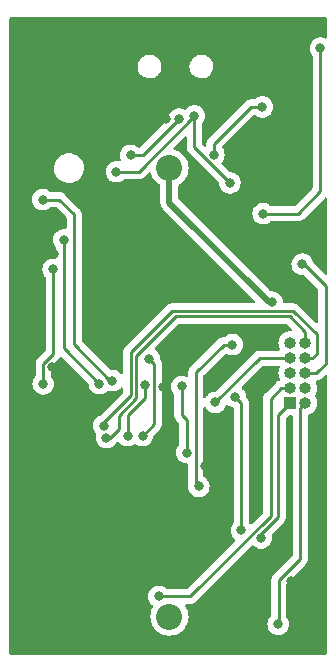
<source format=gbr>
%TF.GenerationSoftware,KiCad,Pcbnew,(6.0.1)*%
%TF.CreationDate,2022-09-20T17:52:40-03:00*%
%TF.ProjectId,HLI-C_main,484c492d-435f-46d6-9169-6e2e6b696361,rev?*%
%TF.SameCoordinates,Original*%
%TF.FileFunction,Copper,L2,Bot*%
%TF.FilePolarity,Positive*%
%FSLAX46Y46*%
G04 Gerber Fmt 4.6, Leading zero omitted, Abs format (unit mm)*
G04 Created by KiCad (PCBNEW (6.0.1)) date 2022-09-20 17:52:40*
%MOMM*%
%LPD*%
G01*
G04 APERTURE LIST*
%TA.AperFunction,ComponentPad*%
%ADD10R,1.000000X1.000000*%
%TD*%
%TA.AperFunction,ComponentPad*%
%ADD11O,1.000000X1.000000*%
%TD*%
%TA.AperFunction,ComponentPad*%
%ADD12C,2.205000*%
%TD*%
%TA.AperFunction,ViaPad*%
%ADD13C,0.800000*%
%TD*%
%TA.AperFunction,Conductor*%
%ADD14C,0.250000*%
%TD*%
%TA.AperFunction,Conductor*%
%ADD15C,0.500000*%
%TD*%
G04 APERTURE END LIST*
D10*
%TO.P,CON4,1,Pin_1*%
%TO.N,RESET*%
X202130000Y-52370000D03*
D11*
%TO.P,CON4,2,Pin_2*%
%TO.N,+2V5*%
X203400000Y-52370000D03*
%TO.P,CON4,3,Pin_3*%
%TO.N,+3V3*%
X202130000Y-51100000D03*
%TO.P,CON4,4,Pin_4*%
%TO.N,+3.3VP*%
X203400000Y-51100000D03*
%TO.P,CON4,5,Pin_5*%
%TO.N,GND*%
X202130000Y-49830000D03*
%TO.P,CON4,6,Pin_6*%
%TO.N,VBAT*%
X203400000Y-49830000D03*
%TO.P,CON4,7,Pin_7*%
%TO.N,PGED2*%
X202130000Y-48560000D03*
%TO.P,CON4,8,Pin_8*%
%TO.N,RXB*%
X203400000Y-48560000D03*
%TO.P,CON4,9,Pin_9*%
%TO.N,PGEC2*%
X202130000Y-47290000D03*
%TO.P,CON4,10,Pin_10*%
%TO.N,TXB*%
X203400000Y-47290000D03*
%TD*%
D12*
%TO.P,CON3,N*%
%TO.N,N/C*%
X191890000Y-70445000D03*
%TO.P,CON3,P*%
X191890000Y-32475000D03*
%TD*%
D13*
%TO.N,0*%
X198760000Y-51110000D03*
X202810000Y-26130000D03*
X201200000Y-32075000D03*
X198520000Y-67680000D03*
X182720000Y-57670000D03*
X202145000Y-67455000D03*
X181800000Y-28000000D03*
X202825000Y-38300500D03*
X184600000Y-27900000D03*
X178875000Y-20250000D03*
X196400000Y-41950000D03*
X196725000Y-36375000D03*
X204150000Y-63700000D03*
X187360000Y-48870000D03*
X181980000Y-49280000D03*
X204650000Y-57900000D03*
X202875000Y-34575000D03*
X204600000Y-61900000D03*
X194751000Y-41719000D03*
X204060000Y-55590000D03*
X179280000Y-64400000D03*
X195210000Y-33490000D03*
X184250000Y-35200000D03*
X192390000Y-46710000D03*
X198910000Y-46070000D03*
X186578400Y-58771600D03*
X187150000Y-31350000D03*
X191380000Y-51050000D03*
X182125000Y-39725000D03*
X179360000Y-55270000D03*
X191630000Y-28330000D03*
X194920000Y-57700000D03*
%TO.N,+3V3*%
X191000000Y-68750000D03*
%TO.N,Net-(C7-Pad1)*%
X199755000Y-27295000D03*
X195650000Y-31350000D03*
%TO.N,RESET*%
X199650000Y-63800000D03*
%TO.N,+5VD*%
X182050000Y-41050000D03*
X181200000Y-50750000D03*
%TO.N,Net-(CON1-Pad2)*%
X188600000Y-31400000D03*
X192710000Y-28320000D03*
%TO.N,PGED2*%
X195775000Y-52325000D03*
%TO.N,PIN-SCL*%
X189620000Y-55140000D03*
X190190000Y-48620000D03*
%TO.N,PIN-SDA*%
X189830000Y-50820000D03*
X188370000Y-55130000D03*
%TO.N,+2V5*%
X201100000Y-71100000D03*
%TO.N,Net-(CON3-Pad1)*%
X200570000Y-43830000D03*
%TO.N,RXA*%
X185950000Y-50730000D03*
X182960000Y-38550000D03*
%TO.N,TXA*%
X181170000Y-35140000D03*
X187060000Y-50470000D03*
%TO.N,Net-(U1-Pad6)*%
X197225000Y-47425000D03*
X194370000Y-59420000D03*
%TO.N,Net-(U1-Pad8)*%
X193370000Y-56570000D03*
X192950000Y-50960000D03*
%TO.N,Net-(C13-Pad1)*%
X197987701Y-63162299D03*
X197450000Y-51830000D03*
%TO.N,VBAT*%
X203137500Y-40612500D03*
%TO.N,RXB*%
X186320000Y-54300000D03*
%TO.N,TXB*%
X186550000Y-55290000D03*
%TO.N,+5V*%
X187400000Y-32790000D03*
X197010000Y-33730000D03*
X194000000Y-28050000D03*
%TO.N,Net-(C10-Pad1)*%
X204675000Y-22325000D03*
X199825000Y-36325000D03*
%TD*%
D14*
%TO.N,+3V3*%
X200450000Y-61950000D02*
X200450000Y-52000000D01*
X191000000Y-68750000D02*
X193650000Y-68750000D01*
X193650000Y-68750000D02*
X200450000Y-61950000D01*
X201350000Y-51100000D02*
X202130000Y-51100000D01*
X200450000Y-52000000D02*
X201350000Y-51100000D01*
%TO.N,Net-(C7-Pad1)*%
X195650000Y-30450000D02*
X195650000Y-31350000D01*
X199755000Y-27295000D02*
X198805000Y-27295000D01*
X198805000Y-27295000D02*
X195650000Y-30450000D01*
%TO.N,RESET*%
X201100000Y-53400000D02*
X202130000Y-52370000D01*
X201100000Y-62014900D02*
X201100000Y-53400000D01*
X199650000Y-63464900D02*
X201100000Y-62014900D01*
X199650000Y-63800000D02*
X199650000Y-63464900D01*
%TO.N,+5VD*%
X181200000Y-50750000D02*
X181200000Y-49035386D01*
X181200000Y-49035386D02*
X182050000Y-48185386D01*
X182050000Y-48185386D02*
X182050000Y-41050000D01*
%TO.N,Net-(CON1-Pad2)*%
X192710000Y-28320000D02*
X192700000Y-28320000D01*
X189620000Y-31400000D02*
X188600000Y-31400000D01*
X192700000Y-28320000D02*
X189620000Y-31400000D01*
%TO.N,PGED2*%
X195775000Y-52325000D02*
X199540000Y-48560000D01*
X199540000Y-48560000D02*
X202130000Y-48560000D01*
%TO.N,PIN-SCL*%
X189620000Y-55140000D02*
X190600000Y-54160000D01*
X190600000Y-49030000D02*
X190190000Y-48620000D01*
X190600000Y-54160000D02*
X190600000Y-49030000D01*
%TO.N,PIN-SDA*%
X188370000Y-55130000D02*
X188370000Y-53380000D01*
X189830000Y-51920000D02*
X189830000Y-50820000D01*
X188370000Y-53380000D02*
X189830000Y-51920000D01*
%TO.N,+2V5*%
X201100000Y-71100000D02*
X201150000Y-71050000D01*
X202970000Y-52800000D02*
X203400000Y-52370000D01*
X201150000Y-67361200D02*
X202970000Y-65541200D01*
X202970000Y-65541200D02*
X202970000Y-52800000D01*
X201150000Y-71050000D02*
X201150000Y-67361200D01*
D15*
%TO.N,Net-(CON3-Pad1)*%
X191890000Y-35410000D02*
X200310000Y-43830000D01*
X191890000Y-32475000D02*
X191890000Y-35410000D01*
X200310000Y-43830000D02*
X200570000Y-43830000D01*
D14*
%TO.N,RXA*%
X185940000Y-50730000D02*
X182960000Y-47750000D01*
X182960000Y-47750000D02*
X182960000Y-38550000D01*
X185950000Y-50730000D02*
X185940000Y-50730000D01*
%TO.N,TXA*%
X183820000Y-47400000D02*
X183820000Y-36390000D01*
X182570000Y-35140000D02*
X181170000Y-35140000D01*
X183820000Y-36390000D02*
X182570000Y-35140000D01*
X187060000Y-50470000D02*
X186890000Y-50470000D01*
X186890000Y-50470000D02*
X183820000Y-47400000D01*
%TO.N,Net-(U1-Pad6)*%
X196475000Y-47425000D02*
X194120000Y-49780000D01*
X197225000Y-47425000D02*
X196475000Y-47425000D01*
X194120000Y-59170000D02*
X194370000Y-59420000D01*
X194120000Y-49780000D02*
X194120000Y-59170000D01*
%TO.N,Net-(U1-Pad8)*%
X192950000Y-53419300D02*
X193370000Y-53839300D01*
X193370000Y-53839300D02*
X193370000Y-56570000D01*
X192950000Y-50960000D02*
X192950000Y-53419300D01*
%TO.N,Net-(C13-Pad1)*%
X197450000Y-51830000D02*
X197975000Y-52355000D01*
X197975000Y-63149598D02*
X197987701Y-63162299D01*
X197975000Y-52355000D02*
X197975000Y-63149598D01*
%TO.N,VBAT*%
X204320000Y-49830000D02*
X204575000Y-49575000D01*
X205125000Y-49025000D02*
X205125000Y-45350000D01*
X204575000Y-49575000D02*
X205125000Y-49025000D01*
X205125000Y-45350000D02*
X205125000Y-42475000D01*
X203400000Y-49830000D02*
X204320000Y-49830000D01*
X205125000Y-42475000D02*
X203175000Y-40525000D01*
%TO.N,RXB*%
X188600000Y-48070000D02*
X192095000Y-44575000D01*
X186320000Y-54300000D02*
X186320000Y-54010000D01*
X186320000Y-54010000D02*
X188600000Y-51730000D01*
X192095000Y-44575000D02*
X202375000Y-44575000D01*
X204350000Y-48200000D02*
X203990000Y-48560000D01*
X202375000Y-44575000D02*
X204350000Y-46550000D01*
X204350000Y-46550000D02*
X204350000Y-48200000D01*
X188600000Y-51730000D02*
X188600000Y-48070000D01*
X203990000Y-48560000D02*
X203400000Y-48560000D01*
%TO.N,TXB*%
X186880000Y-55290000D02*
X186550000Y-55290000D01*
X203400000Y-46320000D02*
X202104520Y-45024520D01*
X187580000Y-53450000D02*
X187580000Y-54590000D01*
X192405480Y-45024520D02*
X189080000Y-48350000D01*
X189080000Y-51950000D02*
X187580000Y-53450000D01*
X202104520Y-45024520D02*
X192405480Y-45024520D01*
X203400000Y-47290000D02*
X203400000Y-46320000D01*
X187580000Y-54590000D02*
X186880000Y-55290000D01*
X203400000Y-47290000D02*
X203400000Y-46800000D01*
X189080000Y-48350000D02*
X189080000Y-51950000D01*
%TO.N,+5V*%
X194000000Y-28050000D02*
X194000000Y-28070000D01*
X197010000Y-33730000D02*
X195555000Y-32275000D01*
X195555000Y-32275000D02*
X195550386Y-32275000D01*
X194000000Y-30724614D02*
X194000000Y-28050000D01*
X189280000Y-32790000D02*
X187400000Y-32790000D01*
X194000000Y-28070000D02*
X189280000Y-32790000D01*
X195550386Y-32275000D02*
X194000000Y-30724614D01*
%TO.N,Net-(C10-Pad1)*%
X204675000Y-22325000D02*
X204650000Y-22350000D01*
X202775000Y-36325000D02*
X199825000Y-36325000D01*
X199825000Y-36325000D02*
X199700000Y-36325000D01*
X204650000Y-34450000D02*
X202775000Y-36325000D01*
X204650000Y-22350000D02*
X204650000Y-34450000D01*
%TD*%
%TA.AperFunction,Conductor*%
%TO.N,0*%
G36*
X205179421Y-19718002D02*
G01*
X205225914Y-19771658D01*
X205237300Y-19824000D01*
X205237300Y-21386852D01*
X205217298Y-21454973D01*
X205163642Y-21501466D01*
X205093368Y-21511570D01*
X205060051Y-21501959D01*
X204963319Y-21458891D01*
X204963318Y-21458891D01*
X204957288Y-21456206D01*
X204863888Y-21436353D01*
X204776944Y-21417872D01*
X204776939Y-21417872D01*
X204770487Y-21416500D01*
X204579513Y-21416500D01*
X204573061Y-21417872D01*
X204573056Y-21417872D01*
X204486113Y-21436353D01*
X204392712Y-21456206D01*
X204386682Y-21458891D01*
X204386681Y-21458891D01*
X204224278Y-21531197D01*
X204224276Y-21531198D01*
X204218248Y-21533882D01*
X204063747Y-21646134D01*
X203935960Y-21788056D01*
X203840473Y-21953444D01*
X203781458Y-22135072D01*
X203761496Y-22325000D01*
X203781458Y-22514928D01*
X203840473Y-22696556D01*
X203935960Y-22861944D01*
X203940378Y-22866851D01*
X203940379Y-22866852D01*
X203984136Y-22915449D01*
X204014854Y-22979456D01*
X204016500Y-22999759D01*
X204016500Y-34135405D01*
X203996498Y-34203526D01*
X203979595Y-34224500D01*
X202549500Y-35654595D01*
X202487188Y-35688621D01*
X202460405Y-35691500D01*
X200533200Y-35691500D01*
X200465079Y-35671498D01*
X200445853Y-35655157D01*
X200445580Y-35655460D01*
X200440668Y-35651037D01*
X200436253Y-35646134D01*
X200353047Y-35585681D01*
X200287094Y-35537763D01*
X200287093Y-35537762D01*
X200281752Y-35533882D01*
X200275724Y-35531198D01*
X200275722Y-35531197D01*
X200113319Y-35458891D01*
X200113318Y-35458891D01*
X200107288Y-35456206D01*
X200012311Y-35436018D01*
X199926944Y-35417872D01*
X199926939Y-35417872D01*
X199920487Y-35416500D01*
X199729513Y-35416500D01*
X199723061Y-35417872D01*
X199723056Y-35417872D01*
X199637689Y-35436018D01*
X199542712Y-35456206D01*
X199536682Y-35458891D01*
X199536681Y-35458891D01*
X199374278Y-35531197D01*
X199374276Y-35531198D01*
X199368248Y-35533882D01*
X199213747Y-35646134D01*
X199209326Y-35651044D01*
X199209325Y-35651045D01*
X199118482Y-35751937D01*
X199085960Y-35788056D01*
X198990473Y-35953444D01*
X198931458Y-36135072D01*
X198930768Y-36141633D01*
X198930768Y-36141635D01*
X198917207Y-36270659D01*
X198911496Y-36325000D01*
X198912186Y-36331565D01*
X198913099Y-36340247D01*
X198931458Y-36514928D01*
X198990473Y-36696556D01*
X199085960Y-36861944D01*
X199090378Y-36866851D01*
X199090379Y-36866852D01*
X199172452Y-36958003D01*
X199213747Y-37003866D01*
X199368248Y-37116118D01*
X199374276Y-37118802D01*
X199374278Y-37118803D01*
X199536681Y-37191109D01*
X199542712Y-37193794D01*
X199636113Y-37213647D01*
X199723056Y-37232128D01*
X199723061Y-37232128D01*
X199729513Y-37233500D01*
X199920487Y-37233500D01*
X199926939Y-37232128D01*
X199926944Y-37232128D01*
X200013887Y-37213647D01*
X200107288Y-37193794D01*
X200113319Y-37191109D01*
X200275722Y-37118803D01*
X200275724Y-37118802D01*
X200281752Y-37116118D01*
X200436253Y-37003866D01*
X200440668Y-36998963D01*
X200445580Y-36994540D01*
X200446705Y-36995789D01*
X200500014Y-36962949D01*
X200533200Y-36958500D01*
X202696233Y-36958500D01*
X202707416Y-36959027D01*
X202714909Y-36960702D01*
X202722835Y-36960453D01*
X202722836Y-36960453D01*
X202782986Y-36958562D01*
X202786945Y-36958500D01*
X202814856Y-36958500D01*
X202818791Y-36958003D01*
X202818856Y-36957995D01*
X202830693Y-36957062D01*
X202862951Y-36956048D01*
X202866970Y-36955922D01*
X202874889Y-36955673D01*
X202894343Y-36950021D01*
X202913700Y-36946013D01*
X202925930Y-36944468D01*
X202925931Y-36944468D01*
X202933797Y-36943474D01*
X202941168Y-36940555D01*
X202941170Y-36940555D01*
X202974912Y-36927196D01*
X202986142Y-36923351D01*
X203020983Y-36913229D01*
X203020984Y-36913229D01*
X203028593Y-36911018D01*
X203035412Y-36906985D01*
X203035417Y-36906983D01*
X203046028Y-36900707D01*
X203063776Y-36892012D01*
X203082617Y-36884552D01*
X203118387Y-36858564D01*
X203128307Y-36852048D01*
X203159535Y-36833580D01*
X203159538Y-36833578D01*
X203166362Y-36829542D01*
X203180683Y-36815221D01*
X203195717Y-36802380D01*
X203205694Y-36795131D01*
X203212107Y-36790472D01*
X203240298Y-36756395D01*
X203248288Y-36747616D01*
X205022205Y-34973699D01*
X205084517Y-34939673D01*
X205155332Y-34944738D01*
X205212168Y-34987285D01*
X205236979Y-35053805D01*
X205237300Y-35062794D01*
X205237300Y-41387205D01*
X205217298Y-41455326D01*
X205163642Y-41501819D01*
X205093368Y-41511923D01*
X205028788Y-41482429D01*
X205022205Y-41476300D01*
X204069941Y-40524036D01*
X204035915Y-40461724D01*
X204033726Y-40448110D01*
X204031732Y-40429136D01*
X204031732Y-40429135D01*
X204031042Y-40422572D01*
X203972027Y-40240944D01*
X203876540Y-40075556D01*
X203748753Y-39933634D01*
X203594252Y-39821382D01*
X203588224Y-39818698D01*
X203588222Y-39818697D01*
X203425819Y-39746391D01*
X203425818Y-39746391D01*
X203419788Y-39743706D01*
X203326388Y-39723853D01*
X203239444Y-39705372D01*
X203239439Y-39705372D01*
X203232987Y-39704000D01*
X203042013Y-39704000D01*
X203035561Y-39705372D01*
X203035556Y-39705372D01*
X202948613Y-39723853D01*
X202855212Y-39743706D01*
X202849182Y-39746391D01*
X202849181Y-39746391D01*
X202686778Y-39818697D01*
X202686776Y-39818698D01*
X202680748Y-39821382D01*
X202526247Y-39933634D01*
X202398460Y-40075556D01*
X202302973Y-40240944D01*
X202243958Y-40422572D01*
X202223996Y-40612500D01*
X202243958Y-40802428D01*
X202302973Y-40984056D01*
X202398460Y-41149444D01*
X202526247Y-41291366D01*
X202625343Y-41363364D01*
X202658158Y-41387205D01*
X202680748Y-41403618D01*
X202686776Y-41406302D01*
X202686778Y-41406303D01*
X202843995Y-41476300D01*
X202855212Y-41481294D01*
X202948613Y-41501147D01*
X203035556Y-41519628D01*
X203035561Y-41519628D01*
X203042013Y-41521000D01*
X203222906Y-41521000D01*
X203291027Y-41541002D01*
X203312001Y-41557905D01*
X204454595Y-42700499D01*
X204488621Y-42762811D01*
X204491500Y-42789594D01*
X204491500Y-45491406D01*
X204471498Y-45559527D01*
X204417842Y-45606020D01*
X204347568Y-45616124D01*
X204282988Y-45586630D01*
X204276405Y-45580501D01*
X202878652Y-44182747D01*
X202871112Y-44174461D01*
X202867000Y-44167982D01*
X202817348Y-44121356D01*
X202814507Y-44118602D01*
X202794770Y-44098865D01*
X202791573Y-44096385D01*
X202782551Y-44088680D01*
X202769116Y-44076064D01*
X202750321Y-44058414D01*
X202743375Y-44054595D01*
X202743372Y-44054593D01*
X202732566Y-44048652D01*
X202716047Y-44037801D01*
X202715583Y-44037441D01*
X202700041Y-44025386D01*
X202692772Y-44022241D01*
X202692768Y-44022238D01*
X202659463Y-44007826D01*
X202648813Y-44002609D01*
X202610060Y-43981305D01*
X202590437Y-43976267D01*
X202571734Y-43969863D01*
X202560420Y-43964967D01*
X202560419Y-43964967D01*
X202553145Y-43961819D01*
X202545322Y-43960580D01*
X202545312Y-43960577D01*
X202509476Y-43954901D01*
X202497856Y-43952495D01*
X202462711Y-43943472D01*
X202462710Y-43943472D01*
X202455030Y-43941500D01*
X202434776Y-43941500D01*
X202415065Y-43939949D01*
X202412534Y-43939548D01*
X202395057Y-43936780D01*
X202387165Y-43937526D01*
X202351039Y-43940941D01*
X202339181Y-43941500D01*
X201608674Y-43941500D01*
X201540553Y-43921498D01*
X201494060Y-43867842D01*
X201483364Y-43828670D01*
X201464232Y-43646635D01*
X201464232Y-43646633D01*
X201463542Y-43640072D01*
X201404527Y-43458444D01*
X201309040Y-43293056D01*
X201181253Y-43151134D01*
X201026752Y-43038882D01*
X201020724Y-43036198D01*
X201020722Y-43036197D01*
X200858319Y-42963891D01*
X200858318Y-42963891D01*
X200852288Y-42961206D01*
X200758888Y-42941353D01*
X200671944Y-42922872D01*
X200671939Y-42922872D01*
X200665487Y-42921500D01*
X200526371Y-42921500D01*
X200458250Y-42901498D01*
X200437276Y-42884595D01*
X192685405Y-35132724D01*
X192651379Y-35070412D01*
X192648500Y-35043629D01*
X192648500Y-33970181D01*
X192668502Y-33902060D01*
X192708665Y-33862749D01*
X192835624Y-33784948D01*
X192835635Y-33784940D01*
X192839850Y-33782357D01*
X193032672Y-33617672D01*
X193197357Y-33424850D01*
X193329851Y-33208640D01*
X193346984Y-33167279D01*
X193424996Y-32978939D01*
X193424997Y-32978937D01*
X193426890Y-32974366D01*
X193466865Y-32807860D01*
X193484932Y-32732608D01*
X193484933Y-32732602D01*
X193486087Y-32727795D01*
X193505982Y-32475000D01*
X193486087Y-32222205D01*
X193484933Y-32217398D01*
X193484932Y-32217392D01*
X193435142Y-32010007D01*
X193426890Y-31975634D01*
X193424996Y-31971061D01*
X193331746Y-31745934D01*
X193331744Y-31745930D01*
X193329851Y-31741360D01*
X193197357Y-31525150D01*
X193032672Y-31332328D01*
X192839850Y-31167643D01*
X192623640Y-31035149D01*
X192619070Y-31033256D01*
X192619066Y-31033254D01*
X192393939Y-30940004D01*
X192393937Y-30940003D01*
X192389366Y-30938110D01*
X192384548Y-30936953D01*
X192384544Y-30936952D01*
X192316567Y-30920631D01*
X192254998Y-30885279D01*
X192222316Y-30822252D01*
X192228897Y-30751561D01*
X192256887Y-30709018D01*
X193151405Y-29814500D01*
X193213717Y-29780474D01*
X193284532Y-29785539D01*
X193341368Y-29828086D01*
X193366179Y-29894606D01*
X193366500Y-29903595D01*
X193366500Y-30645847D01*
X193365973Y-30657030D01*
X193364298Y-30664523D01*
X193364547Y-30672449D01*
X193364547Y-30672450D01*
X193366438Y-30732600D01*
X193366500Y-30736559D01*
X193366500Y-30764470D01*
X193366997Y-30768404D01*
X193366997Y-30768405D01*
X193367005Y-30768470D01*
X193367938Y-30780307D01*
X193369327Y-30824503D01*
X193374978Y-30843953D01*
X193378987Y-30863314D01*
X193381526Y-30883411D01*
X193384445Y-30890782D01*
X193384445Y-30890784D01*
X193397804Y-30924526D01*
X193401649Y-30935756D01*
X193402333Y-30938110D01*
X193413982Y-30978207D01*
X193418015Y-30985026D01*
X193418017Y-30985031D01*
X193424293Y-30995642D01*
X193432988Y-31013390D01*
X193440448Y-31032231D01*
X193445110Y-31038647D01*
X193445110Y-31038648D01*
X193466436Y-31068001D01*
X193472952Y-31077921D01*
X193495458Y-31115976D01*
X193509779Y-31130297D01*
X193522619Y-31145330D01*
X193534528Y-31161721D01*
X193545574Y-31170859D01*
X193568605Y-31189912D01*
X193577384Y-31197902D01*
X195046734Y-32667253D01*
X195054274Y-32675539D01*
X195058386Y-32682018D01*
X195064163Y-32687443D01*
X195108037Y-32728643D01*
X195110879Y-32731398D01*
X195130616Y-32751135D01*
X195133813Y-32753615D01*
X195142835Y-32761320D01*
X195175065Y-32791586D01*
X195175023Y-32791631D01*
X195179845Y-32795749D01*
X196062878Y-33678782D01*
X196096904Y-33741094D01*
X196099092Y-33754703D01*
X196116458Y-33919928D01*
X196175473Y-34101556D01*
X196270960Y-34266944D01*
X196275378Y-34271851D01*
X196275379Y-34271852D01*
X196344737Y-34348882D01*
X196398747Y-34408866D01*
X196483524Y-34470460D01*
X196526632Y-34501780D01*
X196553248Y-34521118D01*
X196559276Y-34523802D01*
X196559278Y-34523803D01*
X196708827Y-34590386D01*
X196727712Y-34598794D01*
X196821113Y-34618647D01*
X196908056Y-34637128D01*
X196908061Y-34637128D01*
X196914513Y-34638500D01*
X197105487Y-34638500D01*
X197111939Y-34637128D01*
X197111944Y-34637128D01*
X197198887Y-34618647D01*
X197292288Y-34598794D01*
X197311173Y-34590386D01*
X197460722Y-34523803D01*
X197460724Y-34523802D01*
X197466752Y-34521118D01*
X197493369Y-34501780D01*
X197536476Y-34470460D01*
X197621253Y-34408866D01*
X197675263Y-34348882D01*
X197744621Y-34271852D01*
X197744622Y-34271851D01*
X197749040Y-34266944D01*
X197844527Y-34101556D01*
X197903542Y-33919928D01*
X197923504Y-33730000D01*
X197911303Y-33613910D01*
X197904232Y-33546635D01*
X197904232Y-33546633D01*
X197903542Y-33540072D01*
X197844527Y-33358444D01*
X197841078Y-33352469D01*
X197781551Y-33249366D01*
X197749040Y-33193056D01*
X197654799Y-33088390D01*
X197625675Y-33056045D01*
X197625674Y-33056044D01*
X197621253Y-33051134D01*
X197466752Y-32938882D01*
X197460724Y-32936198D01*
X197460722Y-32936197D01*
X197298319Y-32863891D01*
X197298318Y-32863891D01*
X197292288Y-32861206D01*
X197198888Y-32841353D01*
X197111944Y-32822872D01*
X197111939Y-32822872D01*
X197105487Y-32821500D01*
X197049595Y-32821500D01*
X196981474Y-32801498D01*
X196960499Y-32784595D01*
X196319040Y-32143135D01*
X196285015Y-32080823D01*
X196290080Y-32010007D01*
X196314499Y-31969730D01*
X196389040Y-31886944D01*
X196484527Y-31721556D01*
X196543542Y-31539928D01*
X196545374Y-31522503D01*
X196562814Y-31356565D01*
X196563504Y-31350000D01*
X196547518Y-31197902D01*
X196544232Y-31166635D01*
X196544232Y-31166633D01*
X196543542Y-31160072D01*
X196484527Y-30978444D01*
X196389040Y-30813056D01*
X196371353Y-30793412D01*
X196340637Y-30729408D01*
X196349400Y-30658954D01*
X196375895Y-30620009D01*
X198997160Y-27998745D01*
X199059472Y-27964719D01*
X199130288Y-27969784D01*
X199160315Y-27985904D01*
X199298248Y-28086118D01*
X199304276Y-28088802D01*
X199304278Y-28088803D01*
X199411709Y-28136634D01*
X199472712Y-28163794D01*
X199566112Y-28183647D01*
X199653056Y-28202128D01*
X199653061Y-28202128D01*
X199659513Y-28203500D01*
X199850487Y-28203500D01*
X199856939Y-28202128D01*
X199856944Y-28202128D01*
X199943887Y-28183647D01*
X200037288Y-28163794D01*
X200098291Y-28136634D01*
X200205722Y-28088803D01*
X200205724Y-28088802D01*
X200211752Y-28086118D01*
X200366253Y-27973866D01*
X200462804Y-27866635D01*
X200489621Y-27836852D01*
X200489622Y-27836851D01*
X200494040Y-27831944D01*
X200579035Y-27684729D01*
X200586223Y-27672279D01*
X200586224Y-27672278D01*
X200589527Y-27666556D01*
X200648542Y-27484928D01*
X200652231Y-27449834D01*
X200667814Y-27301565D01*
X200668504Y-27295000D01*
X200648542Y-27105072D01*
X200589527Y-26923444D01*
X200494040Y-26758056D01*
X200477882Y-26740110D01*
X200370675Y-26621045D01*
X200370674Y-26621044D01*
X200366253Y-26616134D01*
X200211752Y-26503882D01*
X200205724Y-26501198D01*
X200205722Y-26501197D01*
X200043319Y-26428891D01*
X200043318Y-26428891D01*
X200037288Y-26426206D01*
X199943887Y-26406353D01*
X199856944Y-26387872D01*
X199856939Y-26387872D01*
X199850487Y-26386500D01*
X199659513Y-26386500D01*
X199653061Y-26387872D01*
X199653056Y-26387872D01*
X199566113Y-26406353D01*
X199472712Y-26426206D01*
X199466682Y-26428891D01*
X199466681Y-26428891D01*
X199304278Y-26501197D01*
X199304276Y-26501198D01*
X199298248Y-26503882D01*
X199143747Y-26616134D01*
X199139332Y-26621037D01*
X199134420Y-26625460D01*
X199133295Y-26624211D01*
X199079986Y-26657051D01*
X199046800Y-26661500D01*
X198883767Y-26661500D01*
X198872584Y-26660973D01*
X198865091Y-26659298D01*
X198857165Y-26659547D01*
X198857164Y-26659547D01*
X198797001Y-26661438D01*
X198793043Y-26661500D01*
X198765144Y-26661500D01*
X198761154Y-26662004D01*
X198749320Y-26662936D01*
X198705111Y-26664326D01*
X198697497Y-26666538D01*
X198697492Y-26666539D01*
X198685659Y-26669977D01*
X198666296Y-26673988D01*
X198646203Y-26676526D01*
X198638836Y-26679443D01*
X198638831Y-26679444D01*
X198605092Y-26692802D01*
X198593865Y-26696646D01*
X198551407Y-26708982D01*
X198544581Y-26713019D01*
X198533972Y-26719293D01*
X198516224Y-26727988D01*
X198497383Y-26735448D01*
X198490967Y-26740110D01*
X198490966Y-26740110D01*
X198461613Y-26761436D01*
X198451693Y-26767952D01*
X198420465Y-26786420D01*
X198420462Y-26786422D01*
X198413638Y-26790458D01*
X198399317Y-26804779D01*
X198384284Y-26817619D01*
X198367893Y-26829528D01*
X198362842Y-26835634D01*
X198339702Y-26863605D01*
X198331712Y-26872384D01*
X195257747Y-29946348D01*
X195249461Y-29953888D01*
X195242982Y-29958000D01*
X195237557Y-29963777D01*
X195196357Y-30007651D01*
X195193602Y-30010493D01*
X195173865Y-30030230D01*
X195171385Y-30033427D01*
X195163682Y-30042447D01*
X195133414Y-30074679D01*
X195129595Y-30081625D01*
X195129593Y-30081628D01*
X195123652Y-30092434D01*
X195112801Y-30108953D01*
X195100386Y-30124959D01*
X195097241Y-30132228D01*
X195097238Y-30132232D01*
X195082826Y-30165537D01*
X195077609Y-30176187D01*
X195056305Y-30214940D01*
X195054334Y-30222615D01*
X195054334Y-30222616D01*
X195051267Y-30234562D01*
X195044863Y-30253266D01*
X195036819Y-30271855D01*
X195035580Y-30279678D01*
X195035577Y-30279688D01*
X195029901Y-30315524D01*
X195027495Y-30327144D01*
X195016500Y-30369970D01*
X195016500Y-30390224D01*
X195014949Y-30409934D01*
X195011780Y-30429943D01*
X195012526Y-30437835D01*
X195015941Y-30473961D01*
X195016500Y-30485819D01*
X195016500Y-30541019D01*
X194996498Y-30609140D01*
X194942842Y-30655633D01*
X194872568Y-30665737D01*
X194807988Y-30636243D01*
X194801404Y-30630114D01*
X194784054Y-30612763D01*
X194670404Y-30499113D01*
X194636379Y-30436801D01*
X194633500Y-30410018D01*
X194633500Y-28752524D01*
X194653502Y-28684403D01*
X194665858Y-28668221D01*
X194739040Y-28586944D01*
X194834527Y-28421556D01*
X194893542Y-28239928D01*
X194913504Y-28050000D01*
X194893542Y-27860072D01*
X194834527Y-27678444D01*
X194827664Y-27666556D01*
X194746627Y-27526197D01*
X194739040Y-27513056D01*
X194714917Y-27486264D01*
X194615675Y-27376045D01*
X194615671Y-27376041D01*
X194611253Y-27371134D01*
X194456752Y-27258882D01*
X194450724Y-27256198D01*
X194450722Y-27256197D01*
X194288319Y-27183891D01*
X194288318Y-27183891D01*
X194282288Y-27181206D01*
X194188888Y-27161353D01*
X194101944Y-27142872D01*
X194101939Y-27142872D01*
X194095487Y-27141500D01*
X193904513Y-27141500D01*
X193898061Y-27142872D01*
X193898056Y-27142872D01*
X193811112Y-27161353D01*
X193717712Y-27181206D01*
X193711682Y-27183891D01*
X193711681Y-27183891D01*
X193549278Y-27256197D01*
X193549276Y-27256198D01*
X193543248Y-27258882D01*
X193388747Y-27371134D01*
X193292196Y-27478365D01*
X193285084Y-27486264D01*
X193224638Y-27523503D01*
X193153654Y-27522151D01*
X193140199Y-27517060D01*
X192998319Y-27453891D01*
X192998318Y-27453891D01*
X192992288Y-27451206D01*
X192898887Y-27431353D01*
X192811944Y-27412872D01*
X192811939Y-27412872D01*
X192805487Y-27411500D01*
X192614513Y-27411500D01*
X192608061Y-27412872D01*
X192608056Y-27412872D01*
X192521113Y-27431353D01*
X192427712Y-27451206D01*
X192421682Y-27453891D01*
X192421681Y-27453891D01*
X192259278Y-27526197D01*
X192259276Y-27526198D01*
X192253248Y-27528882D01*
X192098747Y-27641134D01*
X191970960Y-27783056D01*
X191875473Y-27948444D01*
X191816458Y-28130072D01*
X191815769Y-28136631D01*
X191815768Y-28136634D01*
X191800267Y-28284120D01*
X191773254Y-28349776D01*
X191764052Y-28360044D01*
X189395971Y-30728124D01*
X189333659Y-30762150D01*
X189262843Y-30757085D01*
X189221765Y-30729144D01*
X189220580Y-30730460D01*
X189215668Y-30726037D01*
X189211253Y-30721134D01*
X189176442Y-30695842D01*
X189062094Y-30612763D01*
X189062093Y-30612762D01*
X189056752Y-30608882D01*
X189050724Y-30606198D01*
X189050722Y-30606197D01*
X188888319Y-30533891D01*
X188888318Y-30533891D01*
X188882288Y-30531206D01*
X188788888Y-30511353D01*
X188701944Y-30492872D01*
X188701939Y-30492872D01*
X188695487Y-30491500D01*
X188504513Y-30491500D01*
X188498061Y-30492872D01*
X188498056Y-30492872D01*
X188411112Y-30511353D01*
X188317712Y-30531206D01*
X188311682Y-30533891D01*
X188311681Y-30533891D01*
X188149278Y-30606197D01*
X188149276Y-30606198D01*
X188143248Y-30608882D01*
X187988747Y-30721134D01*
X187984326Y-30726044D01*
X187984325Y-30726045D01*
X187900832Y-30818774D01*
X187860960Y-30863056D01*
X187816534Y-30940004D01*
X187779484Y-31004177D01*
X187765473Y-31028444D01*
X187706458Y-31210072D01*
X187705768Y-31216633D01*
X187705768Y-31216635D01*
X187693213Y-31336090D01*
X187686496Y-31400000D01*
X187687186Y-31406565D01*
X187699650Y-31525150D01*
X187706458Y-31589928D01*
X187725108Y-31647328D01*
X187756436Y-31743744D01*
X187758464Y-31814711D01*
X187721801Y-31875509D01*
X187658089Y-31906835D01*
X187610406Y-31905927D01*
X187501944Y-31882872D01*
X187501939Y-31882872D01*
X187495487Y-31881500D01*
X187304513Y-31881500D01*
X187298061Y-31882872D01*
X187298056Y-31882872D01*
X187211113Y-31901353D01*
X187117712Y-31921206D01*
X187111682Y-31923891D01*
X187111681Y-31923891D01*
X186949278Y-31996197D01*
X186949276Y-31996198D01*
X186943248Y-31998882D01*
X186937907Y-32002762D01*
X186937906Y-32002763D01*
X186927936Y-32010007D01*
X186788747Y-32111134D01*
X186660960Y-32253056D01*
X186565473Y-32418444D01*
X186506458Y-32600072D01*
X186505768Y-32606633D01*
X186505768Y-32606635D01*
X186490581Y-32751135D01*
X186486496Y-32790000D01*
X186487186Y-32796565D01*
X186505368Y-32969554D01*
X186506458Y-32979928D01*
X186565473Y-33161556D01*
X186568776Y-33167278D01*
X186568777Y-33167279D01*
X186586961Y-33198774D01*
X186660960Y-33326944D01*
X186665378Y-33331851D01*
X186665379Y-33331852D01*
X186747452Y-33423003D01*
X186788747Y-33468866D01*
X186878112Y-33533794D01*
X186917791Y-33562622D01*
X186943248Y-33581118D01*
X186949276Y-33583802D01*
X186949278Y-33583803D01*
X187111681Y-33656109D01*
X187117712Y-33658794D01*
X187211112Y-33678647D01*
X187298056Y-33697128D01*
X187298061Y-33697128D01*
X187304513Y-33698500D01*
X187495487Y-33698500D01*
X187501939Y-33697128D01*
X187501944Y-33697128D01*
X187588888Y-33678647D01*
X187682288Y-33658794D01*
X187688319Y-33656109D01*
X187850722Y-33583803D01*
X187850724Y-33583802D01*
X187856752Y-33581118D01*
X187882210Y-33562622D01*
X187989783Y-33484465D01*
X188011253Y-33468866D01*
X188015668Y-33463963D01*
X188020580Y-33459540D01*
X188021705Y-33460789D01*
X188075014Y-33427949D01*
X188108200Y-33423500D01*
X189201233Y-33423500D01*
X189212416Y-33424027D01*
X189219909Y-33425702D01*
X189227835Y-33425453D01*
X189227836Y-33425453D01*
X189287986Y-33423562D01*
X189291945Y-33423500D01*
X189319856Y-33423500D01*
X189323791Y-33423003D01*
X189323856Y-33422995D01*
X189335693Y-33422062D01*
X189367951Y-33421048D01*
X189371970Y-33420922D01*
X189379889Y-33420673D01*
X189399343Y-33415021D01*
X189418700Y-33411013D01*
X189430930Y-33409468D01*
X189430931Y-33409468D01*
X189438797Y-33408474D01*
X189446168Y-33405555D01*
X189446170Y-33405555D01*
X189479912Y-33392196D01*
X189491142Y-33388351D01*
X189525983Y-33378229D01*
X189525984Y-33378229D01*
X189533593Y-33376018D01*
X189540412Y-33371985D01*
X189540417Y-33371983D01*
X189551028Y-33365707D01*
X189568776Y-33357012D01*
X189587617Y-33349552D01*
X189623387Y-33323564D01*
X189633307Y-33317048D01*
X189664535Y-33298580D01*
X189664538Y-33298578D01*
X189671362Y-33294542D01*
X189685683Y-33280221D01*
X189700717Y-33267380D01*
X189710694Y-33260131D01*
X189717107Y-33255472D01*
X189745298Y-33221395D01*
X189753288Y-33212616D01*
X190124018Y-32841886D01*
X190186330Y-32807860D01*
X190257145Y-32812925D01*
X190313981Y-32855472D01*
X190335631Y-32901566D01*
X190351952Y-32969545D01*
X190351954Y-32969552D01*
X190353110Y-32974366D01*
X190355003Y-32978937D01*
X190355004Y-32978939D01*
X190433017Y-33167279D01*
X190450149Y-33208640D01*
X190582643Y-33424850D01*
X190747328Y-33617672D01*
X190940150Y-33782357D01*
X190944365Y-33784940D01*
X190944376Y-33784948D01*
X191071335Y-33862749D01*
X191118966Y-33915396D01*
X191131500Y-33970181D01*
X191131500Y-35342930D01*
X191130067Y-35361880D01*
X191126801Y-35383349D01*
X191127394Y-35390641D01*
X191127394Y-35390644D01*
X191131085Y-35436018D01*
X191131500Y-35446233D01*
X191131500Y-35454293D01*
X191131925Y-35457937D01*
X191134789Y-35482507D01*
X191135222Y-35486882D01*
X191139361Y-35537763D01*
X191141140Y-35559637D01*
X191143396Y-35566601D01*
X191144587Y-35572560D01*
X191145971Y-35578415D01*
X191146818Y-35585681D01*
X191171735Y-35654327D01*
X191173152Y-35658455D01*
X191182925Y-35688621D01*
X191195649Y-35727899D01*
X191199445Y-35734154D01*
X191201951Y-35739628D01*
X191204670Y-35745058D01*
X191207167Y-35751937D01*
X191211180Y-35758057D01*
X191211180Y-35758058D01*
X191247186Y-35812976D01*
X191249523Y-35816680D01*
X191287405Y-35879107D01*
X191291121Y-35883315D01*
X191291122Y-35883316D01*
X191294803Y-35887484D01*
X191294776Y-35887508D01*
X191297429Y-35890500D01*
X191300132Y-35893733D01*
X191304144Y-35899852D01*
X191309456Y-35904884D01*
X191360383Y-35953128D01*
X191362825Y-35955506D01*
X199133724Y-43726405D01*
X199167750Y-43788717D01*
X199162685Y-43859532D01*
X199120138Y-43916368D01*
X199053618Y-43941179D01*
X199044629Y-43941500D01*
X192173763Y-43941500D01*
X192162579Y-43940973D01*
X192155091Y-43939299D01*
X192147168Y-43939548D01*
X192087033Y-43941438D01*
X192083075Y-43941500D01*
X192055144Y-43941500D01*
X192051229Y-43941995D01*
X192051225Y-43941995D01*
X192051167Y-43942003D01*
X192051138Y-43942006D01*
X192039296Y-43942939D01*
X191995110Y-43944327D01*
X191977744Y-43949372D01*
X191975658Y-43949978D01*
X191956306Y-43953986D01*
X191944068Y-43955532D01*
X191944066Y-43955533D01*
X191936203Y-43956526D01*
X191895086Y-43972806D01*
X191883885Y-43976641D01*
X191841406Y-43988982D01*
X191834587Y-43993015D01*
X191834582Y-43993017D01*
X191823971Y-43999293D01*
X191806221Y-44007990D01*
X191787383Y-44015448D01*
X191780967Y-44020109D01*
X191780966Y-44020110D01*
X191751625Y-44041428D01*
X191741701Y-44047947D01*
X191710460Y-44066422D01*
X191710455Y-44066426D01*
X191703637Y-44070458D01*
X191689313Y-44084782D01*
X191674281Y-44097621D01*
X191657893Y-44109528D01*
X191629712Y-44143593D01*
X191621722Y-44152373D01*
X188207747Y-47566348D01*
X188199461Y-47573888D01*
X188192982Y-47578000D01*
X188187557Y-47583777D01*
X188146357Y-47627651D01*
X188143602Y-47630493D01*
X188123865Y-47650230D01*
X188121385Y-47653427D01*
X188113682Y-47662447D01*
X188083414Y-47694679D01*
X188079595Y-47701625D01*
X188079593Y-47701628D01*
X188073652Y-47712434D01*
X188062801Y-47728953D01*
X188050386Y-47744959D01*
X188047241Y-47752228D01*
X188047238Y-47752232D01*
X188032826Y-47785537D01*
X188027609Y-47796187D01*
X188006305Y-47834940D01*
X188004334Y-47842615D01*
X188004334Y-47842616D01*
X188001267Y-47854562D01*
X187994863Y-47873266D01*
X187986819Y-47891855D01*
X187985580Y-47899678D01*
X187985577Y-47899688D01*
X187979901Y-47935524D01*
X187977495Y-47947144D01*
X187970605Y-47973982D01*
X187966500Y-47989970D01*
X187966500Y-48010224D01*
X187964950Y-48029927D01*
X187961780Y-48049943D01*
X187962526Y-48057835D01*
X187965941Y-48093961D01*
X187966500Y-48105819D01*
X187966500Y-49790799D01*
X187946498Y-49858920D01*
X187892842Y-49905413D01*
X187822568Y-49915517D01*
X187757988Y-49886023D01*
X187746864Y-49875109D01*
X187732288Y-49858920D01*
X187686983Y-49808604D01*
X187675675Y-49796045D01*
X187675674Y-49796044D01*
X187671253Y-49791134D01*
X187516752Y-49678882D01*
X187510724Y-49676198D01*
X187510722Y-49676197D01*
X187348319Y-49603891D01*
X187348318Y-49603891D01*
X187342288Y-49601206D01*
X187248887Y-49581353D01*
X187161944Y-49562872D01*
X187161939Y-49562872D01*
X187155487Y-49561500D01*
X186964513Y-49561500D01*
X186958056Y-49562872D01*
X186951485Y-49563563D01*
X186951312Y-49561916D01*
X186888790Y-49557140D01*
X186844298Y-49528394D01*
X184490405Y-47174500D01*
X184456379Y-47112188D01*
X184453500Y-47085405D01*
X184453500Y-36468767D01*
X184454027Y-36457584D01*
X184455702Y-36450091D01*
X184453562Y-36382000D01*
X184453500Y-36378043D01*
X184453500Y-36350144D01*
X184452996Y-36346153D01*
X184452063Y-36334311D01*
X184451771Y-36325000D01*
X184450674Y-36290111D01*
X184448462Y-36282497D01*
X184448461Y-36282492D01*
X184445023Y-36270659D01*
X184441012Y-36251295D01*
X184439467Y-36239064D01*
X184438474Y-36231203D01*
X184435557Y-36223836D01*
X184435556Y-36223831D01*
X184422198Y-36190092D01*
X184418354Y-36178865D01*
X184408230Y-36144022D01*
X184406018Y-36136407D01*
X184395707Y-36118972D01*
X184387012Y-36101224D01*
X184379552Y-36082383D01*
X184353564Y-36046613D01*
X184347048Y-36036693D01*
X184328580Y-36005465D01*
X184328578Y-36005462D01*
X184324542Y-35998638D01*
X184310221Y-35984317D01*
X184297380Y-35969283D01*
X184285472Y-35952893D01*
X184251395Y-35924702D01*
X184242616Y-35916712D01*
X183073652Y-34747747D01*
X183066112Y-34739461D01*
X183062000Y-34732982D01*
X183012348Y-34686356D01*
X183009507Y-34683602D01*
X182989770Y-34663865D01*
X182986573Y-34661385D01*
X182977551Y-34653680D01*
X182951100Y-34628841D01*
X182945321Y-34623414D01*
X182938375Y-34619595D01*
X182938372Y-34619593D01*
X182927566Y-34613652D01*
X182911047Y-34602801D01*
X182902419Y-34596109D01*
X182895041Y-34590386D01*
X182887772Y-34587241D01*
X182887768Y-34587238D01*
X182854463Y-34572826D01*
X182843813Y-34567609D01*
X182805060Y-34546305D01*
X182785437Y-34541267D01*
X182766734Y-34534863D01*
X182755420Y-34529967D01*
X182755419Y-34529967D01*
X182748145Y-34526819D01*
X182740322Y-34525580D01*
X182740312Y-34525577D01*
X182704476Y-34519901D01*
X182692856Y-34517495D01*
X182657711Y-34508472D01*
X182657710Y-34508472D01*
X182650030Y-34506500D01*
X182629776Y-34506500D01*
X182610065Y-34504949D01*
X182597886Y-34503020D01*
X182590057Y-34501780D01*
X182582165Y-34502526D01*
X182546039Y-34505941D01*
X182534181Y-34506500D01*
X181878200Y-34506500D01*
X181810079Y-34486498D01*
X181790853Y-34470157D01*
X181790580Y-34470460D01*
X181785668Y-34466037D01*
X181781253Y-34461134D01*
X181626752Y-34348882D01*
X181620724Y-34346198D01*
X181620722Y-34346197D01*
X181458319Y-34273891D01*
X181458318Y-34273891D01*
X181452288Y-34271206D01*
X181358887Y-34251353D01*
X181271944Y-34232872D01*
X181271939Y-34232872D01*
X181265487Y-34231500D01*
X181074513Y-34231500D01*
X181068061Y-34232872D01*
X181068056Y-34232872D01*
X180981112Y-34251353D01*
X180887712Y-34271206D01*
X180881682Y-34273891D01*
X180881681Y-34273891D01*
X180719278Y-34346197D01*
X180719276Y-34346198D01*
X180713248Y-34348882D01*
X180558747Y-34461134D01*
X180554326Y-34466044D01*
X180554325Y-34466045D01*
X180445203Y-34587238D01*
X180430960Y-34603056D01*
X180335473Y-34768444D01*
X180276458Y-34950072D01*
X180275768Y-34956633D01*
X180275768Y-34956635D01*
X180263810Y-35070412D01*
X180256496Y-35140000D01*
X180276458Y-35329928D01*
X180335473Y-35511556D01*
X180430960Y-35676944D01*
X180435378Y-35681851D01*
X180435379Y-35681852D01*
X180535909Y-35793502D01*
X180558747Y-35818866D01*
X180713248Y-35931118D01*
X180719276Y-35933802D01*
X180719278Y-35933803D01*
X180864901Y-35998638D01*
X180887712Y-36008794D01*
X180981112Y-36028647D01*
X181068056Y-36047128D01*
X181068061Y-36047128D01*
X181074513Y-36048500D01*
X181265487Y-36048500D01*
X181271939Y-36047128D01*
X181271944Y-36047128D01*
X181358887Y-36028647D01*
X181452288Y-36008794D01*
X181475099Y-35998638D01*
X181620722Y-35933803D01*
X181620724Y-35933802D01*
X181626752Y-35931118D01*
X181781253Y-35818866D01*
X181785668Y-35813963D01*
X181790580Y-35809540D01*
X181791705Y-35810789D01*
X181845014Y-35777949D01*
X181878200Y-35773500D01*
X182255405Y-35773500D01*
X182323526Y-35793502D01*
X182344501Y-35810405D01*
X183149596Y-36615501D01*
X183183621Y-36677813D01*
X183186500Y-36704596D01*
X183186500Y-37516027D01*
X183166498Y-37584148D01*
X183112842Y-37630641D01*
X183055487Y-37640004D01*
X183055487Y-37641500D01*
X182864513Y-37641500D01*
X182858061Y-37642872D01*
X182858056Y-37642872D01*
X182771113Y-37661353D01*
X182677712Y-37681206D01*
X182671682Y-37683891D01*
X182671681Y-37683891D01*
X182509278Y-37756197D01*
X182509276Y-37756198D01*
X182503248Y-37758882D01*
X182348747Y-37871134D01*
X182220960Y-38013056D01*
X182125473Y-38178444D01*
X182066458Y-38360072D01*
X182046496Y-38550000D01*
X182066458Y-38739928D01*
X182125473Y-38921556D01*
X182220960Y-39086944D01*
X182294137Y-39168215D01*
X182324853Y-39232221D01*
X182326500Y-39252524D01*
X182326500Y-40024378D01*
X182306498Y-40092499D01*
X182252842Y-40138992D01*
X182182568Y-40149096D01*
X182174303Y-40147625D01*
X182151944Y-40142872D01*
X182151939Y-40142872D01*
X182145487Y-40141500D01*
X181954513Y-40141500D01*
X181948061Y-40142872D01*
X181948056Y-40142872D01*
X181861113Y-40161353D01*
X181767712Y-40181206D01*
X181761682Y-40183891D01*
X181761681Y-40183891D01*
X181599278Y-40256197D01*
X181599276Y-40256198D01*
X181593248Y-40258882D01*
X181438747Y-40371134D01*
X181434326Y-40376044D01*
X181434325Y-40376045D01*
X181369438Y-40448110D01*
X181310960Y-40513056D01*
X181215473Y-40678444D01*
X181156458Y-40860072D01*
X181136496Y-41050000D01*
X181156458Y-41239928D01*
X181215473Y-41421556D01*
X181218776Y-41427278D01*
X181218777Y-41427279D01*
X181248413Y-41478609D01*
X181310960Y-41586944D01*
X181384137Y-41668215D01*
X181414853Y-41732221D01*
X181416500Y-41752524D01*
X181416500Y-47870791D01*
X181396498Y-47938912D01*
X181379595Y-47959887D01*
X181091037Y-48248444D01*
X180807742Y-48531739D01*
X180799463Y-48539273D01*
X180792982Y-48543386D01*
X180776717Y-48560707D01*
X180746357Y-48593037D01*
X180743602Y-48595879D01*
X180723865Y-48615616D01*
X180721385Y-48618813D01*
X180713682Y-48627833D01*
X180683414Y-48660065D01*
X180679595Y-48667011D01*
X180679593Y-48667014D01*
X180673652Y-48677820D01*
X180662801Y-48694339D01*
X180650386Y-48710345D01*
X180647241Y-48717614D01*
X180647238Y-48717618D01*
X180632826Y-48750923D01*
X180627609Y-48761573D01*
X180606305Y-48800326D01*
X180604334Y-48808001D01*
X180604334Y-48808002D01*
X180601267Y-48819948D01*
X180594863Y-48838652D01*
X180586819Y-48857241D01*
X180585580Y-48865064D01*
X180585577Y-48865074D01*
X180579901Y-48900910D01*
X180577495Y-48912530D01*
X180570947Y-48938036D01*
X180566500Y-48955356D01*
X180566500Y-48975610D01*
X180564949Y-48995320D01*
X180561780Y-49015329D01*
X180562526Y-49023221D01*
X180565941Y-49059347D01*
X180566500Y-49071205D01*
X180566500Y-50047476D01*
X180546498Y-50115597D01*
X180534142Y-50131779D01*
X180460960Y-50213056D01*
X180423897Y-50277251D01*
X180376080Y-50360073D01*
X180365473Y-50378444D01*
X180306458Y-50560072D01*
X180305768Y-50566633D01*
X180305768Y-50566635D01*
X180299122Y-50629870D01*
X180286496Y-50750000D01*
X180306458Y-50939928D01*
X180365473Y-51121556D01*
X180460960Y-51286944D01*
X180465378Y-51291851D01*
X180465379Y-51291852D01*
X180578848Y-51417872D01*
X180588747Y-51428866D01*
X180630073Y-51458891D01*
X180733289Y-51533882D01*
X180743248Y-51541118D01*
X180749276Y-51543802D01*
X180749278Y-51543803D01*
X180907299Y-51614158D01*
X180917712Y-51618794D01*
X181003966Y-51637128D01*
X181098056Y-51657128D01*
X181098061Y-51657128D01*
X181104513Y-51658500D01*
X181295487Y-51658500D01*
X181301939Y-51657128D01*
X181301944Y-51657128D01*
X181396034Y-51637128D01*
X181482288Y-51618794D01*
X181492701Y-51614158D01*
X181650722Y-51543803D01*
X181650724Y-51543802D01*
X181656752Y-51541118D01*
X181666712Y-51533882D01*
X181769927Y-51458891D01*
X181811253Y-51428866D01*
X181821152Y-51417872D01*
X181934621Y-51291852D01*
X181934622Y-51291851D01*
X181939040Y-51286944D01*
X182034527Y-51121556D01*
X182093542Y-50939928D01*
X182113504Y-50750000D01*
X182100878Y-50629870D01*
X182094232Y-50566635D01*
X182094232Y-50566633D01*
X182093542Y-50560072D01*
X182034527Y-50378444D01*
X182023921Y-50360073D01*
X181976103Y-50277251D01*
X181939040Y-50213056D01*
X181865863Y-50131785D01*
X181835147Y-50067779D01*
X181833500Y-50047476D01*
X181833500Y-49349980D01*
X181853502Y-49281859D01*
X181870405Y-49260885D01*
X182442247Y-48689043D01*
X182450537Y-48681499D01*
X182457018Y-48677386D01*
X182503659Y-48627718D01*
X182506413Y-48624877D01*
X182526135Y-48605155D01*
X182528612Y-48601962D01*
X182536317Y-48592941D01*
X182561159Y-48566486D01*
X182566586Y-48560707D01*
X182572930Y-48549167D01*
X182576346Y-48542954D01*
X182587202Y-48526427D01*
X182594755Y-48516690D01*
X182599614Y-48510426D01*
X182601124Y-48506937D01*
X182651673Y-48459738D01*
X182721524Y-48447032D01*
X182787155Y-48474107D01*
X182797330Y-48483234D01*
X185004052Y-50689956D01*
X185038078Y-50752268D01*
X185040267Y-50765880D01*
X185056458Y-50919928D01*
X185115473Y-51101556D01*
X185210960Y-51266944D01*
X185215378Y-51271851D01*
X185215379Y-51271852D01*
X185233387Y-51291852D01*
X185338747Y-51408866D01*
X185366275Y-51428866D01*
X185480945Y-51512179D01*
X185493248Y-51521118D01*
X185499276Y-51523802D01*
X185499278Y-51523803D01*
X185661681Y-51596109D01*
X185667712Y-51598794D01*
X185761112Y-51618647D01*
X185848056Y-51637128D01*
X185848061Y-51637128D01*
X185854513Y-51638500D01*
X186045487Y-51638500D01*
X186051939Y-51637128D01*
X186051944Y-51637128D01*
X186138888Y-51618647D01*
X186232288Y-51598794D01*
X186238319Y-51596109D01*
X186400722Y-51523803D01*
X186400724Y-51523802D01*
X186406752Y-51521118D01*
X186419056Y-51512179D01*
X186533725Y-51428866D01*
X186561253Y-51408866D01*
X186606979Y-51358082D01*
X186667425Y-51320842D01*
X186738408Y-51322194D01*
X186751852Y-51327280D01*
X186777712Y-51338794D01*
X186868454Y-51358082D01*
X186958056Y-51377128D01*
X186958061Y-51377128D01*
X186964513Y-51378500D01*
X187155487Y-51378500D01*
X187161939Y-51377128D01*
X187161944Y-51377128D01*
X187251546Y-51358082D01*
X187342288Y-51338794D01*
X187368136Y-51327286D01*
X187510722Y-51263803D01*
X187510724Y-51263802D01*
X187516752Y-51261118D01*
X187671253Y-51148866D01*
X187746865Y-51064891D01*
X187807310Y-51027651D01*
X187878293Y-51029003D01*
X187937278Y-51068516D01*
X187965536Y-51133647D01*
X187966500Y-51149201D01*
X187966500Y-51415406D01*
X187946498Y-51483527D01*
X187929595Y-51504501D01*
X185991456Y-53442639D01*
X185953609Y-53468651D01*
X185869280Y-53506196D01*
X185869277Y-53506198D01*
X185863248Y-53508882D01*
X185857907Y-53512762D01*
X185857906Y-53512763D01*
X185838590Y-53526797D01*
X185708747Y-53621134D01*
X185704326Y-53626044D01*
X185704325Y-53626045D01*
X185620137Y-53719546D01*
X185580960Y-53763056D01*
X185533416Y-53845405D01*
X185506175Y-53892588D01*
X185485473Y-53928444D01*
X185426458Y-54110072D01*
X185425768Y-54116633D01*
X185425768Y-54116635D01*
X185413632Y-54232101D01*
X185406496Y-54300000D01*
X185407186Y-54306565D01*
X185425180Y-54477765D01*
X185426458Y-54489928D01*
X185485473Y-54671556D01*
X185580960Y-54836944D01*
X185650588Y-54914274D01*
X185681304Y-54978280D01*
X185676783Y-55037518D01*
X185656458Y-55100072D01*
X185636496Y-55290000D01*
X185656458Y-55479928D01*
X185715473Y-55661556D01*
X185810960Y-55826944D01*
X185815378Y-55831851D01*
X185815379Y-55831852D01*
X185907176Y-55933803D01*
X185938747Y-55968866D01*
X186093248Y-56081118D01*
X186099276Y-56083802D01*
X186099278Y-56083803D01*
X186261681Y-56156109D01*
X186267712Y-56158794D01*
X186361112Y-56178647D01*
X186448056Y-56197128D01*
X186448061Y-56197128D01*
X186454513Y-56198500D01*
X186645487Y-56198500D01*
X186651939Y-56197128D01*
X186651944Y-56197128D01*
X186738888Y-56178647D01*
X186832288Y-56158794D01*
X186838319Y-56156109D01*
X187000722Y-56083803D01*
X187000724Y-56083802D01*
X187006752Y-56081118D01*
X187161253Y-55968866D01*
X187192824Y-55933803D01*
X187284621Y-55831852D01*
X187284622Y-55831851D01*
X187289040Y-55826944D01*
X187349158Y-55722817D01*
X187369182Y-55696722D01*
X187429931Y-55635973D01*
X187492243Y-55601947D01*
X187563058Y-55607012D01*
X187619894Y-55649559D01*
X187626909Y-55660194D01*
X187627658Y-55661225D01*
X187630960Y-55666944D01*
X187758747Y-55808866D01*
X187913248Y-55921118D01*
X187919276Y-55923802D01*
X187919278Y-55923803D01*
X188081681Y-55996109D01*
X188087712Y-55998794D01*
X188181112Y-56018647D01*
X188268056Y-56037128D01*
X188268061Y-56037128D01*
X188274513Y-56038500D01*
X188465487Y-56038500D01*
X188471939Y-56037128D01*
X188471944Y-56037128D01*
X188558888Y-56018647D01*
X188652288Y-55998794D01*
X188658319Y-55996109D01*
X188820722Y-55923803D01*
X188820724Y-55923802D01*
X188826752Y-55921118D01*
X188914057Y-55857687D01*
X188980925Y-55833829D01*
X189050076Y-55849909D01*
X189062179Y-55857687D01*
X189149484Y-55921118D01*
X189163248Y-55931118D01*
X189169276Y-55933802D01*
X189169278Y-55933803D01*
X189318333Y-56000166D01*
X189337712Y-56008794D01*
X189428788Y-56028153D01*
X189518056Y-56047128D01*
X189518061Y-56047128D01*
X189524513Y-56048500D01*
X189715487Y-56048500D01*
X189721939Y-56047128D01*
X189721944Y-56047128D01*
X189811212Y-56028153D01*
X189902288Y-56008794D01*
X189921667Y-56000166D01*
X190070722Y-55933803D01*
X190070724Y-55933802D01*
X190076752Y-55931118D01*
X190095858Y-55917237D01*
X190164347Y-55867476D01*
X190231253Y-55818866D01*
X190359040Y-55676944D01*
X190454527Y-55511556D01*
X190513542Y-55329928D01*
X190530907Y-55164706D01*
X190557920Y-55099050D01*
X190567122Y-55088782D01*
X190992247Y-54663657D01*
X191000537Y-54656113D01*
X191007018Y-54652000D01*
X191053659Y-54602332D01*
X191056413Y-54599491D01*
X191076134Y-54579770D01*
X191078612Y-54576575D01*
X191086318Y-54567553D01*
X191111158Y-54541101D01*
X191116586Y-54535321D01*
X191126346Y-54517568D01*
X191137199Y-54501045D01*
X191144753Y-54491306D01*
X191149613Y-54485041D01*
X191167176Y-54444457D01*
X191172383Y-54433827D01*
X191193695Y-54395060D01*
X191195666Y-54387383D01*
X191195668Y-54387378D01*
X191198732Y-54375442D01*
X191205138Y-54356730D01*
X191208535Y-54348882D01*
X191213181Y-54338145D01*
X191214421Y-54330317D01*
X191214423Y-54330310D01*
X191220099Y-54294476D01*
X191222505Y-54282856D01*
X191231528Y-54247711D01*
X191231528Y-54247710D01*
X191233500Y-54240030D01*
X191233500Y-54219776D01*
X191235051Y-54200065D01*
X191236980Y-54187886D01*
X191238220Y-54180057D01*
X191234059Y-54136038D01*
X191233500Y-54124181D01*
X191233500Y-49108768D01*
X191234027Y-49097585D01*
X191235702Y-49090092D01*
X191235109Y-49071205D01*
X191233562Y-49022002D01*
X191233500Y-49018044D01*
X191233500Y-48990144D01*
X191232996Y-48986153D01*
X191232063Y-48974311D01*
X191231717Y-48963285D01*
X191230674Y-48930111D01*
X191228461Y-48922493D01*
X191225021Y-48910652D01*
X191221012Y-48891293D01*
X191220846Y-48889983D01*
X191218474Y-48871203D01*
X191215558Y-48863837D01*
X191215556Y-48863831D01*
X191202200Y-48830098D01*
X191198355Y-48818868D01*
X191188230Y-48784017D01*
X191188230Y-48784016D01*
X191186019Y-48776407D01*
X191175705Y-48758966D01*
X191167008Y-48741213D01*
X191162472Y-48729758D01*
X191159552Y-48722383D01*
X191133563Y-48686612D01*
X191127058Y-48676710D01*
X191119648Y-48664180D01*
X191102790Y-48613211D01*
X191102749Y-48612812D01*
X191090068Y-48492163D01*
X191084232Y-48436635D01*
X191084232Y-48436633D01*
X191083542Y-48430072D01*
X191024527Y-48248444D01*
X191003624Y-48212238D01*
X190955338Y-48128605D01*
X190929040Y-48083056D01*
X190917086Y-48069779D01*
X190805675Y-47946045D01*
X190805674Y-47946044D01*
X190801253Y-47941134D01*
X190733427Y-47891855D01*
X190679381Y-47852588D01*
X190636027Y-47796365D01*
X190629952Y-47725629D01*
X190664347Y-47661557D01*
X191608431Y-46717474D01*
X192630980Y-45694925D01*
X192693292Y-45660899D01*
X192720075Y-45658020D01*
X201789926Y-45658020D01*
X201858047Y-45678022D01*
X201879021Y-45694925D01*
X202247158Y-46063062D01*
X202281184Y-46125374D01*
X202276119Y-46196189D01*
X202233572Y-46253025D01*
X202167052Y-46277836D01*
X202144888Y-46277466D01*
X202143206Y-46277289D01*
X202143202Y-46277289D01*
X202137075Y-46276645D01*
X202054576Y-46284153D01*
X201946251Y-46294011D01*
X201946248Y-46294012D01*
X201940112Y-46294570D01*
X201934206Y-46296308D01*
X201934202Y-46296309D01*
X201829076Y-46327249D01*
X201750381Y-46350410D01*
X201744923Y-46353263D01*
X201744919Y-46353265D01*
X201701342Y-46376047D01*
X201575110Y-46442040D01*
X201420975Y-46565968D01*
X201293846Y-46717474D01*
X201290879Y-46722872D01*
X201290875Y-46722877D01*
X201221378Y-46849293D01*
X201198567Y-46890787D01*
X201196706Y-46896654D01*
X201196705Y-46896656D01*
X201189155Y-46920458D01*
X201138765Y-47079306D01*
X201116719Y-47275851D01*
X201133268Y-47472934D01*
X201134967Y-47478858D01*
X201184107Y-47650230D01*
X201187783Y-47663050D01*
X201190604Y-47668539D01*
X201228823Y-47742906D01*
X201242171Y-47812636D01*
X201215701Y-47878514D01*
X201157817Y-47919622D01*
X201116757Y-47926500D01*
X199618767Y-47926500D01*
X199607584Y-47925973D01*
X199600091Y-47924298D01*
X199592165Y-47924547D01*
X199592164Y-47924547D01*
X199532014Y-47926438D01*
X199528055Y-47926500D01*
X199500144Y-47926500D01*
X199496210Y-47926997D01*
X199496209Y-47926997D01*
X199496144Y-47927005D01*
X199484307Y-47927938D01*
X199452049Y-47928952D01*
X199448030Y-47929078D01*
X199440111Y-47929327D01*
X199420657Y-47934979D01*
X199401300Y-47938987D01*
X199389070Y-47940532D01*
X199389069Y-47940532D01*
X199381203Y-47941526D01*
X199373832Y-47944445D01*
X199373830Y-47944445D01*
X199340088Y-47957804D01*
X199328858Y-47961649D01*
X199294017Y-47971771D01*
X199294016Y-47971771D01*
X199286407Y-47973982D01*
X199279588Y-47978015D01*
X199279583Y-47978017D01*
X199268972Y-47984293D01*
X199251224Y-47992988D01*
X199232383Y-48000448D01*
X199225967Y-48005110D01*
X199225966Y-48005110D01*
X199196613Y-48026436D01*
X199186693Y-48032952D01*
X199155465Y-48051420D01*
X199155462Y-48051422D01*
X199148638Y-48055458D01*
X199134317Y-48069779D01*
X199119284Y-48082619D01*
X199102893Y-48094528D01*
X199091956Y-48107749D01*
X199074702Y-48128605D01*
X199066712Y-48137384D01*
X195824500Y-51379595D01*
X195762188Y-51413621D01*
X195735405Y-51416500D01*
X195679513Y-51416500D01*
X195673061Y-51417872D01*
X195673056Y-51417872D01*
X195586113Y-51436353D01*
X195492712Y-51456206D01*
X195486682Y-51458891D01*
X195486681Y-51458891D01*
X195324278Y-51531197D01*
X195324276Y-51531198D01*
X195318248Y-51533882D01*
X195312907Y-51537762D01*
X195312906Y-51537763D01*
X195304593Y-51543803D01*
X195163747Y-51646134D01*
X195159326Y-51651044D01*
X195159325Y-51651045D01*
X195152613Y-51658500D01*
X195035960Y-51788056D01*
X195020608Y-51814647D01*
X194988619Y-51870053D01*
X194937237Y-51919046D01*
X194867523Y-51932482D01*
X194801612Y-51906096D01*
X194760430Y-51848264D01*
X194753500Y-51807053D01*
X194753500Y-50094594D01*
X194773502Y-50026473D01*
X194790405Y-50005499D01*
X196582998Y-48212907D01*
X196645310Y-48178881D01*
X196716126Y-48183946D01*
X196746153Y-48200065D01*
X196768248Y-48216118D01*
X196774276Y-48218802D01*
X196774278Y-48218803D01*
X196854970Y-48254729D01*
X196942712Y-48293794D01*
X197036113Y-48313647D01*
X197123056Y-48332128D01*
X197123061Y-48332128D01*
X197129513Y-48333500D01*
X197320487Y-48333500D01*
X197326939Y-48332128D01*
X197326944Y-48332128D01*
X197413887Y-48313647D01*
X197507288Y-48293794D01*
X197595030Y-48254729D01*
X197675722Y-48218803D01*
X197675724Y-48218802D01*
X197681752Y-48216118D01*
X197836253Y-48103866D01*
X197844661Y-48094528D01*
X197959621Y-47966852D01*
X197959622Y-47966851D01*
X197964040Y-47961944D01*
X198059527Y-47796556D01*
X198118542Y-47614928D01*
X198138504Y-47425000D01*
X198118542Y-47235072D01*
X198059527Y-47053444D01*
X197964040Y-46888056D01*
X197947882Y-46870110D01*
X197840675Y-46751045D01*
X197840674Y-46751044D01*
X197836253Y-46746134D01*
X197681752Y-46633882D01*
X197675724Y-46631198D01*
X197675722Y-46631197D01*
X197513319Y-46558891D01*
X197513318Y-46558891D01*
X197507288Y-46556206D01*
X197413888Y-46536353D01*
X197326944Y-46517872D01*
X197326939Y-46517872D01*
X197320487Y-46516500D01*
X197129513Y-46516500D01*
X197123061Y-46517872D01*
X197123056Y-46517872D01*
X197036113Y-46536353D01*
X196942712Y-46556206D01*
X196936682Y-46558891D01*
X196936681Y-46558891D01*
X196774278Y-46631197D01*
X196774276Y-46631198D01*
X196768248Y-46633882D01*
X196613747Y-46746134D01*
X196609332Y-46751037D01*
X196604420Y-46755460D01*
X196602847Y-46753712D01*
X196551556Y-46785311D01*
X196522325Y-46789699D01*
X196475589Y-46791168D01*
X196466999Y-46791438D01*
X196463043Y-46791500D01*
X196435144Y-46791500D01*
X196431154Y-46792004D01*
X196419320Y-46792936D01*
X196375111Y-46794326D01*
X196367497Y-46796538D01*
X196367492Y-46796539D01*
X196355659Y-46799977D01*
X196336296Y-46803988D01*
X196316203Y-46806526D01*
X196308836Y-46809443D01*
X196308831Y-46809444D01*
X196275092Y-46822802D01*
X196263865Y-46826646D01*
X196221407Y-46838982D01*
X196214581Y-46843019D01*
X196203972Y-46849293D01*
X196186224Y-46857988D01*
X196167383Y-46865448D01*
X196160967Y-46870110D01*
X196160966Y-46870110D01*
X196131613Y-46891436D01*
X196121693Y-46897952D01*
X196090465Y-46916420D01*
X196090462Y-46916422D01*
X196083638Y-46920458D01*
X196069317Y-46934779D01*
X196054284Y-46947619D01*
X196037893Y-46959528D01*
X196032842Y-46965634D01*
X196009702Y-46993605D01*
X196001712Y-47002384D01*
X193727747Y-49276348D01*
X193719461Y-49283888D01*
X193712982Y-49288000D01*
X193707557Y-49293777D01*
X193666357Y-49337651D01*
X193663602Y-49340493D01*
X193643865Y-49360230D01*
X193641385Y-49363427D01*
X193633682Y-49372447D01*
X193603414Y-49404679D01*
X193599595Y-49411625D01*
X193599593Y-49411628D01*
X193593652Y-49422434D01*
X193582801Y-49438953D01*
X193570386Y-49454959D01*
X193567241Y-49462228D01*
X193567238Y-49462232D01*
X193552826Y-49495537D01*
X193547609Y-49506187D01*
X193526305Y-49544940D01*
X193524334Y-49552615D01*
X193524334Y-49552616D01*
X193521267Y-49564562D01*
X193514863Y-49583266D01*
X193506819Y-49601855D01*
X193505580Y-49609678D01*
X193505577Y-49609688D01*
X193499901Y-49645524D01*
X193497495Y-49657144D01*
X193491914Y-49678882D01*
X193486500Y-49699970D01*
X193486500Y-49720224D01*
X193484949Y-49739934D01*
X193481780Y-49759943D01*
X193482526Y-49767835D01*
X193485941Y-49803961D01*
X193486500Y-49815819D01*
X193486500Y-50010365D01*
X193466498Y-50078486D01*
X193412842Y-50124979D01*
X193342568Y-50135083D01*
X193309251Y-50125472D01*
X193238319Y-50093891D01*
X193238318Y-50093891D01*
X193232288Y-50091206D01*
X193138887Y-50071353D01*
X193051944Y-50052872D01*
X193051939Y-50052872D01*
X193045487Y-50051500D01*
X192854513Y-50051500D01*
X192848061Y-50052872D01*
X192848056Y-50052872D01*
X192761113Y-50071353D01*
X192667712Y-50091206D01*
X192661682Y-50093891D01*
X192661681Y-50093891D01*
X192499278Y-50166197D01*
X192499276Y-50166198D01*
X192493248Y-50168882D01*
X192338747Y-50281134D01*
X192334326Y-50286044D01*
X192334325Y-50286045D01*
X192238501Y-50392469D01*
X192210960Y-50423056D01*
X192179386Y-50477744D01*
X192124423Y-50572943D01*
X192115473Y-50588444D01*
X192056458Y-50770072D01*
X192036496Y-50960000D01*
X192037186Y-50966565D01*
X192054553Y-51131799D01*
X192056458Y-51149928D01*
X192115473Y-51331556D01*
X192210960Y-51496944D01*
X192284137Y-51578215D01*
X192314853Y-51642221D01*
X192316500Y-51662524D01*
X192316500Y-53340533D01*
X192315973Y-53351716D01*
X192314298Y-53359209D01*
X192314547Y-53367135D01*
X192314547Y-53367136D01*
X192316438Y-53427286D01*
X192316500Y-53431245D01*
X192316500Y-53459156D01*
X192316997Y-53463090D01*
X192316997Y-53463091D01*
X192317005Y-53463156D01*
X192317938Y-53474993D01*
X192319327Y-53519189D01*
X192324978Y-53538639D01*
X192328987Y-53558000D01*
X192331526Y-53578097D01*
X192334445Y-53585468D01*
X192334445Y-53585470D01*
X192347804Y-53619212D01*
X192351649Y-53630442D01*
X192363982Y-53672893D01*
X192368015Y-53679712D01*
X192368017Y-53679717D01*
X192374293Y-53690328D01*
X192382988Y-53708076D01*
X192390448Y-53726917D01*
X192395110Y-53733333D01*
X192395110Y-53733334D01*
X192416436Y-53762687D01*
X192422952Y-53772607D01*
X192445458Y-53810662D01*
X192459779Y-53824983D01*
X192472619Y-53840016D01*
X192484528Y-53856407D01*
X192490634Y-53861458D01*
X192518605Y-53884598D01*
X192527384Y-53892588D01*
X192699595Y-54064799D01*
X192733621Y-54127111D01*
X192736500Y-54153894D01*
X192736500Y-55867476D01*
X192716498Y-55935597D01*
X192704142Y-55951779D01*
X192630960Y-56033056D01*
X192535473Y-56198444D01*
X192476458Y-56380072D01*
X192456496Y-56570000D01*
X192476458Y-56759928D01*
X192535473Y-56941556D01*
X192630960Y-57106944D01*
X192758747Y-57248866D01*
X192913248Y-57361118D01*
X192919276Y-57363802D01*
X192919278Y-57363803D01*
X193081681Y-57436109D01*
X193087712Y-57438794D01*
X193181113Y-57458647D01*
X193268056Y-57477128D01*
X193268061Y-57477128D01*
X193274513Y-57478500D01*
X193360500Y-57478500D01*
X193428621Y-57498502D01*
X193475114Y-57552158D01*
X193486500Y-57604500D01*
X193486500Y-59091233D01*
X193485973Y-59102416D01*
X193484298Y-59109909D01*
X193484547Y-59117834D01*
X193484547Y-59117835D01*
X193486360Y-59175491D01*
X193480254Y-59218388D01*
X193476458Y-59230072D01*
X193456496Y-59420000D01*
X193476458Y-59609928D01*
X193535473Y-59791556D01*
X193630960Y-59956944D01*
X193758747Y-60098866D01*
X193913248Y-60211118D01*
X193919276Y-60213802D01*
X193919278Y-60213803D01*
X194081681Y-60286109D01*
X194087712Y-60288794D01*
X194181112Y-60308647D01*
X194268056Y-60327128D01*
X194268061Y-60327128D01*
X194274513Y-60328500D01*
X194465487Y-60328500D01*
X194471939Y-60327128D01*
X194471944Y-60327128D01*
X194558888Y-60308647D01*
X194652288Y-60288794D01*
X194658319Y-60286109D01*
X194820722Y-60213803D01*
X194820724Y-60213802D01*
X194826752Y-60211118D01*
X194981253Y-60098866D01*
X195109040Y-59956944D01*
X195204527Y-59791556D01*
X195263542Y-59609928D01*
X195283504Y-59420000D01*
X195263542Y-59230072D01*
X195204527Y-59048444D01*
X195109040Y-58883056D01*
X194981253Y-58741134D01*
X194826752Y-58628882D01*
X194820724Y-58626198D01*
X194816496Y-58623757D01*
X194767505Y-58572373D01*
X194753500Y-58514640D01*
X194753500Y-52842947D01*
X194773502Y-52774826D01*
X194827158Y-52728333D01*
X194897432Y-52718229D01*
X194962012Y-52747723D01*
X194988619Y-52779947D01*
X195035960Y-52861944D01*
X195040378Y-52866851D01*
X195040379Y-52866852D01*
X195077507Y-52908087D01*
X195163747Y-53003866D01*
X195262843Y-53075864D01*
X195306600Y-53107655D01*
X195318248Y-53116118D01*
X195324276Y-53118802D01*
X195324278Y-53118803D01*
X195486681Y-53191109D01*
X195492712Y-53193794D01*
X195586112Y-53213647D01*
X195673056Y-53232128D01*
X195673061Y-53232128D01*
X195679513Y-53233500D01*
X195870487Y-53233500D01*
X195876939Y-53232128D01*
X195876944Y-53232128D01*
X195963888Y-53213647D01*
X196057288Y-53193794D01*
X196063319Y-53191109D01*
X196225722Y-53118803D01*
X196225724Y-53118802D01*
X196231752Y-53116118D01*
X196243401Y-53107655D01*
X196287157Y-53075864D01*
X196386253Y-53003866D01*
X196472493Y-52908087D01*
X196509621Y-52866852D01*
X196509622Y-52866851D01*
X196514040Y-52861944D01*
X196597014Y-52718229D01*
X196606223Y-52702279D01*
X196606224Y-52702278D01*
X196609527Y-52696556D01*
X196649051Y-52574915D01*
X196689125Y-52516310D01*
X196754522Y-52488673D01*
X196824479Y-52500780D01*
X196842945Y-52511916D01*
X196956630Y-52594513D01*
X196993248Y-52621118D01*
X196999276Y-52623802D01*
X196999278Y-52623803D01*
X197161681Y-52696109D01*
X197167712Y-52698794D01*
X197241697Y-52714520D01*
X197304170Y-52748248D01*
X197338492Y-52810398D01*
X197341500Y-52837767D01*
X197341500Y-62473880D01*
X197321498Y-62542001D01*
X197309137Y-62558190D01*
X197248661Y-62625355D01*
X197153174Y-62790743D01*
X197094159Y-62972371D01*
X197074197Y-63162299D01*
X197094159Y-63352227D01*
X197153174Y-63533855D01*
X197156477Y-63539577D01*
X197156478Y-63539578D01*
X197190387Y-63598309D01*
X197248661Y-63699243D01*
X197376448Y-63841165D01*
X197381790Y-63845046D01*
X197381792Y-63845048D01*
X197423025Y-63875005D01*
X197466379Y-63931227D01*
X197472454Y-64001963D01*
X197438059Y-64066036D01*
X193424500Y-68079595D01*
X193362188Y-68113621D01*
X193335405Y-68116500D01*
X191708200Y-68116500D01*
X191640079Y-68096498D01*
X191620853Y-68080157D01*
X191620580Y-68080460D01*
X191615668Y-68076037D01*
X191611253Y-68071134D01*
X191456752Y-67958882D01*
X191450724Y-67956198D01*
X191450722Y-67956197D01*
X191288319Y-67883891D01*
X191288318Y-67883891D01*
X191282288Y-67881206D01*
X191188887Y-67861353D01*
X191101944Y-67842872D01*
X191101939Y-67842872D01*
X191095487Y-67841500D01*
X190904513Y-67841500D01*
X190898061Y-67842872D01*
X190898056Y-67842872D01*
X190811113Y-67861353D01*
X190717712Y-67881206D01*
X190711682Y-67883891D01*
X190711681Y-67883891D01*
X190549278Y-67956197D01*
X190549276Y-67956198D01*
X190543248Y-67958882D01*
X190388747Y-68071134D01*
X190384326Y-68076044D01*
X190384325Y-68076045D01*
X190350492Y-68113621D01*
X190260960Y-68213056D01*
X190165473Y-68378444D01*
X190106458Y-68560072D01*
X190086496Y-68750000D01*
X190106458Y-68939928D01*
X190165473Y-69121556D01*
X190260960Y-69286944D01*
X190265378Y-69291851D01*
X190265379Y-69291852D01*
X190347452Y-69383003D01*
X190388747Y-69428866D01*
X190402866Y-69439124D01*
X190456787Y-69478300D01*
X190500140Y-69534523D01*
X190506215Y-69605259D01*
X190490158Y-69646071D01*
X190450149Y-69711360D01*
X190353110Y-69945634D01*
X190351955Y-69950446D01*
X190295068Y-70187392D01*
X190295067Y-70187398D01*
X190293913Y-70192205D01*
X190274018Y-70445000D01*
X190293913Y-70697795D01*
X190295067Y-70702602D01*
X190295068Y-70702608D01*
X190299897Y-70722721D01*
X190353110Y-70944366D01*
X190355003Y-70948937D01*
X190355004Y-70948939D01*
X190420295Y-71106565D01*
X190450149Y-71178640D01*
X190582643Y-71394850D01*
X190747328Y-71587672D01*
X190940150Y-71752357D01*
X191156360Y-71884851D01*
X191160930Y-71886744D01*
X191160934Y-71886746D01*
X191386061Y-71979996D01*
X191390634Y-71981890D01*
X191477414Y-72002724D01*
X191632392Y-72039932D01*
X191632398Y-72039933D01*
X191637205Y-72041087D01*
X191890000Y-72060982D01*
X192142795Y-72041087D01*
X192147602Y-72039933D01*
X192147608Y-72039932D01*
X192302586Y-72002724D01*
X192389366Y-71981890D01*
X192393939Y-71979996D01*
X192619066Y-71886746D01*
X192619070Y-71886744D01*
X192623640Y-71884851D01*
X192839850Y-71752357D01*
X193032672Y-71587672D01*
X193197357Y-71394850D01*
X193329851Y-71178640D01*
X193359706Y-71106565D01*
X193424996Y-70948939D01*
X193424997Y-70948937D01*
X193426890Y-70944366D01*
X193480103Y-70722721D01*
X193484932Y-70702608D01*
X193484933Y-70702602D01*
X193486087Y-70697795D01*
X193505982Y-70445000D01*
X193486087Y-70192205D01*
X193484933Y-70187398D01*
X193484932Y-70187392D01*
X193428045Y-69950446D01*
X193426890Y-69945634D01*
X193329851Y-69711360D01*
X193246495Y-69575335D01*
X193227957Y-69506801D01*
X193249413Y-69439124D01*
X193304053Y-69393792D01*
X193353928Y-69383500D01*
X193571233Y-69383500D01*
X193582416Y-69384027D01*
X193589909Y-69385702D01*
X193597835Y-69385453D01*
X193597836Y-69385453D01*
X193657986Y-69383562D01*
X193661945Y-69383500D01*
X193689856Y-69383500D01*
X193693791Y-69383003D01*
X193693856Y-69382995D01*
X193705693Y-69382062D01*
X193737951Y-69381048D01*
X193741970Y-69380922D01*
X193749889Y-69380673D01*
X193769343Y-69375021D01*
X193788700Y-69371013D01*
X193800930Y-69369468D01*
X193800931Y-69369468D01*
X193808797Y-69368474D01*
X193816168Y-69365555D01*
X193816170Y-69365555D01*
X193849912Y-69352196D01*
X193861142Y-69348351D01*
X193895983Y-69338229D01*
X193895984Y-69338229D01*
X193903593Y-69336018D01*
X193910412Y-69331985D01*
X193910417Y-69331983D01*
X193921028Y-69325707D01*
X193938776Y-69317012D01*
X193957617Y-69309552D01*
X193993387Y-69283564D01*
X194003307Y-69277048D01*
X194034535Y-69258580D01*
X194034538Y-69258578D01*
X194041362Y-69254542D01*
X194055683Y-69240221D01*
X194070717Y-69227380D01*
X194080694Y-69220131D01*
X194087107Y-69215472D01*
X194115298Y-69181395D01*
X194123288Y-69172616D01*
X198839815Y-64456089D01*
X198902127Y-64422063D01*
X198972942Y-64427128D01*
X199022546Y-64460873D01*
X199038747Y-64478866D01*
X199193248Y-64591118D01*
X199199276Y-64593802D01*
X199199278Y-64593803D01*
X199361681Y-64666109D01*
X199367712Y-64668794D01*
X199461112Y-64688647D01*
X199548056Y-64707128D01*
X199548061Y-64707128D01*
X199554513Y-64708500D01*
X199745487Y-64708500D01*
X199751939Y-64707128D01*
X199751944Y-64707128D01*
X199838888Y-64688647D01*
X199932288Y-64668794D01*
X199938319Y-64666109D01*
X200100722Y-64593803D01*
X200100724Y-64593802D01*
X200106752Y-64591118D01*
X200261253Y-64478866D01*
X200277454Y-64460873D01*
X200384621Y-64341852D01*
X200384622Y-64341851D01*
X200389040Y-64336944D01*
X200484527Y-64171556D01*
X200543542Y-63989928D01*
X200547380Y-63953417D01*
X200562814Y-63806565D01*
X200563504Y-63800000D01*
X200543542Y-63610072D01*
X200541501Y-63603789D01*
X200541499Y-63603782D01*
X200532380Y-63575716D01*
X200530353Y-63504749D01*
X200563118Y-63447686D01*
X201492247Y-62518557D01*
X201500537Y-62511013D01*
X201507018Y-62506900D01*
X201553659Y-62457232D01*
X201556413Y-62454391D01*
X201576135Y-62434669D01*
X201578612Y-62431476D01*
X201586317Y-62422455D01*
X201611159Y-62396000D01*
X201616586Y-62390221D01*
X201620407Y-62383271D01*
X201626346Y-62372468D01*
X201637202Y-62355941D01*
X201644757Y-62346202D01*
X201644758Y-62346200D01*
X201649614Y-62339940D01*
X201667174Y-62299360D01*
X201672391Y-62288712D01*
X201689875Y-62256909D01*
X201689876Y-62256907D01*
X201693695Y-62249960D01*
X201698733Y-62230337D01*
X201705137Y-62211634D01*
X201710033Y-62200320D01*
X201710033Y-62200319D01*
X201713181Y-62193045D01*
X201714420Y-62185222D01*
X201714423Y-62185212D01*
X201720099Y-62149376D01*
X201722505Y-62137756D01*
X201731528Y-62102611D01*
X201731528Y-62102610D01*
X201733500Y-62094930D01*
X201733500Y-62074676D01*
X201735051Y-62054965D01*
X201736980Y-62042786D01*
X201738220Y-62034957D01*
X201734059Y-61990938D01*
X201733500Y-61979081D01*
X201733500Y-53714594D01*
X201753502Y-53646473D01*
X201770405Y-53625499D01*
X201980499Y-53415405D01*
X202042811Y-53381379D01*
X202069594Y-53378500D01*
X202210500Y-53378500D01*
X202278621Y-53398502D01*
X202325114Y-53452158D01*
X202336500Y-53504500D01*
X202336500Y-65226606D01*
X202316498Y-65294727D01*
X202299595Y-65315701D01*
X200757747Y-66857548D01*
X200749461Y-66865088D01*
X200742982Y-66869200D01*
X200737557Y-66874977D01*
X200696357Y-66918851D01*
X200693602Y-66921693D01*
X200673865Y-66941430D01*
X200671385Y-66944627D01*
X200663682Y-66953647D01*
X200633414Y-66985879D01*
X200629595Y-66992825D01*
X200629593Y-66992828D01*
X200623652Y-67003634D01*
X200612801Y-67020153D01*
X200600386Y-67036159D01*
X200597241Y-67043428D01*
X200597238Y-67043432D01*
X200582826Y-67076737D01*
X200577609Y-67087387D01*
X200556305Y-67126140D01*
X200554334Y-67133815D01*
X200554334Y-67133816D01*
X200551267Y-67145762D01*
X200544863Y-67164466D01*
X200536819Y-67183055D01*
X200535580Y-67190878D01*
X200535577Y-67190888D01*
X200529901Y-67226724D01*
X200527495Y-67238344D01*
X200516500Y-67281170D01*
X200516500Y-67301424D01*
X200514949Y-67321134D01*
X200511780Y-67341143D01*
X200512526Y-67349035D01*
X200515941Y-67385161D01*
X200516500Y-67397019D01*
X200516500Y-70341945D01*
X200496498Y-70410066D01*
X200484136Y-70426255D01*
X200416500Y-70501373D01*
X200360960Y-70563056D01*
X200265473Y-70728444D01*
X200206458Y-70910072D01*
X200205768Y-70916633D01*
X200205768Y-70916635D01*
X200202373Y-70948939D01*
X200186496Y-71100000D01*
X200187186Y-71106565D01*
X200194281Y-71174066D01*
X200206458Y-71289928D01*
X200265473Y-71471556D01*
X200360960Y-71636944D01*
X200365378Y-71641851D01*
X200365379Y-71641852D01*
X200464878Y-71752357D01*
X200488747Y-71778866D01*
X200643248Y-71891118D01*
X200649276Y-71893802D01*
X200649278Y-71893803D01*
X200811681Y-71966109D01*
X200817712Y-71968794D01*
X200911112Y-71988647D01*
X200998056Y-72007128D01*
X200998061Y-72007128D01*
X201004513Y-72008500D01*
X201195487Y-72008500D01*
X201201939Y-72007128D01*
X201201944Y-72007128D01*
X201288888Y-71988647D01*
X201382288Y-71968794D01*
X201388319Y-71966109D01*
X201550722Y-71893803D01*
X201550724Y-71893802D01*
X201556752Y-71891118D01*
X201711253Y-71778866D01*
X201735122Y-71752357D01*
X201834621Y-71641852D01*
X201834622Y-71641851D01*
X201839040Y-71636944D01*
X201934527Y-71471556D01*
X201993542Y-71289928D01*
X202005720Y-71174066D01*
X202012814Y-71106565D01*
X202013504Y-71100000D01*
X201997627Y-70948939D01*
X201994232Y-70916635D01*
X201994232Y-70916633D01*
X201993542Y-70910072D01*
X201934527Y-70728444D01*
X201839040Y-70563056D01*
X201834620Y-70558147D01*
X201834617Y-70558143D01*
X201815865Y-70537317D01*
X201785147Y-70473310D01*
X201783500Y-70453006D01*
X201783500Y-67675794D01*
X201803502Y-67607673D01*
X201820405Y-67586699D01*
X203362247Y-66044857D01*
X203370537Y-66037313D01*
X203377018Y-66033200D01*
X203423659Y-65983532D01*
X203426413Y-65980691D01*
X203446135Y-65960969D01*
X203448619Y-65957767D01*
X203456317Y-65948755D01*
X203481161Y-65922298D01*
X203486586Y-65916521D01*
X203496347Y-65898766D01*
X203507198Y-65882247D01*
X203519614Y-65866241D01*
X203537174Y-65825663D01*
X203542391Y-65815013D01*
X203563695Y-65776260D01*
X203568733Y-65756637D01*
X203575137Y-65737934D01*
X203580033Y-65726620D01*
X203580033Y-65726619D01*
X203583181Y-65719345D01*
X203584420Y-65711522D01*
X203584423Y-65711512D01*
X203590099Y-65675676D01*
X203592505Y-65664056D01*
X203601528Y-65628911D01*
X203601528Y-65628910D01*
X203603500Y-65621230D01*
X203603500Y-65600976D01*
X203605051Y-65581265D01*
X203606980Y-65569086D01*
X203608220Y-65561257D01*
X203604059Y-65517238D01*
X203603500Y-65505381D01*
X203603500Y-53455938D01*
X203623502Y-53387817D01*
X203677158Y-53341324D01*
X203695616Y-53334580D01*
X203760521Y-53316458D01*
X203760530Y-53316455D01*
X203766463Y-53314798D01*
X203771963Y-53312020D01*
X203937495Y-53228404D01*
X203937497Y-53228403D01*
X203942996Y-53225625D01*
X204098847Y-53103861D01*
X204228078Y-52954145D01*
X204325769Y-52782179D01*
X204388197Y-52594513D01*
X204412985Y-52398295D01*
X204413380Y-52370000D01*
X204394080Y-52173167D01*
X204388625Y-52155097D01*
X204367150Y-52083972D01*
X204336916Y-51983831D01*
X204244066Y-51809204D01*
X204240167Y-51804424D01*
X204239715Y-51803743D01*
X204218676Y-51735935D01*
X204235105Y-51671775D01*
X204236853Y-51668699D01*
X204266728Y-51616109D01*
X204322723Y-51517542D01*
X204322725Y-51517537D01*
X204325769Y-51512179D01*
X204388197Y-51324513D01*
X204412985Y-51128295D01*
X204413380Y-51100000D01*
X204394080Y-50903167D01*
X204336916Y-50713831D01*
X204334024Y-50708392D01*
X204334022Y-50708387D01*
X204300920Y-50646130D01*
X204286601Y-50576593D01*
X204312149Y-50510353D01*
X204369454Y-50468440D01*
X204408214Y-50461040D01*
X204410394Y-50460972D01*
X204411970Y-50460922D01*
X204419889Y-50460673D01*
X204439343Y-50455021D01*
X204458700Y-50451013D01*
X204470930Y-50449468D01*
X204470931Y-50449468D01*
X204478797Y-50448474D01*
X204486168Y-50445555D01*
X204486170Y-50445555D01*
X204519912Y-50432196D01*
X204531142Y-50428351D01*
X204565983Y-50418229D01*
X204565984Y-50418229D01*
X204573593Y-50416018D01*
X204580412Y-50411985D01*
X204580417Y-50411983D01*
X204591028Y-50405707D01*
X204608776Y-50397012D01*
X204627617Y-50389552D01*
X204634256Y-50384729D01*
X204663387Y-50363564D01*
X204673307Y-50357048D01*
X204704535Y-50338580D01*
X204704538Y-50338578D01*
X204711362Y-50334542D01*
X204725683Y-50320221D01*
X204740717Y-50307380D01*
X204750694Y-50300131D01*
X204757107Y-50295472D01*
X204785298Y-50261395D01*
X204793288Y-50252616D01*
X205022205Y-50023699D01*
X205084517Y-49989673D01*
X205155332Y-49994738D01*
X205212168Y-50037285D01*
X205236979Y-50103805D01*
X205237300Y-50112794D01*
X205237300Y-73536000D01*
X205217298Y-73604121D01*
X205163642Y-73650614D01*
X205111300Y-73662000D01*
X178474000Y-73662000D01*
X178405879Y-73641998D01*
X178359386Y-73588342D01*
X178348000Y-73536000D01*
X178348000Y-32514690D01*
X182127037Y-32514690D01*
X182154025Y-32737715D01*
X182220082Y-32952435D01*
X182222652Y-32957415D01*
X182222654Y-32957419D01*
X182287852Y-33083738D01*
X182323118Y-33152064D01*
X182459877Y-33330292D01*
X182626036Y-33481485D01*
X182630783Y-33484463D01*
X182630786Y-33484465D01*
X182759229Y-33565036D01*
X182816344Y-33600864D01*
X183024783Y-33684656D01*
X183244767Y-33730213D01*
X183249378Y-33730479D01*
X183249379Y-33730479D01*
X183299952Y-33733395D01*
X183299956Y-33733395D01*
X183301775Y-33733500D01*
X183446999Y-33733500D01*
X183449786Y-33733251D01*
X183449792Y-33733251D01*
X183519929Y-33726991D01*
X183613762Y-33718617D01*
X183619176Y-33717136D01*
X183619181Y-33717135D01*
X183759373Y-33678782D01*
X183830451Y-33659337D01*
X183835509Y-33656925D01*
X183835513Y-33656923D01*
X183953042Y-33600864D01*
X184033218Y-33562622D01*
X184215654Y-33431529D01*
X184348404Y-33294542D01*
X184368089Y-33274229D01*
X184368091Y-33274226D01*
X184371992Y-33270201D01*
X184497290Y-33083738D01*
X184587588Y-32878033D01*
X184590984Y-32863891D01*
X184638722Y-32665046D01*
X184638722Y-32665045D01*
X184640032Y-32659589D01*
X184648710Y-32509083D01*
X184652640Y-32440917D01*
X184652640Y-32440914D01*
X184652963Y-32435310D01*
X184625975Y-32212285D01*
X184559918Y-31997565D01*
X184551083Y-31980446D01*
X184459454Y-31802919D01*
X184459454Y-31802918D01*
X184456882Y-31797936D01*
X184320123Y-31619708D01*
X184153964Y-31468515D01*
X184149217Y-31465537D01*
X184149214Y-31465535D01*
X183968405Y-31352115D01*
X183963656Y-31349136D01*
X183755217Y-31265344D01*
X183535233Y-31219787D01*
X183530622Y-31219521D01*
X183530621Y-31219521D01*
X183480048Y-31216605D01*
X183480044Y-31216605D01*
X183478225Y-31216500D01*
X183333001Y-31216500D01*
X183330214Y-31216749D01*
X183330208Y-31216749D01*
X183260071Y-31223009D01*
X183166238Y-31231383D01*
X183160824Y-31232864D01*
X183160819Y-31232865D01*
X183046262Y-31264205D01*
X182949549Y-31290663D01*
X182944491Y-31293075D01*
X182944487Y-31293077D01*
X182854309Y-31336090D01*
X182746782Y-31387378D01*
X182564346Y-31518471D01*
X182408008Y-31679799D01*
X182282710Y-31866262D01*
X182192412Y-32071967D01*
X182191103Y-32077418D01*
X182191102Y-32077422D01*
X182175326Y-32143135D01*
X182139968Y-32290411D01*
X182139645Y-32296016D01*
X182129610Y-32470070D01*
X182127037Y-32514690D01*
X178348000Y-32514690D01*
X178348000Y-23867925D01*
X189186645Y-23867925D01*
X189204570Y-24064888D01*
X189260410Y-24254619D01*
X189263263Y-24260077D01*
X189263265Y-24260081D01*
X189310720Y-24350853D01*
X189352040Y-24429890D01*
X189475968Y-24584025D01*
X189480692Y-24587989D01*
X189487933Y-24594065D01*
X189627474Y-24711154D01*
X189632872Y-24714121D01*
X189632877Y-24714125D01*
X189776180Y-24792905D01*
X189800787Y-24806433D01*
X189806654Y-24808294D01*
X189806656Y-24808295D01*
X189983436Y-24864373D01*
X189989306Y-24866235D01*
X190143227Y-24883500D01*
X190249769Y-24883500D01*
X190252825Y-24883200D01*
X190252832Y-24883200D01*
X190311340Y-24877463D01*
X190396833Y-24869080D01*
X190402734Y-24867298D01*
X190402736Y-24867298D01*
X190476053Y-24845162D01*
X190586169Y-24811916D01*
X190760796Y-24719066D01*
X190847062Y-24648709D01*
X190909287Y-24597960D01*
X190909290Y-24597957D01*
X190914062Y-24594065D01*
X190926344Y-24579219D01*
X191036201Y-24446425D01*
X191036203Y-24446421D01*
X191040130Y-24441675D01*
X191134198Y-24267701D01*
X191192682Y-24078768D01*
X191213355Y-23882075D01*
X191212067Y-23867925D01*
X193586645Y-23867925D01*
X193604570Y-24064888D01*
X193660410Y-24254619D01*
X193663263Y-24260077D01*
X193663265Y-24260081D01*
X193710720Y-24350853D01*
X193752040Y-24429890D01*
X193875968Y-24584025D01*
X193880692Y-24587989D01*
X193887933Y-24594065D01*
X194027474Y-24711154D01*
X194032872Y-24714121D01*
X194032877Y-24714125D01*
X194176180Y-24792905D01*
X194200787Y-24806433D01*
X194206654Y-24808294D01*
X194206656Y-24808295D01*
X194383436Y-24864373D01*
X194389306Y-24866235D01*
X194543227Y-24883500D01*
X194649769Y-24883500D01*
X194652825Y-24883200D01*
X194652832Y-24883200D01*
X194711340Y-24877463D01*
X194796833Y-24869080D01*
X194802734Y-24867298D01*
X194802736Y-24867298D01*
X194876053Y-24845162D01*
X194986169Y-24811916D01*
X195160796Y-24719066D01*
X195247062Y-24648709D01*
X195309287Y-24597960D01*
X195309290Y-24597957D01*
X195314062Y-24594065D01*
X195326344Y-24579219D01*
X195436201Y-24446425D01*
X195436203Y-24446421D01*
X195440130Y-24441675D01*
X195534198Y-24267701D01*
X195592682Y-24078768D01*
X195613355Y-23882075D01*
X195595430Y-23685112D01*
X195539590Y-23495381D01*
X195529919Y-23476881D01*
X195450813Y-23325568D01*
X195447960Y-23320110D01*
X195324032Y-23165975D01*
X195317727Y-23160684D01*
X195301334Y-23146929D01*
X195172526Y-23038846D01*
X195167128Y-23035879D01*
X195167123Y-23035875D01*
X195023820Y-22957095D01*
X194999213Y-22943567D01*
X194993346Y-22941706D01*
X194993344Y-22941705D01*
X194816564Y-22885627D01*
X194816563Y-22885627D01*
X194810694Y-22883765D01*
X194656773Y-22866500D01*
X194550231Y-22866500D01*
X194547175Y-22866800D01*
X194547168Y-22866800D01*
X194488660Y-22872537D01*
X194403167Y-22880920D01*
X194397266Y-22882702D01*
X194397264Y-22882702D01*
X194323947Y-22904838D01*
X194213831Y-22938084D01*
X194039204Y-23030934D01*
X193952938Y-23101291D01*
X193890713Y-23152040D01*
X193890710Y-23152043D01*
X193885938Y-23155935D01*
X193882011Y-23160682D01*
X193882009Y-23160684D01*
X193763799Y-23303575D01*
X193763797Y-23303579D01*
X193759870Y-23308325D01*
X193665802Y-23482299D01*
X193607318Y-23671232D01*
X193586645Y-23867925D01*
X191212067Y-23867925D01*
X191195430Y-23685112D01*
X191139590Y-23495381D01*
X191129919Y-23476881D01*
X191050813Y-23325568D01*
X191047960Y-23320110D01*
X190924032Y-23165975D01*
X190917727Y-23160684D01*
X190901334Y-23146929D01*
X190772526Y-23038846D01*
X190767128Y-23035879D01*
X190767123Y-23035875D01*
X190623820Y-22957095D01*
X190599213Y-22943567D01*
X190593346Y-22941706D01*
X190593344Y-22941705D01*
X190416564Y-22885627D01*
X190416563Y-22885627D01*
X190410694Y-22883765D01*
X190256773Y-22866500D01*
X190150231Y-22866500D01*
X190147175Y-22866800D01*
X190147168Y-22866800D01*
X190088660Y-22872537D01*
X190003167Y-22880920D01*
X189997266Y-22882702D01*
X189997264Y-22882702D01*
X189923947Y-22904838D01*
X189813831Y-22938084D01*
X189639204Y-23030934D01*
X189552938Y-23101291D01*
X189490713Y-23152040D01*
X189490710Y-23152043D01*
X189485938Y-23155935D01*
X189482011Y-23160682D01*
X189482009Y-23160684D01*
X189363799Y-23303575D01*
X189363797Y-23303579D01*
X189359870Y-23308325D01*
X189265802Y-23482299D01*
X189207318Y-23671232D01*
X189186645Y-23867925D01*
X178348000Y-23867925D01*
X178348000Y-19824000D01*
X178368002Y-19755879D01*
X178421658Y-19709386D01*
X178474000Y-19698000D01*
X205111300Y-19698000D01*
X205179421Y-19718002D01*
G37*
%TD.AperFunction*%
%TA.AperFunction,Conductor*%
G36*
X201184083Y-49213502D02*
G01*
X201230576Y-49267158D01*
X201240680Y-49337432D01*
X201226377Y-49380200D01*
X201198567Y-49430787D01*
X201196706Y-49436654D01*
X201196705Y-49436656D01*
X201146047Y-49596349D01*
X201138765Y-49619306D01*
X201116719Y-49815851D01*
X201117235Y-49821995D01*
X201132644Y-50005499D01*
X201133268Y-50012934D01*
X201143173Y-50047476D01*
X201177216Y-50166197D01*
X201187783Y-50203050D01*
X201190604Y-50208539D01*
X201243763Y-50311976D01*
X201257111Y-50381706D01*
X201230641Y-50447584D01*
X201178080Y-50486722D01*
X201155878Y-50495512D01*
X201150096Y-50497801D01*
X201138869Y-50501645D01*
X201096407Y-50513982D01*
X201089585Y-50518016D01*
X201089579Y-50518019D01*
X201078968Y-50524294D01*
X201061218Y-50532990D01*
X201049756Y-50537528D01*
X201049751Y-50537531D01*
X201042383Y-50540448D01*
X201035968Y-50545109D01*
X201006625Y-50566427D01*
X200996707Y-50572943D01*
X200980174Y-50582721D01*
X200958637Y-50595458D01*
X200944313Y-50609782D01*
X200929281Y-50622621D01*
X200912893Y-50634528D01*
X200884712Y-50668593D01*
X200876722Y-50677373D01*
X200057747Y-51496348D01*
X200049461Y-51503888D01*
X200042982Y-51508000D01*
X200037557Y-51513777D01*
X199996357Y-51557651D01*
X199993602Y-51560493D01*
X199973865Y-51580230D01*
X199971385Y-51583427D01*
X199963682Y-51592447D01*
X199933414Y-51624679D01*
X199929595Y-51631625D01*
X199929593Y-51631628D01*
X199923652Y-51642434D01*
X199912801Y-51658953D01*
X199900386Y-51674959D01*
X199897241Y-51682228D01*
X199897238Y-51682232D01*
X199882826Y-51715537D01*
X199877609Y-51726187D01*
X199856305Y-51764940D01*
X199854334Y-51772615D01*
X199854334Y-51772616D01*
X199851267Y-51784562D01*
X199844863Y-51803266D01*
X199842294Y-51809204D01*
X199836819Y-51821855D01*
X199835580Y-51829678D01*
X199835577Y-51829688D01*
X199829901Y-51865524D01*
X199827495Y-51877144D01*
X199820062Y-51906096D01*
X199816500Y-51919970D01*
X199816500Y-51940224D01*
X199814949Y-51959934D01*
X199811780Y-51979943D01*
X199812526Y-51987835D01*
X199815941Y-52023961D01*
X199816500Y-52035819D01*
X199816500Y-61635405D01*
X199796498Y-61703526D01*
X199779595Y-61724500D01*
X198892644Y-62611451D01*
X198830332Y-62645477D01*
X198759517Y-62640412D01*
X198709913Y-62606666D01*
X198640864Y-62529979D01*
X198610146Y-62465972D01*
X198608500Y-62445669D01*
X198608500Y-52433767D01*
X198609027Y-52422584D01*
X198610702Y-52415091D01*
X198609189Y-52366944D01*
X198608562Y-52347014D01*
X198608500Y-52343055D01*
X198608500Y-52315144D01*
X198607995Y-52311144D01*
X198607062Y-52299301D01*
X198605922Y-52263029D01*
X198605673Y-52255110D01*
X198600022Y-52235658D01*
X198596014Y-52216306D01*
X198594467Y-52204063D01*
X198593474Y-52196203D01*
X198590556Y-52188832D01*
X198577200Y-52155097D01*
X198573355Y-52143870D01*
X198570799Y-52135072D01*
X198561018Y-52101407D01*
X198550707Y-52083972D01*
X198542012Y-52066224D01*
X198534552Y-52047383D01*
X198526151Y-52035819D01*
X198508564Y-52011613D01*
X198502048Y-52001693D01*
X198483580Y-51970465D01*
X198483578Y-51970462D01*
X198479542Y-51963638D01*
X198465221Y-51949317D01*
X198452380Y-51934283D01*
X198451072Y-51932482D01*
X198440472Y-51917893D01*
X198406401Y-51889707D01*
X198397622Y-51881718D01*
X198397122Y-51881218D01*
X198363096Y-51818906D01*
X198360907Y-51805293D01*
X198359697Y-51793774D01*
X198345902Y-51662524D01*
X198344232Y-51646635D01*
X198344232Y-51646633D01*
X198343542Y-51640072D01*
X198284527Y-51458444D01*
X198189040Y-51293056D01*
X198156789Y-51257237D01*
X198065675Y-51156045D01*
X198065674Y-51156044D01*
X198061253Y-51151134D01*
X198055219Y-51146750D01*
X198054917Y-51146358D01*
X198051002Y-51142833D01*
X198051647Y-51142117D01*
X198011865Y-51090527D01*
X198005790Y-51019791D01*
X198040185Y-50955719D01*
X198870433Y-50125472D01*
X199765500Y-49230405D01*
X199827812Y-49196379D01*
X199854595Y-49193500D01*
X201115962Y-49193500D01*
X201184083Y-49213502D01*
G37*
%TD.AperFunction*%
%TD*%
%TA.AperFunction,Conductor*%
%TO.N,0*%
G36*
X205179421Y-19718002D02*
G01*
X205225914Y-19771658D01*
X205237300Y-19824000D01*
X205237300Y-21386852D01*
X205217298Y-21454973D01*
X205163642Y-21501466D01*
X205093368Y-21511570D01*
X205060051Y-21501959D01*
X204963319Y-21458891D01*
X204963318Y-21458891D01*
X204957288Y-21456206D01*
X204863888Y-21436353D01*
X204776944Y-21417872D01*
X204776939Y-21417872D01*
X204770487Y-21416500D01*
X204579513Y-21416500D01*
X204573061Y-21417872D01*
X204573056Y-21417872D01*
X204486113Y-21436353D01*
X204392712Y-21456206D01*
X204386682Y-21458891D01*
X204386681Y-21458891D01*
X204224278Y-21531197D01*
X204224276Y-21531198D01*
X204218248Y-21533882D01*
X204063747Y-21646134D01*
X203935960Y-21788056D01*
X203840473Y-21953444D01*
X203781458Y-22135072D01*
X203761496Y-22325000D01*
X203781458Y-22514928D01*
X203840473Y-22696556D01*
X203935960Y-22861944D01*
X203940378Y-22866851D01*
X203940379Y-22866852D01*
X203984136Y-22915449D01*
X204014854Y-22979456D01*
X204016500Y-22999759D01*
X204016500Y-34135405D01*
X203996498Y-34203526D01*
X203979595Y-34224500D01*
X202549500Y-35654595D01*
X202487188Y-35688621D01*
X202460405Y-35691500D01*
X200533200Y-35691500D01*
X200465079Y-35671498D01*
X200445853Y-35655157D01*
X200445580Y-35655460D01*
X200440668Y-35651037D01*
X200436253Y-35646134D01*
X200353047Y-35585681D01*
X200287094Y-35537763D01*
X200287093Y-35537762D01*
X200281752Y-35533882D01*
X200275724Y-35531198D01*
X200275722Y-35531197D01*
X200113319Y-35458891D01*
X200113318Y-35458891D01*
X200107288Y-35456206D01*
X200012311Y-35436018D01*
X199926944Y-35417872D01*
X199926939Y-35417872D01*
X199920487Y-35416500D01*
X199729513Y-35416500D01*
X199723061Y-35417872D01*
X199723056Y-35417872D01*
X199637689Y-35436018D01*
X199542712Y-35456206D01*
X199536682Y-35458891D01*
X199536681Y-35458891D01*
X199374278Y-35531197D01*
X199374276Y-35531198D01*
X199368248Y-35533882D01*
X199213747Y-35646134D01*
X199209326Y-35651044D01*
X199209325Y-35651045D01*
X199118482Y-35751937D01*
X199085960Y-35788056D01*
X198990473Y-35953444D01*
X198931458Y-36135072D01*
X198930768Y-36141633D01*
X198930768Y-36141635D01*
X198917207Y-36270659D01*
X198911496Y-36325000D01*
X198912186Y-36331565D01*
X198913099Y-36340247D01*
X198931458Y-36514928D01*
X198990473Y-36696556D01*
X199085960Y-36861944D01*
X199090378Y-36866851D01*
X199090379Y-36866852D01*
X199172452Y-36958003D01*
X199213747Y-37003866D01*
X199368248Y-37116118D01*
X199374276Y-37118802D01*
X199374278Y-37118803D01*
X199536681Y-37191109D01*
X199542712Y-37193794D01*
X199636113Y-37213647D01*
X199723056Y-37232128D01*
X199723061Y-37232128D01*
X199729513Y-37233500D01*
X199920487Y-37233500D01*
X199926939Y-37232128D01*
X199926944Y-37232128D01*
X200013887Y-37213647D01*
X200107288Y-37193794D01*
X200113319Y-37191109D01*
X200275722Y-37118803D01*
X200275724Y-37118802D01*
X200281752Y-37116118D01*
X200436253Y-37003866D01*
X200440668Y-36998963D01*
X200445580Y-36994540D01*
X200446705Y-36995789D01*
X200500014Y-36962949D01*
X200533200Y-36958500D01*
X202696233Y-36958500D01*
X202707416Y-36959027D01*
X202714909Y-36960702D01*
X202722835Y-36960453D01*
X202722836Y-36960453D01*
X202782986Y-36958562D01*
X202786945Y-36958500D01*
X202814856Y-36958500D01*
X202818791Y-36958003D01*
X202818856Y-36957995D01*
X202830693Y-36957062D01*
X202862951Y-36956048D01*
X202866970Y-36955922D01*
X202874889Y-36955673D01*
X202894343Y-36950021D01*
X202913700Y-36946013D01*
X202925930Y-36944468D01*
X202925931Y-36944468D01*
X202933797Y-36943474D01*
X202941168Y-36940555D01*
X202941170Y-36940555D01*
X202974912Y-36927196D01*
X202986142Y-36923351D01*
X203020983Y-36913229D01*
X203020984Y-36913229D01*
X203028593Y-36911018D01*
X203035412Y-36906985D01*
X203035417Y-36906983D01*
X203046028Y-36900707D01*
X203063776Y-36892012D01*
X203082617Y-36884552D01*
X203118387Y-36858564D01*
X203128307Y-36852048D01*
X203159535Y-36833580D01*
X203159538Y-36833578D01*
X203166362Y-36829542D01*
X203180683Y-36815221D01*
X203195717Y-36802380D01*
X203205694Y-36795131D01*
X203212107Y-36790472D01*
X203240298Y-36756395D01*
X203248288Y-36747616D01*
X205022205Y-34973699D01*
X205084517Y-34939673D01*
X205155332Y-34944738D01*
X205212168Y-34987285D01*
X205236979Y-35053805D01*
X205237300Y-35062794D01*
X205237300Y-41387205D01*
X205217298Y-41455326D01*
X205163642Y-41501819D01*
X205093368Y-41511923D01*
X205028788Y-41482429D01*
X205022205Y-41476300D01*
X204069941Y-40524036D01*
X204035915Y-40461724D01*
X204033726Y-40448110D01*
X204031732Y-40429136D01*
X204031732Y-40429135D01*
X204031042Y-40422572D01*
X203972027Y-40240944D01*
X203876540Y-40075556D01*
X203748753Y-39933634D01*
X203594252Y-39821382D01*
X203588224Y-39818698D01*
X203588222Y-39818697D01*
X203425819Y-39746391D01*
X203425818Y-39746391D01*
X203419788Y-39743706D01*
X203326388Y-39723853D01*
X203239444Y-39705372D01*
X203239439Y-39705372D01*
X203232987Y-39704000D01*
X203042013Y-39704000D01*
X203035561Y-39705372D01*
X203035556Y-39705372D01*
X202948613Y-39723853D01*
X202855212Y-39743706D01*
X202849182Y-39746391D01*
X202849181Y-39746391D01*
X202686778Y-39818697D01*
X202686776Y-39818698D01*
X202680748Y-39821382D01*
X202526247Y-39933634D01*
X202398460Y-40075556D01*
X202302973Y-40240944D01*
X202243958Y-40422572D01*
X202223996Y-40612500D01*
X202243958Y-40802428D01*
X202302973Y-40984056D01*
X202398460Y-41149444D01*
X202526247Y-41291366D01*
X202625343Y-41363364D01*
X202658158Y-41387205D01*
X202680748Y-41403618D01*
X202686776Y-41406302D01*
X202686778Y-41406303D01*
X202843995Y-41476300D01*
X202855212Y-41481294D01*
X202948613Y-41501147D01*
X203035556Y-41519628D01*
X203035561Y-41519628D01*
X203042013Y-41521000D01*
X203222906Y-41521000D01*
X203291027Y-41541002D01*
X203312001Y-41557905D01*
X204454595Y-42700499D01*
X204488621Y-42762811D01*
X204491500Y-42789594D01*
X204491500Y-45491406D01*
X204471498Y-45559527D01*
X204417842Y-45606020D01*
X204347568Y-45616124D01*
X204282988Y-45586630D01*
X204276405Y-45580501D01*
X202878652Y-44182747D01*
X202871112Y-44174461D01*
X202867000Y-44167982D01*
X202817348Y-44121356D01*
X202814507Y-44118602D01*
X202794770Y-44098865D01*
X202791573Y-44096385D01*
X202782551Y-44088680D01*
X202769116Y-44076064D01*
X202750321Y-44058414D01*
X202743375Y-44054595D01*
X202743372Y-44054593D01*
X202732566Y-44048652D01*
X202716047Y-44037801D01*
X202715583Y-44037441D01*
X202700041Y-44025386D01*
X202692772Y-44022241D01*
X202692768Y-44022238D01*
X202659463Y-44007826D01*
X202648813Y-44002609D01*
X202610060Y-43981305D01*
X202590437Y-43976267D01*
X202571734Y-43969863D01*
X202560420Y-43964967D01*
X202560419Y-43964967D01*
X202553145Y-43961819D01*
X202545322Y-43960580D01*
X202545312Y-43960577D01*
X202509476Y-43954901D01*
X202497856Y-43952495D01*
X202462711Y-43943472D01*
X202462710Y-43943472D01*
X202455030Y-43941500D01*
X202434776Y-43941500D01*
X202415065Y-43939949D01*
X202412534Y-43939548D01*
X202395057Y-43936780D01*
X202387165Y-43937526D01*
X202351039Y-43940941D01*
X202339181Y-43941500D01*
X201608674Y-43941500D01*
X201540553Y-43921498D01*
X201494060Y-43867842D01*
X201483364Y-43828670D01*
X201464232Y-43646635D01*
X201464232Y-43646633D01*
X201463542Y-43640072D01*
X201404527Y-43458444D01*
X201309040Y-43293056D01*
X201181253Y-43151134D01*
X201026752Y-43038882D01*
X201020724Y-43036198D01*
X201020722Y-43036197D01*
X200858319Y-42963891D01*
X200858318Y-42963891D01*
X200852288Y-42961206D01*
X200758888Y-42941353D01*
X200671944Y-42922872D01*
X200671939Y-42922872D01*
X200665487Y-42921500D01*
X200526371Y-42921500D01*
X200458250Y-42901498D01*
X200437276Y-42884595D01*
X192685405Y-35132724D01*
X192651379Y-35070412D01*
X192648500Y-35043629D01*
X192648500Y-33970181D01*
X192668502Y-33902060D01*
X192708665Y-33862749D01*
X192835624Y-33784948D01*
X192835635Y-33784940D01*
X192839850Y-33782357D01*
X193032672Y-33617672D01*
X193197357Y-33424850D01*
X193329851Y-33208640D01*
X193346984Y-33167279D01*
X193424996Y-32978939D01*
X193424997Y-32978937D01*
X193426890Y-32974366D01*
X193466865Y-32807860D01*
X193484932Y-32732608D01*
X193484933Y-32732602D01*
X193486087Y-32727795D01*
X193505982Y-32475000D01*
X193486087Y-32222205D01*
X193484933Y-32217398D01*
X193484932Y-32217392D01*
X193435142Y-32010007D01*
X193426890Y-31975634D01*
X193424996Y-31971061D01*
X193331746Y-31745934D01*
X193331744Y-31745930D01*
X193329851Y-31741360D01*
X193197357Y-31525150D01*
X193032672Y-31332328D01*
X192839850Y-31167643D01*
X192623640Y-31035149D01*
X192619070Y-31033256D01*
X192619066Y-31033254D01*
X192393939Y-30940004D01*
X192393937Y-30940003D01*
X192389366Y-30938110D01*
X192384548Y-30936953D01*
X192384544Y-30936952D01*
X192316567Y-30920631D01*
X192254998Y-30885279D01*
X192222316Y-30822252D01*
X192228897Y-30751561D01*
X192256887Y-30709018D01*
X193151405Y-29814500D01*
X193213717Y-29780474D01*
X193284532Y-29785539D01*
X193341368Y-29828086D01*
X193366179Y-29894606D01*
X193366500Y-29903595D01*
X193366500Y-30645847D01*
X193365973Y-30657030D01*
X193364298Y-30664523D01*
X193364547Y-30672449D01*
X193364547Y-30672450D01*
X193366438Y-30732600D01*
X193366500Y-30736559D01*
X193366500Y-30764470D01*
X193366997Y-30768404D01*
X193366997Y-30768405D01*
X193367005Y-30768470D01*
X193367938Y-30780307D01*
X193369327Y-30824503D01*
X193374978Y-30843953D01*
X193378987Y-30863314D01*
X193381526Y-30883411D01*
X193384445Y-30890782D01*
X193384445Y-30890784D01*
X193397804Y-30924526D01*
X193401649Y-30935756D01*
X193402333Y-30938110D01*
X193413982Y-30978207D01*
X193418015Y-30985026D01*
X193418017Y-30985031D01*
X193424293Y-30995642D01*
X193432988Y-31013390D01*
X193440448Y-31032231D01*
X193445110Y-31038647D01*
X193445110Y-31038648D01*
X193466436Y-31068001D01*
X193472952Y-31077921D01*
X193495458Y-31115976D01*
X193509779Y-31130297D01*
X193522619Y-31145330D01*
X193534528Y-31161721D01*
X193545574Y-31170859D01*
X193568605Y-31189912D01*
X193577384Y-31197902D01*
X195046734Y-32667253D01*
X195054274Y-32675539D01*
X195058386Y-32682018D01*
X195064163Y-32687443D01*
X195108037Y-32728643D01*
X195110879Y-32731398D01*
X195130616Y-32751135D01*
X195133813Y-32753615D01*
X195142835Y-32761320D01*
X195175065Y-32791586D01*
X195175023Y-32791631D01*
X195179845Y-32795749D01*
X196062878Y-33678782D01*
X196096904Y-33741094D01*
X196099092Y-33754703D01*
X196116458Y-33919928D01*
X196175473Y-34101556D01*
X196270960Y-34266944D01*
X196275378Y-34271851D01*
X196275379Y-34271852D01*
X196344737Y-34348882D01*
X196398747Y-34408866D01*
X196483524Y-34470460D01*
X196526632Y-34501780D01*
X196553248Y-34521118D01*
X196559276Y-34523802D01*
X196559278Y-34523803D01*
X196708827Y-34590386D01*
X196727712Y-34598794D01*
X196821113Y-34618647D01*
X196908056Y-34637128D01*
X196908061Y-34637128D01*
X196914513Y-34638500D01*
X197105487Y-34638500D01*
X197111939Y-34637128D01*
X197111944Y-34637128D01*
X197198887Y-34618647D01*
X197292288Y-34598794D01*
X197311173Y-34590386D01*
X197460722Y-34523803D01*
X197460724Y-34523802D01*
X197466752Y-34521118D01*
X197493369Y-34501780D01*
X197536476Y-34470460D01*
X197621253Y-34408866D01*
X197675263Y-34348882D01*
X197744621Y-34271852D01*
X197744622Y-34271851D01*
X197749040Y-34266944D01*
X197844527Y-34101556D01*
X197903542Y-33919928D01*
X197923504Y-33730000D01*
X197911303Y-33613910D01*
X197904232Y-33546635D01*
X197904232Y-33546633D01*
X197903542Y-33540072D01*
X197844527Y-33358444D01*
X197841078Y-33352469D01*
X197781551Y-33249366D01*
X197749040Y-33193056D01*
X197654799Y-33088390D01*
X197625675Y-33056045D01*
X197625674Y-33056044D01*
X197621253Y-33051134D01*
X197466752Y-32938882D01*
X197460724Y-32936198D01*
X197460722Y-32936197D01*
X197298319Y-32863891D01*
X197298318Y-32863891D01*
X197292288Y-32861206D01*
X197198888Y-32841353D01*
X197111944Y-32822872D01*
X197111939Y-32822872D01*
X197105487Y-32821500D01*
X197049595Y-32821500D01*
X196981474Y-32801498D01*
X196960499Y-32784595D01*
X196319040Y-32143135D01*
X196285015Y-32080823D01*
X196290080Y-32010007D01*
X196314499Y-31969730D01*
X196389040Y-31886944D01*
X196484527Y-31721556D01*
X196543542Y-31539928D01*
X196545374Y-31522503D01*
X196562814Y-31356565D01*
X196563504Y-31350000D01*
X196547518Y-31197902D01*
X196544232Y-31166635D01*
X196544232Y-31166633D01*
X196543542Y-31160072D01*
X196484527Y-30978444D01*
X196389040Y-30813056D01*
X196371353Y-30793412D01*
X196340637Y-30729408D01*
X196349400Y-30658954D01*
X196375895Y-30620009D01*
X198997160Y-27998745D01*
X199059472Y-27964719D01*
X199130288Y-27969784D01*
X199160315Y-27985904D01*
X199298248Y-28086118D01*
X199304276Y-28088802D01*
X199304278Y-28088803D01*
X199411709Y-28136634D01*
X199472712Y-28163794D01*
X199566112Y-28183647D01*
X199653056Y-28202128D01*
X199653061Y-28202128D01*
X199659513Y-28203500D01*
X199850487Y-28203500D01*
X199856939Y-28202128D01*
X199856944Y-28202128D01*
X199943887Y-28183647D01*
X200037288Y-28163794D01*
X200098291Y-28136634D01*
X200205722Y-28088803D01*
X200205724Y-28088802D01*
X200211752Y-28086118D01*
X200366253Y-27973866D01*
X200462804Y-27866635D01*
X200489621Y-27836852D01*
X200489622Y-27836851D01*
X200494040Y-27831944D01*
X200579035Y-27684729D01*
X200586223Y-27672279D01*
X200586224Y-27672278D01*
X200589527Y-27666556D01*
X200648542Y-27484928D01*
X200652231Y-27449834D01*
X200667814Y-27301565D01*
X200668504Y-27295000D01*
X200648542Y-27105072D01*
X200589527Y-26923444D01*
X200494040Y-26758056D01*
X200477882Y-26740110D01*
X200370675Y-26621045D01*
X200370674Y-26621044D01*
X200366253Y-26616134D01*
X200211752Y-26503882D01*
X200205724Y-26501198D01*
X200205722Y-26501197D01*
X200043319Y-26428891D01*
X200043318Y-26428891D01*
X200037288Y-26426206D01*
X199943887Y-26406353D01*
X199856944Y-26387872D01*
X199856939Y-26387872D01*
X199850487Y-26386500D01*
X199659513Y-26386500D01*
X199653061Y-26387872D01*
X199653056Y-26387872D01*
X199566113Y-26406353D01*
X199472712Y-26426206D01*
X199466682Y-26428891D01*
X199466681Y-26428891D01*
X199304278Y-26501197D01*
X199304276Y-26501198D01*
X199298248Y-26503882D01*
X199143747Y-26616134D01*
X199139332Y-26621037D01*
X199134420Y-26625460D01*
X199133295Y-26624211D01*
X199079986Y-26657051D01*
X199046800Y-26661500D01*
X198883767Y-26661500D01*
X198872584Y-26660973D01*
X198865091Y-26659298D01*
X198857165Y-26659547D01*
X198857164Y-26659547D01*
X198797001Y-26661438D01*
X198793043Y-26661500D01*
X198765144Y-26661500D01*
X198761154Y-26662004D01*
X198749320Y-26662936D01*
X198705111Y-26664326D01*
X198697497Y-26666538D01*
X198697492Y-26666539D01*
X198685659Y-26669977D01*
X198666296Y-26673988D01*
X198646203Y-26676526D01*
X198638836Y-26679443D01*
X198638831Y-26679444D01*
X198605092Y-26692802D01*
X198593865Y-26696646D01*
X198551407Y-26708982D01*
X198544581Y-26713019D01*
X198533972Y-26719293D01*
X198516224Y-26727988D01*
X198497383Y-26735448D01*
X198490967Y-26740110D01*
X198490966Y-26740110D01*
X198461613Y-26761436D01*
X198451693Y-26767952D01*
X198420465Y-26786420D01*
X198420462Y-26786422D01*
X198413638Y-26790458D01*
X198399317Y-26804779D01*
X198384284Y-26817619D01*
X198367893Y-26829528D01*
X198362842Y-26835634D01*
X198339702Y-26863605D01*
X198331712Y-26872384D01*
X195257747Y-29946348D01*
X195249461Y-29953888D01*
X195242982Y-29958000D01*
X195237557Y-29963777D01*
X195196357Y-30007651D01*
X195193602Y-30010493D01*
X195173865Y-30030230D01*
X195171385Y-30033427D01*
X195163682Y-30042447D01*
X195133414Y-30074679D01*
X195129595Y-30081625D01*
X195129593Y-30081628D01*
X195123652Y-30092434D01*
X195112801Y-30108953D01*
X195100386Y-30124959D01*
X195097241Y-30132228D01*
X195097238Y-30132232D01*
X195082826Y-30165537D01*
X195077609Y-30176187D01*
X195056305Y-30214940D01*
X195054334Y-30222615D01*
X195054334Y-30222616D01*
X195051267Y-30234562D01*
X195044863Y-30253266D01*
X195036819Y-30271855D01*
X195035580Y-30279678D01*
X195035577Y-30279688D01*
X195029901Y-30315524D01*
X195027495Y-30327144D01*
X195016500Y-30369970D01*
X195016500Y-30390224D01*
X195014949Y-30409934D01*
X195011780Y-30429943D01*
X195012526Y-30437835D01*
X195015941Y-30473961D01*
X195016500Y-30485819D01*
X195016500Y-30541019D01*
X194996498Y-30609140D01*
X194942842Y-30655633D01*
X194872568Y-30665737D01*
X194807988Y-30636243D01*
X194801404Y-30630114D01*
X194784054Y-30612763D01*
X194670404Y-30499113D01*
X194636379Y-30436801D01*
X194633500Y-30410018D01*
X194633500Y-28752524D01*
X194653502Y-28684403D01*
X194665858Y-28668221D01*
X194739040Y-28586944D01*
X194834527Y-28421556D01*
X194893542Y-28239928D01*
X194913504Y-28050000D01*
X194893542Y-27860072D01*
X194834527Y-27678444D01*
X194827664Y-27666556D01*
X194746627Y-27526197D01*
X194739040Y-27513056D01*
X194714917Y-27486264D01*
X194615675Y-27376045D01*
X194615671Y-27376041D01*
X194611253Y-27371134D01*
X194456752Y-27258882D01*
X194450724Y-27256198D01*
X194450722Y-27256197D01*
X194288319Y-27183891D01*
X194288318Y-27183891D01*
X194282288Y-27181206D01*
X194188888Y-27161353D01*
X194101944Y-27142872D01*
X194101939Y-27142872D01*
X194095487Y-27141500D01*
X193904513Y-27141500D01*
X193898061Y-27142872D01*
X193898056Y-27142872D01*
X193811112Y-27161353D01*
X193717712Y-27181206D01*
X193711682Y-27183891D01*
X193711681Y-27183891D01*
X193549278Y-27256197D01*
X193549276Y-27256198D01*
X193543248Y-27258882D01*
X193388747Y-27371134D01*
X193292196Y-27478365D01*
X193285084Y-27486264D01*
X193224638Y-27523503D01*
X193153654Y-27522151D01*
X193140199Y-27517060D01*
X192998319Y-27453891D01*
X192998318Y-27453891D01*
X192992288Y-27451206D01*
X192898887Y-27431353D01*
X192811944Y-27412872D01*
X192811939Y-27412872D01*
X192805487Y-27411500D01*
X192614513Y-27411500D01*
X192608061Y-27412872D01*
X192608056Y-27412872D01*
X192521113Y-27431353D01*
X192427712Y-27451206D01*
X192421682Y-27453891D01*
X192421681Y-27453891D01*
X192259278Y-27526197D01*
X192259276Y-27526198D01*
X192253248Y-27528882D01*
X192098747Y-27641134D01*
X191970960Y-27783056D01*
X191875473Y-27948444D01*
X191816458Y-28130072D01*
X191815769Y-28136631D01*
X191815768Y-28136634D01*
X191800267Y-28284120D01*
X191773254Y-28349776D01*
X191764052Y-28360044D01*
X189395971Y-30728124D01*
X189333659Y-30762150D01*
X189262843Y-30757085D01*
X189221765Y-30729144D01*
X189220580Y-30730460D01*
X189215668Y-30726037D01*
X189211253Y-30721134D01*
X189176442Y-30695842D01*
X189062094Y-30612763D01*
X189062093Y-30612762D01*
X189056752Y-30608882D01*
X189050724Y-30606198D01*
X189050722Y-30606197D01*
X188888319Y-30533891D01*
X188888318Y-30533891D01*
X188882288Y-30531206D01*
X188788888Y-30511353D01*
X188701944Y-30492872D01*
X188701939Y-30492872D01*
X188695487Y-30491500D01*
X188504513Y-30491500D01*
X188498061Y-30492872D01*
X188498056Y-30492872D01*
X188411112Y-30511353D01*
X188317712Y-30531206D01*
X188311682Y-30533891D01*
X188311681Y-30533891D01*
X188149278Y-30606197D01*
X188149276Y-30606198D01*
X188143248Y-30608882D01*
X187988747Y-30721134D01*
X187984326Y-30726044D01*
X187984325Y-30726045D01*
X187900832Y-30818774D01*
X187860960Y-30863056D01*
X187816534Y-30940004D01*
X187779484Y-31004177D01*
X187765473Y-31028444D01*
X187706458Y-31210072D01*
X187705768Y-31216633D01*
X187705768Y-31216635D01*
X187693213Y-31336090D01*
X187686496Y-31400000D01*
X187687186Y-31406565D01*
X187699650Y-31525150D01*
X187706458Y-31589928D01*
X187725108Y-31647328D01*
X187756436Y-31743744D01*
X187758464Y-31814711D01*
X187721801Y-31875509D01*
X187658089Y-31906835D01*
X187610406Y-31905927D01*
X187501944Y-31882872D01*
X187501939Y-31882872D01*
X187495487Y-31881500D01*
X187304513Y-31881500D01*
X187298061Y-31882872D01*
X187298056Y-31882872D01*
X187211113Y-31901353D01*
X187117712Y-31921206D01*
X187111682Y-31923891D01*
X187111681Y-31923891D01*
X186949278Y-31996197D01*
X186949276Y-31996198D01*
X186943248Y-31998882D01*
X186937907Y-32002762D01*
X186937906Y-32002763D01*
X186927936Y-32010007D01*
X186788747Y-32111134D01*
X186660960Y-32253056D01*
X186565473Y-32418444D01*
X186506458Y-32600072D01*
X186505768Y-32606633D01*
X186505768Y-32606635D01*
X186490581Y-32751135D01*
X186486496Y-32790000D01*
X186487186Y-32796565D01*
X186505368Y-32969554D01*
X186506458Y-32979928D01*
X186565473Y-33161556D01*
X186568776Y-33167278D01*
X186568777Y-33167279D01*
X186586961Y-33198774D01*
X186660960Y-33326944D01*
X186665378Y-33331851D01*
X186665379Y-33331852D01*
X186747452Y-33423003D01*
X186788747Y-33468866D01*
X186878112Y-33533794D01*
X186917791Y-33562622D01*
X186943248Y-33581118D01*
X186949276Y-33583802D01*
X186949278Y-33583803D01*
X187111681Y-33656109D01*
X187117712Y-33658794D01*
X187211112Y-33678647D01*
X187298056Y-33697128D01*
X187298061Y-33697128D01*
X187304513Y-33698500D01*
X187495487Y-33698500D01*
X187501939Y-33697128D01*
X187501944Y-33697128D01*
X187588888Y-33678647D01*
X187682288Y-33658794D01*
X187688319Y-33656109D01*
X187850722Y-33583803D01*
X187850724Y-33583802D01*
X187856752Y-33581118D01*
X187882210Y-33562622D01*
X187989783Y-33484465D01*
X188011253Y-33468866D01*
X188015668Y-33463963D01*
X188020580Y-33459540D01*
X188021705Y-33460789D01*
X188075014Y-33427949D01*
X188108200Y-33423500D01*
X189201233Y-33423500D01*
X189212416Y-33424027D01*
X189219909Y-33425702D01*
X189227835Y-33425453D01*
X189227836Y-33425453D01*
X189287986Y-33423562D01*
X189291945Y-33423500D01*
X189319856Y-33423500D01*
X189323791Y-33423003D01*
X189323856Y-33422995D01*
X189335693Y-33422062D01*
X189367951Y-33421048D01*
X189371970Y-33420922D01*
X189379889Y-33420673D01*
X189399343Y-33415021D01*
X189418700Y-33411013D01*
X189430930Y-33409468D01*
X189430931Y-33409468D01*
X189438797Y-33408474D01*
X189446168Y-33405555D01*
X189446170Y-33405555D01*
X189479912Y-33392196D01*
X189491142Y-33388351D01*
X189525983Y-33378229D01*
X189525984Y-33378229D01*
X189533593Y-33376018D01*
X189540412Y-33371985D01*
X189540417Y-33371983D01*
X189551028Y-33365707D01*
X189568776Y-33357012D01*
X189587617Y-33349552D01*
X189623387Y-33323564D01*
X189633307Y-33317048D01*
X189664535Y-33298580D01*
X189664538Y-33298578D01*
X189671362Y-33294542D01*
X189685683Y-33280221D01*
X189700717Y-33267380D01*
X189710694Y-33260131D01*
X189717107Y-33255472D01*
X189745298Y-33221395D01*
X189753288Y-33212616D01*
X190124018Y-32841886D01*
X190186330Y-32807860D01*
X190257145Y-32812925D01*
X190313981Y-32855472D01*
X190335631Y-32901566D01*
X190351952Y-32969545D01*
X190351954Y-32969552D01*
X190353110Y-32974366D01*
X190355003Y-32978937D01*
X190355004Y-32978939D01*
X190433017Y-33167279D01*
X190450149Y-33208640D01*
X190582643Y-33424850D01*
X190747328Y-33617672D01*
X190940150Y-33782357D01*
X190944365Y-33784940D01*
X190944376Y-33784948D01*
X191071335Y-33862749D01*
X191118966Y-33915396D01*
X191131500Y-33970181D01*
X191131500Y-35342930D01*
X191130067Y-35361880D01*
X191126801Y-35383349D01*
X191127394Y-35390641D01*
X191127394Y-35390644D01*
X191131085Y-35436018D01*
X191131500Y-35446233D01*
X191131500Y-35454293D01*
X191131925Y-35457937D01*
X191134789Y-35482507D01*
X191135222Y-35486882D01*
X191139361Y-35537763D01*
X191141140Y-35559637D01*
X191143396Y-35566601D01*
X191144587Y-35572560D01*
X191145971Y-35578415D01*
X191146818Y-35585681D01*
X191171735Y-35654327D01*
X191173152Y-35658455D01*
X191182925Y-35688621D01*
X191195649Y-35727899D01*
X191199445Y-35734154D01*
X191201951Y-35739628D01*
X191204670Y-35745058D01*
X191207167Y-35751937D01*
X191211180Y-35758057D01*
X191211180Y-35758058D01*
X191247186Y-35812976D01*
X191249523Y-35816680D01*
X191287405Y-35879107D01*
X191291121Y-35883315D01*
X191291122Y-35883316D01*
X191294803Y-35887484D01*
X191294776Y-35887508D01*
X191297429Y-35890500D01*
X191300132Y-35893733D01*
X191304144Y-35899852D01*
X191309456Y-35904884D01*
X191360383Y-35953128D01*
X191362825Y-35955506D01*
X199133724Y-43726405D01*
X199167750Y-43788717D01*
X199162685Y-43859532D01*
X199120138Y-43916368D01*
X199053618Y-43941179D01*
X199044629Y-43941500D01*
X192173763Y-43941500D01*
X192162579Y-43940973D01*
X192155091Y-43939299D01*
X192147168Y-43939548D01*
X192087033Y-43941438D01*
X192083075Y-43941500D01*
X192055144Y-43941500D01*
X192051229Y-43941995D01*
X192051225Y-43941995D01*
X192051167Y-43942003D01*
X192051138Y-43942006D01*
X192039296Y-43942939D01*
X191995110Y-43944327D01*
X191977744Y-43949372D01*
X191975658Y-43949978D01*
X191956306Y-43953986D01*
X191944068Y-43955532D01*
X191944066Y-43955533D01*
X191936203Y-43956526D01*
X191895086Y-43972806D01*
X191883885Y-43976641D01*
X191841406Y-43988982D01*
X191834587Y-43993015D01*
X191834582Y-43993017D01*
X191823971Y-43999293D01*
X191806221Y-44007990D01*
X191787383Y-44015448D01*
X191780967Y-44020109D01*
X191780966Y-44020110D01*
X191751625Y-44041428D01*
X191741701Y-44047947D01*
X191710460Y-44066422D01*
X191710455Y-44066426D01*
X191703637Y-44070458D01*
X191689313Y-44084782D01*
X191674281Y-44097621D01*
X191657893Y-44109528D01*
X191629712Y-44143593D01*
X191621722Y-44152373D01*
X188207747Y-47566348D01*
X188199461Y-47573888D01*
X188192982Y-47578000D01*
X188187557Y-47583777D01*
X188146357Y-47627651D01*
X188143602Y-47630493D01*
X188123865Y-47650230D01*
X188121385Y-47653427D01*
X188113682Y-47662447D01*
X188083414Y-47694679D01*
X188079595Y-47701625D01*
X188079593Y-47701628D01*
X188073652Y-47712434D01*
X188062801Y-47728953D01*
X188050386Y-47744959D01*
X188047241Y-47752228D01*
X188047238Y-47752232D01*
X188032826Y-47785537D01*
X188027609Y-47796187D01*
X188006305Y-47834940D01*
X188004334Y-47842615D01*
X188004334Y-47842616D01*
X188001267Y-47854562D01*
X187994863Y-47873266D01*
X187986819Y-47891855D01*
X187985580Y-47899678D01*
X187985577Y-47899688D01*
X187979901Y-47935524D01*
X187977495Y-47947144D01*
X187970605Y-47973982D01*
X187966500Y-47989970D01*
X187966500Y-48010224D01*
X187964950Y-48029927D01*
X187961780Y-48049943D01*
X187962526Y-48057835D01*
X187965941Y-48093961D01*
X187966500Y-48105819D01*
X187966500Y-49790799D01*
X187946498Y-49858920D01*
X187892842Y-49905413D01*
X187822568Y-49915517D01*
X187757988Y-49886023D01*
X187746864Y-49875109D01*
X187732288Y-49858920D01*
X187686983Y-49808604D01*
X187675675Y-49796045D01*
X187675674Y-49796044D01*
X187671253Y-49791134D01*
X187516752Y-49678882D01*
X187510724Y-49676198D01*
X187510722Y-49676197D01*
X187348319Y-49603891D01*
X187348318Y-49603891D01*
X187342288Y-49601206D01*
X187248887Y-49581353D01*
X187161944Y-49562872D01*
X187161939Y-49562872D01*
X187155487Y-49561500D01*
X186964513Y-49561500D01*
X186958056Y-49562872D01*
X186951485Y-49563563D01*
X186951312Y-49561916D01*
X186888790Y-49557140D01*
X186844298Y-49528394D01*
X184490405Y-47174500D01*
X184456379Y-47112188D01*
X184453500Y-47085405D01*
X184453500Y-36468767D01*
X184454027Y-36457584D01*
X184455702Y-36450091D01*
X184453562Y-36382000D01*
X184453500Y-36378043D01*
X184453500Y-36350144D01*
X184452996Y-36346153D01*
X184452063Y-36334311D01*
X184451771Y-36325000D01*
X184450674Y-36290111D01*
X184448462Y-36282497D01*
X184448461Y-36282492D01*
X184445023Y-36270659D01*
X184441012Y-36251295D01*
X184439467Y-36239064D01*
X184438474Y-36231203D01*
X184435557Y-36223836D01*
X184435556Y-36223831D01*
X184422198Y-36190092D01*
X184418354Y-36178865D01*
X184408230Y-36144022D01*
X184406018Y-36136407D01*
X184395707Y-36118972D01*
X184387012Y-36101224D01*
X184379552Y-36082383D01*
X184353564Y-36046613D01*
X184347048Y-36036693D01*
X184328580Y-36005465D01*
X184328578Y-36005462D01*
X184324542Y-35998638D01*
X184310221Y-35984317D01*
X184297380Y-35969283D01*
X184285472Y-35952893D01*
X184251395Y-35924702D01*
X184242616Y-35916712D01*
X183073652Y-34747747D01*
X183066112Y-34739461D01*
X183062000Y-34732982D01*
X183012348Y-34686356D01*
X183009507Y-34683602D01*
X182989770Y-34663865D01*
X182986573Y-34661385D01*
X182977551Y-34653680D01*
X182951100Y-34628841D01*
X182945321Y-34623414D01*
X182938375Y-34619595D01*
X182938372Y-34619593D01*
X182927566Y-34613652D01*
X182911047Y-34602801D01*
X182902419Y-34596109D01*
X182895041Y-34590386D01*
X182887772Y-34587241D01*
X182887768Y-34587238D01*
X182854463Y-34572826D01*
X182843813Y-34567609D01*
X182805060Y-34546305D01*
X182785437Y-34541267D01*
X182766734Y-34534863D01*
X182755420Y-34529967D01*
X182755419Y-34529967D01*
X182748145Y-34526819D01*
X182740322Y-34525580D01*
X182740312Y-34525577D01*
X182704476Y-34519901D01*
X182692856Y-34517495D01*
X182657711Y-34508472D01*
X182657710Y-34508472D01*
X182650030Y-34506500D01*
X182629776Y-34506500D01*
X182610065Y-34504949D01*
X182597886Y-34503020D01*
X182590057Y-34501780D01*
X182582165Y-34502526D01*
X182546039Y-34505941D01*
X182534181Y-34506500D01*
X181878200Y-34506500D01*
X181810079Y-34486498D01*
X181790853Y-34470157D01*
X181790580Y-34470460D01*
X181785668Y-34466037D01*
X181781253Y-34461134D01*
X181626752Y-34348882D01*
X181620724Y-34346198D01*
X181620722Y-34346197D01*
X181458319Y-34273891D01*
X181458318Y-34273891D01*
X181452288Y-34271206D01*
X181358887Y-34251353D01*
X181271944Y-34232872D01*
X181271939Y-34232872D01*
X181265487Y-34231500D01*
X181074513Y-34231500D01*
X181068061Y-34232872D01*
X181068056Y-34232872D01*
X180981112Y-34251353D01*
X180887712Y-34271206D01*
X180881682Y-34273891D01*
X180881681Y-34273891D01*
X180719278Y-34346197D01*
X180719276Y-34346198D01*
X180713248Y-34348882D01*
X180558747Y-34461134D01*
X180554326Y-34466044D01*
X180554325Y-34466045D01*
X180445203Y-34587238D01*
X180430960Y-34603056D01*
X180335473Y-34768444D01*
X180276458Y-34950072D01*
X180275768Y-34956633D01*
X180275768Y-34956635D01*
X180263810Y-35070412D01*
X180256496Y-35140000D01*
X180276458Y-35329928D01*
X180335473Y-35511556D01*
X180430960Y-35676944D01*
X180435378Y-35681851D01*
X180435379Y-35681852D01*
X180535909Y-35793502D01*
X180558747Y-35818866D01*
X180713248Y-35931118D01*
X180719276Y-35933802D01*
X180719278Y-35933803D01*
X180864901Y-35998638D01*
X180887712Y-36008794D01*
X180981112Y-36028647D01*
X181068056Y-36047128D01*
X181068061Y-36047128D01*
X181074513Y-36048500D01*
X181265487Y-36048500D01*
X181271939Y-36047128D01*
X181271944Y-36047128D01*
X181358887Y-36028647D01*
X181452288Y-36008794D01*
X181475099Y-35998638D01*
X181620722Y-35933803D01*
X181620724Y-35933802D01*
X181626752Y-35931118D01*
X181781253Y-35818866D01*
X181785668Y-35813963D01*
X181790580Y-35809540D01*
X181791705Y-35810789D01*
X181845014Y-35777949D01*
X181878200Y-35773500D01*
X182255405Y-35773500D01*
X182323526Y-35793502D01*
X182344501Y-35810405D01*
X183149596Y-36615501D01*
X183183621Y-36677813D01*
X183186500Y-36704596D01*
X183186500Y-37516027D01*
X183166498Y-37584148D01*
X183112842Y-37630641D01*
X183055487Y-37640004D01*
X183055487Y-37641500D01*
X182864513Y-37641500D01*
X182858061Y-37642872D01*
X182858056Y-37642872D01*
X182771113Y-37661353D01*
X182677712Y-37681206D01*
X182671682Y-37683891D01*
X182671681Y-37683891D01*
X182509278Y-37756197D01*
X182509276Y-37756198D01*
X182503248Y-37758882D01*
X182348747Y-37871134D01*
X182220960Y-38013056D01*
X182125473Y-38178444D01*
X182066458Y-38360072D01*
X182046496Y-38550000D01*
X182066458Y-38739928D01*
X182125473Y-38921556D01*
X182220960Y-39086944D01*
X182294137Y-39168215D01*
X182324853Y-39232221D01*
X182326500Y-39252524D01*
X182326500Y-40024378D01*
X182306498Y-40092499D01*
X182252842Y-40138992D01*
X182182568Y-40149096D01*
X182174303Y-40147625D01*
X182151944Y-40142872D01*
X182151939Y-40142872D01*
X182145487Y-40141500D01*
X181954513Y-40141500D01*
X181948061Y-40142872D01*
X181948056Y-40142872D01*
X181861113Y-40161353D01*
X181767712Y-40181206D01*
X181761682Y-40183891D01*
X181761681Y-40183891D01*
X181599278Y-40256197D01*
X181599276Y-40256198D01*
X181593248Y-40258882D01*
X181438747Y-40371134D01*
X181434326Y-40376044D01*
X181434325Y-40376045D01*
X181369438Y-40448110D01*
X181310960Y-40513056D01*
X181215473Y-40678444D01*
X181156458Y-40860072D01*
X181136496Y-41050000D01*
X181156458Y-41239928D01*
X181215473Y-41421556D01*
X181218776Y-41427278D01*
X181218777Y-41427279D01*
X181248413Y-41478609D01*
X181310960Y-41586944D01*
X181384137Y-41668215D01*
X181414853Y-41732221D01*
X181416500Y-41752524D01*
X181416500Y-47870791D01*
X181396498Y-47938912D01*
X181379595Y-47959887D01*
X181091037Y-48248444D01*
X180807742Y-48531739D01*
X180799463Y-48539273D01*
X180792982Y-48543386D01*
X180776717Y-48560707D01*
X180746357Y-48593037D01*
X180743602Y-48595879D01*
X180723865Y-48615616D01*
X180721385Y-48618813D01*
X180713682Y-48627833D01*
X180683414Y-48660065D01*
X180679595Y-48667011D01*
X180679593Y-48667014D01*
X180673652Y-48677820D01*
X180662801Y-48694339D01*
X180650386Y-48710345D01*
X180647241Y-48717614D01*
X180647238Y-48717618D01*
X180632826Y-48750923D01*
X180627609Y-48761573D01*
X180606305Y-48800326D01*
X180604334Y-48808001D01*
X180604334Y-48808002D01*
X180601267Y-48819948D01*
X180594863Y-48838652D01*
X180586819Y-48857241D01*
X180585580Y-48865064D01*
X180585577Y-48865074D01*
X180579901Y-48900910D01*
X180577495Y-48912530D01*
X180570947Y-48938036D01*
X180566500Y-48955356D01*
X180566500Y-48975610D01*
X180564949Y-48995320D01*
X180561780Y-49015329D01*
X180562526Y-49023221D01*
X180565941Y-49059347D01*
X180566500Y-49071205D01*
X180566500Y-50047476D01*
X180546498Y-50115597D01*
X180534142Y-50131779D01*
X180460960Y-50213056D01*
X180423897Y-50277251D01*
X180376080Y-50360073D01*
X180365473Y-50378444D01*
X180306458Y-50560072D01*
X180305768Y-50566633D01*
X180305768Y-50566635D01*
X180299122Y-50629870D01*
X180286496Y-50750000D01*
X180306458Y-50939928D01*
X180365473Y-51121556D01*
X180460960Y-51286944D01*
X180465378Y-51291851D01*
X180465379Y-51291852D01*
X180578848Y-51417872D01*
X180588747Y-51428866D01*
X180630073Y-51458891D01*
X180733289Y-51533882D01*
X180743248Y-51541118D01*
X180749276Y-51543802D01*
X180749278Y-51543803D01*
X180907299Y-51614158D01*
X180917712Y-51618794D01*
X181003966Y-51637128D01*
X181098056Y-51657128D01*
X181098061Y-51657128D01*
X181104513Y-51658500D01*
X181295487Y-51658500D01*
X181301939Y-51657128D01*
X181301944Y-51657128D01*
X181396034Y-51637128D01*
X181482288Y-51618794D01*
X181492701Y-51614158D01*
X181650722Y-51543803D01*
X181650724Y-51543802D01*
X181656752Y-51541118D01*
X181666712Y-51533882D01*
X181769927Y-51458891D01*
X181811253Y-51428866D01*
X181821152Y-51417872D01*
X181934621Y-51291852D01*
X181934622Y-51291851D01*
X181939040Y-51286944D01*
X182034527Y-51121556D01*
X182093542Y-50939928D01*
X182113504Y-50750000D01*
X182100878Y-50629870D01*
X182094232Y-50566635D01*
X182094232Y-50566633D01*
X182093542Y-50560072D01*
X182034527Y-50378444D01*
X182023921Y-50360073D01*
X181976103Y-50277251D01*
X181939040Y-50213056D01*
X181865863Y-50131785D01*
X181835147Y-50067779D01*
X181833500Y-50047476D01*
X181833500Y-49349980D01*
X181853502Y-49281859D01*
X181870405Y-49260885D01*
X182442247Y-48689043D01*
X182450537Y-48681499D01*
X182457018Y-48677386D01*
X182503659Y-48627718D01*
X182506413Y-48624877D01*
X182526135Y-48605155D01*
X182528612Y-48601962D01*
X182536317Y-48592941D01*
X182561159Y-48566486D01*
X182566586Y-48560707D01*
X182572930Y-48549167D01*
X182576346Y-48542954D01*
X182587202Y-48526427D01*
X182594755Y-48516690D01*
X182599614Y-48510426D01*
X182601124Y-48506937D01*
X182651673Y-48459738D01*
X182721524Y-48447032D01*
X182787155Y-48474107D01*
X182797330Y-48483234D01*
X185004052Y-50689956D01*
X185038078Y-50752268D01*
X185040267Y-50765880D01*
X185056458Y-50919928D01*
X185115473Y-51101556D01*
X185210960Y-51266944D01*
X185215378Y-51271851D01*
X185215379Y-51271852D01*
X185233387Y-51291852D01*
X185338747Y-51408866D01*
X185366275Y-51428866D01*
X185480945Y-51512179D01*
X185493248Y-51521118D01*
X185499276Y-51523802D01*
X185499278Y-51523803D01*
X185661681Y-51596109D01*
X185667712Y-51598794D01*
X185761112Y-51618647D01*
X185848056Y-51637128D01*
X185848061Y-51637128D01*
X185854513Y-51638500D01*
X186045487Y-51638500D01*
X186051939Y-51637128D01*
X186051944Y-51637128D01*
X186138888Y-51618647D01*
X186232288Y-51598794D01*
X186238319Y-51596109D01*
X186400722Y-51523803D01*
X186400724Y-51523802D01*
X186406752Y-51521118D01*
X186419056Y-51512179D01*
X186533725Y-51428866D01*
X186561253Y-51408866D01*
X186606979Y-51358082D01*
X186667425Y-51320842D01*
X186738408Y-51322194D01*
X186751852Y-51327280D01*
X186777712Y-51338794D01*
X186868454Y-51358082D01*
X186958056Y-51377128D01*
X186958061Y-51377128D01*
X186964513Y-51378500D01*
X187155487Y-51378500D01*
X187161939Y-51377128D01*
X187161944Y-51377128D01*
X187251546Y-51358082D01*
X187342288Y-51338794D01*
X187368136Y-51327286D01*
X187510722Y-51263803D01*
X187510724Y-51263802D01*
X187516752Y-51261118D01*
X187671253Y-51148866D01*
X187746865Y-51064891D01*
X187807310Y-51027651D01*
X187878293Y-51029003D01*
X187937278Y-51068516D01*
X187965536Y-51133647D01*
X187966500Y-51149201D01*
X187966500Y-51415406D01*
X187946498Y-51483527D01*
X187929595Y-51504501D01*
X185991456Y-53442639D01*
X185953609Y-53468651D01*
X185869280Y-53506196D01*
X185869277Y-53506198D01*
X185863248Y-53508882D01*
X185857907Y-53512762D01*
X185857906Y-53512763D01*
X185838590Y-53526797D01*
X185708747Y-53621134D01*
X185704326Y-53626044D01*
X185704325Y-53626045D01*
X185620137Y-53719546D01*
X185580960Y-53763056D01*
X185533416Y-53845405D01*
X185506175Y-53892588D01*
X185485473Y-53928444D01*
X185426458Y-54110072D01*
X185425768Y-54116633D01*
X185425768Y-54116635D01*
X185413632Y-54232101D01*
X185406496Y-54300000D01*
X185407186Y-54306565D01*
X185425180Y-54477765D01*
X185426458Y-54489928D01*
X185485473Y-54671556D01*
X185580960Y-54836944D01*
X185650588Y-54914274D01*
X185681304Y-54978280D01*
X185676783Y-55037518D01*
X185656458Y-55100072D01*
X185636496Y-55290000D01*
X185656458Y-55479928D01*
X185715473Y-55661556D01*
X185810960Y-55826944D01*
X185815378Y-55831851D01*
X185815379Y-55831852D01*
X185907176Y-55933803D01*
X185938747Y-55968866D01*
X186093248Y-56081118D01*
X186099276Y-56083802D01*
X186099278Y-56083803D01*
X186261681Y-56156109D01*
X186267712Y-56158794D01*
X186361112Y-56178647D01*
X186448056Y-56197128D01*
X186448061Y-56197128D01*
X186454513Y-56198500D01*
X186645487Y-56198500D01*
X186651939Y-56197128D01*
X186651944Y-56197128D01*
X186738888Y-56178647D01*
X186832288Y-56158794D01*
X186838319Y-56156109D01*
X187000722Y-56083803D01*
X187000724Y-56083802D01*
X187006752Y-56081118D01*
X187161253Y-55968866D01*
X187192824Y-55933803D01*
X187284621Y-55831852D01*
X187284622Y-55831851D01*
X187289040Y-55826944D01*
X187349158Y-55722817D01*
X187369182Y-55696722D01*
X187429931Y-55635973D01*
X187492243Y-55601947D01*
X187563058Y-55607012D01*
X187619894Y-55649559D01*
X187626909Y-55660194D01*
X187627658Y-55661225D01*
X187630960Y-55666944D01*
X187758747Y-55808866D01*
X187913248Y-55921118D01*
X187919276Y-55923802D01*
X187919278Y-55923803D01*
X188081681Y-55996109D01*
X188087712Y-55998794D01*
X188181112Y-56018647D01*
X188268056Y-56037128D01*
X188268061Y-56037128D01*
X188274513Y-56038500D01*
X188465487Y-56038500D01*
X188471939Y-56037128D01*
X188471944Y-56037128D01*
X188558888Y-56018647D01*
X188652288Y-55998794D01*
X188658319Y-55996109D01*
X188820722Y-55923803D01*
X188820724Y-55923802D01*
X188826752Y-55921118D01*
X188914057Y-55857687D01*
X188980925Y-55833829D01*
X189050076Y-55849909D01*
X189062179Y-55857687D01*
X189149484Y-55921118D01*
X189163248Y-55931118D01*
X189169276Y-55933802D01*
X189169278Y-55933803D01*
X189318333Y-56000166D01*
X189337712Y-56008794D01*
X189428788Y-56028153D01*
X189518056Y-56047128D01*
X189518061Y-56047128D01*
X189524513Y-56048500D01*
X189715487Y-56048500D01*
X189721939Y-56047128D01*
X189721944Y-56047128D01*
X189811212Y-56028153D01*
X189902288Y-56008794D01*
X189921667Y-56000166D01*
X190070722Y-55933803D01*
X190070724Y-55933802D01*
X190076752Y-55931118D01*
X190095858Y-55917237D01*
X190164347Y-55867476D01*
X190231253Y-55818866D01*
X190359040Y-55676944D01*
X190454527Y-55511556D01*
X190513542Y-55329928D01*
X190530907Y-55164706D01*
X190557920Y-55099050D01*
X190567122Y-55088782D01*
X190992247Y-54663657D01*
X191000537Y-54656113D01*
X191007018Y-54652000D01*
X191053659Y-54602332D01*
X191056413Y-54599491D01*
X191076134Y-54579770D01*
X191078612Y-54576575D01*
X191086318Y-54567553D01*
X191111158Y-54541101D01*
X191116586Y-54535321D01*
X191126346Y-54517568D01*
X191137199Y-54501045D01*
X191144753Y-54491306D01*
X191149613Y-54485041D01*
X191167176Y-54444457D01*
X191172383Y-54433827D01*
X191193695Y-54395060D01*
X191195666Y-54387383D01*
X191195668Y-54387378D01*
X191198732Y-54375442D01*
X191205138Y-54356730D01*
X191208535Y-54348882D01*
X191213181Y-54338145D01*
X191214421Y-54330317D01*
X191214423Y-54330310D01*
X191220099Y-54294476D01*
X191222505Y-54282856D01*
X191231528Y-54247711D01*
X191231528Y-54247710D01*
X191233500Y-54240030D01*
X191233500Y-54219776D01*
X191235051Y-54200065D01*
X191236980Y-54187886D01*
X191238220Y-54180057D01*
X191234059Y-54136038D01*
X191233500Y-54124181D01*
X191233500Y-49108768D01*
X191234027Y-49097585D01*
X191235702Y-49090092D01*
X191235109Y-49071205D01*
X191233562Y-49022002D01*
X191233500Y-49018044D01*
X191233500Y-48990144D01*
X191232996Y-48986153D01*
X191232063Y-48974311D01*
X191231717Y-48963285D01*
X191230674Y-48930111D01*
X191228461Y-48922493D01*
X191225021Y-48910652D01*
X191221012Y-48891293D01*
X191220846Y-48889983D01*
X191218474Y-48871203D01*
X191215558Y-48863837D01*
X191215556Y-48863831D01*
X191202200Y-48830098D01*
X191198355Y-48818868D01*
X191188230Y-48784017D01*
X191188230Y-48784016D01*
X191186019Y-48776407D01*
X191175705Y-48758966D01*
X191167008Y-48741213D01*
X191162472Y-48729758D01*
X191159552Y-48722383D01*
X191133563Y-48686612D01*
X191127058Y-48676710D01*
X191119648Y-48664180D01*
X191102790Y-48613211D01*
X191102749Y-48612812D01*
X191090068Y-48492163D01*
X191084232Y-48436635D01*
X191084232Y-48436633D01*
X191083542Y-48430072D01*
X191024527Y-48248444D01*
X191003624Y-48212238D01*
X190955338Y-48128605D01*
X190929040Y-48083056D01*
X190917086Y-48069779D01*
X190805675Y-47946045D01*
X190805674Y-47946044D01*
X190801253Y-47941134D01*
X190733427Y-47891855D01*
X190679381Y-47852588D01*
X190636027Y-47796365D01*
X190629952Y-47725629D01*
X190664347Y-47661557D01*
X191608431Y-46717474D01*
X192630980Y-45694925D01*
X192693292Y-45660899D01*
X192720075Y-45658020D01*
X201789926Y-45658020D01*
X201858047Y-45678022D01*
X201879021Y-45694925D01*
X202247158Y-46063062D01*
X202281184Y-46125374D01*
X202276119Y-46196189D01*
X202233572Y-46253025D01*
X202167052Y-46277836D01*
X202144888Y-46277466D01*
X202143206Y-46277289D01*
X202143202Y-46277289D01*
X202137075Y-46276645D01*
X202054576Y-46284153D01*
X201946251Y-46294011D01*
X201946248Y-46294012D01*
X201940112Y-46294570D01*
X201934206Y-46296308D01*
X201934202Y-46296309D01*
X201829076Y-46327249D01*
X201750381Y-46350410D01*
X201744923Y-46353263D01*
X201744919Y-46353265D01*
X201701342Y-46376047D01*
X201575110Y-46442040D01*
X201420975Y-46565968D01*
X201293846Y-46717474D01*
X201290879Y-46722872D01*
X201290875Y-46722877D01*
X201221378Y-46849293D01*
X201198567Y-46890787D01*
X201196706Y-46896654D01*
X201196705Y-46896656D01*
X201189155Y-46920458D01*
X201138765Y-47079306D01*
X201116719Y-47275851D01*
X201133268Y-47472934D01*
X201134967Y-47478858D01*
X201184107Y-47650230D01*
X201187783Y-47663050D01*
X201190604Y-47668539D01*
X201228823Y-47742906D01*
X201242171Y-47812636D01*
X201215701Y-47878514D01*
X201157817Y-47919622D01*
X201116757Y-47926500D01*
X199618767Y-47926500D01*
X199607584Y-47925973D01*
X199600091Y-47924298D01*
X199592165Y-47924547D01*
X199592164Y-47924547D01*
X199532014Y-47926438D01*
X199528055Y-47926500D01*
X199500144Y-47926500D01*
X199496210Y-47926997D01*
X199496209Y-47926997D01*
X199496144Y-47927005D01*
X199484307Y-47927938D01*
X199452049Y-47928952D01*
X199448030Y-47929078D01*
X199440111Y-47929327D01*
X199420657Y-47934979D01*
X199401300Y-47938987D01*
X199389070Y-47940532D01*
X199389069Y-47940532D01*
X199381203Y-47941526D01*
X199373832Y-47944445D01*
X199373830Y-47944445D01*
X199340088Y-47957804D01*
X199328858Y-47961649D01*
X199294017Y-47971771D01*
X199294016Y-47971771D01*
X199286407Y-47973982D01*
X199279588Y-47978015D01*
X199279583Y-47978017D01*
X199268972Y-47984293D01*
X199251224Y-47992988D01*
X199232383Y-48000448D01*
X199225967Y-48005110D01*
X199225966Y-48005110D01*
X199196613Y-48026436D01*
X199186693Y-48032952D01*
X199155465Y-48051420D01*
X199155462Y-48051422D01*
X199148638Y-48055458D01*
X199134317Y-48069779D01*
X199119284Y-48082619D01*
X199102893Y-48094528D01*
X199091956Y-48107749D01*
X199074702Y-48128605D01*
X199066712Y-48137384D01*
X195824500Y-51379595D01*
X195762188Y-51413621D01*
X195735405Y-51416500D01*
X195679513Y-51416500D01*
X195673061Y-51417872D01*
X195673056Y-51417872D01*
X195586113Y-51436353D01*
X195492712Y-51456206D01*
X195486682Y-51458891D01*
X195486681Y-51458891D01*
X195324278Y-51531197D01*
X195324276Y-51531198D01*
X195318248Y-51533882D01*
X195312907Y-51537762D01*
X195312906Y-51537763D01*
X195304593Y-51543803D01*
X195163747Y-51646134D01*
X195159326Y-51651044D01*
X195159325Y-51651045D01*
X195152613Y-51658500D01*
X195035960Y-51788056D01*
X195020608Y-51814647D01*
X194988619Y-51870053D01*
X194937237Y-51919046D01*
X194867523Y-51932482D01*
X194801612Y-51906096D01*
X194760430Y-51848264D01*
X194753500Y-51807053D01*
X194753500Y-50094594D01*
X194773502Y-50026473D01*
X194790405Y-50005499D01*
X196582998Y-48212907D01*
X196645310Y-48178881D01*
X196716126Y-48183946D01*
X196746153Y-48200065D01*
X196768248Y-48216118D01*
X196774276Y-48218802D01*
X196774278Y-48218803D01*
X196854970Y-48254729D01*
X196942712Y-48293794D01*
X197036113Y-48313647D01*
X197123056Y-48332128D01*
X197123061Y-48332128D01*
X197129513Y-48333500D01*
X197320487Y-48333500D01*
X197326939Y-48332128D01*
X197326944Y-48332128D01*
X197413887Y-48313647D01*
X197507288Y-48293794D01*
X197595030Y-48254729D01*
X197675722Y-48218803D01*
X197675724Y-48218802D01*
X197681752Y-48216118D01*
X197836253Y-48103866D01*
X197844661Y-48094528D01*
X197959621Y-47966852D01*
X197959622Y-47966851D01*
X197964040Y-47961944D01*
X198059527Y-47796556D01*
X198118542Y-47614928D01*
X198138504Y-47425000D01*
X198118542Y-47235072D01*
X198059527Y-47053444D01*
X197964040Y-46888056D01*
X197947882Y-46870110D01*
X197840675Y-46751045D01*
X197840674Y-46751044D01*
X197836253Y-46746134D01*
X197681752Y-46633882D01*
X197675724Y-46631198D01*
X197675722Y-46631197D01*
X197513319Y-46558891D01*
X197513318Y-46558891D01*
X197507288Y-46556206D01*
X197413888Y-46536353D01*
X197326944Y-46517872D01*
X197326939Y-46517872D01*
X197320487Y-46516500D01*
X197129513Y-46516500D01*
X197123061Y-46517872D01*
X197123056Y-46517872D01*
X197036113Y-46536353D01*
X196942712Y-46556206D01*
X196936682Y-46558891D01*
X196936681Y-46558891D01*
X196774278Y-46631197D01*
X196774276Y-46631198D01*
X196768248Y-46633882D01*
X196613747Y-46746134D01*
X196609332Y-46751037D01*
X196604420Y-46755460D01*
X196602847Y-46753712D01*
X196551556Y-46785311D01*
X196522325Y-46789699D01*
X196475589Y-46791168D01*
X196466999Y-46791438D01*
X196463043Y-46791500D01*
X196435144Y-46791500D01*
X196431154Y-46792004D01*
X196419320Y-46792936D01*
X196375111Y-46794326D01*
X196367497Y-46796538D01*
X196367492Y-46796539D01*
X196355659Y-46799977D01*
X196336296Y-46803988D01*
X196316203Y-46806526D01*
X196308836Y-46809443D01*
X196308831Y-46809444D01*
X196275092Y-46822802D01*
X196263865Y-46826646D01*
X196221407Y-46838982D01*
X196214581Y-46843019D01*
X196203972Y-46849293D01*
X196186224Y-46857988D01*
X196167383Y-46865448D01*
X196160967Y-46870110D01*
X196160966Y-46870110D01*
X196131613Y-46891436D01*
X196121693Y-46897952D01*
X196090465Y-46916420D01*
X196090462Y-46916422D01*
X196083638Y-46920458D01*
X196069317Y-46934779D01*
X196054284Y-46947619D01*
X196037893Y-46959528D01*
X196032842Y-46965634D01*
X196009702Y-46993605D01*
X196001712Y-47002384D01*
X193727747Y-49276348D01*
X193719461Y-49283888D01*
X193712982Y-49288000D01*
X193707557Y-49293777D01*
X193666357Y-49337651D01*
X193663602Y-49340493D01*
X193643865Y-49360230D01*
X193641385Y-49363427D01*
X193633682Y-49372447D01*
X193603414Y-49404679D01*
X193599595Y-49411625D01*
X193599593Y-49411628D01*
X193593652Y-49422434D01*
X193582801Y-49438953D01*
X193570386Y-49454959D01*
X193567241Y-49462228D01*
X193567238Y-49462232D01*
X193552826Y-49495537D01*
X193547609Y-49506187D01*
X193526305Y-49544940D01*
X193524334Y-49552615D01*
X193524334Y-49552616D01*
X193521267Y-49564562D01*
X193514863Y-49583266D01*
X193506819Y-49601855D01*
X193505580Y-49609678D01*
X193505577Y-49609688D01*
X193499901Y-49645524D01*
X193497495Y-49657144D01*
X193491914Y-49678882D01*
X193486500Y-49699970D01*
X193486500Y-49720224D01*
X193484949Y-49739934D01*
X193481780Y-49759943D01*
X193482526Y-49767835D01*
X193485941Y-49803961D01*
X193486500Y-49815819D01*
X193486500Y-50010365D01*
X193466498Y-50078486D01*
X193412842Y-50124979D01*
X193342568Y-50135083D01*
X193309251Y-50125472D01*
X193238319Y-50093891D01*
X193238318Y-50093891D01*
X193232288Y-50091206D01*
X193138887Y-50071353D01*
X193051944Y-50052872D01*
X193051939Y-50052872D01*
X193045487Y-50051500D01*
X192854513Y-50051500D01*
X192848061Y-50052872D01*
X192848056Y-50052872D01*
X192761113Y-50071353D01*
X192667712Y-50091206D01*
X192661682Y-50093891D01*
X192661681Y-50093891D01*
X192499278Y-50166197D01*
X192499276Y-50166198D01*
X192493248Y-50168882D01*
X192338747Y-50281134D01*
X192334326Y-50286044D01*
X192334325Y-50286045D01*
X192238501Y-50392469D01*
X192210960Y-50423056D01*
X192179386Y-50477744D01*
X192124423Y-50572943D01*
X192115473Y-50588444D01*
X192056458Y-50770072D01*
X192036496Y-50960000D01*
X192037186Y-50966565D01*
X192054553Y-51131799D01*
X192056458Y-51149928D01*
X192115473Y-51331556D01*
X192210960Y-51496944D01*
X192284137Y-51578215D01*
X192314853Y-51642221D01*
X192316500Y-51662524D01*
X192316500Y-53340533D01*
X192315973Y-53351716D01*
X192314298Y-53359209D01*
X192314547Y-53367135D01*
X192314547Y-53367136D01*
X192316438Y-53427286D01*
X192316500Y-53431245D01*
X192316500Y-53459156D01*
X192316997Y-53463090D01*
X192316997Y-53463091D01*
X192317005Y-53463156D01*
X192317938Y-53474993D01*
X192319327Y-53519189D01*
X192324978Y-53538639D01*
X192328987Y-53558000D01*
X192331526Y-53578097D01*
X192334445Y-53585468D01*
X192334445Y-53585470D01*
X192347804Y-53619212D01*
X192351649Y-53630442D01*
X192363982Y-53672893D01*
X192368015Y-53679712D01*
X192368017Y-53679717D01*
X192374293Y-53690328D01*
X192382988Y-53708076D01*
X192390448Y-53726917D01*
X192395110Y-53733333D01*
X192395110Y-53733334D01*
X192416436Y-53762687D01*
X192422952Y-53772607D01*
X192445458Y-53810662D01*
X192459779Y-53824983D01*
X192472619Y-53840016D01*
X192484528Y-53856407D01*
X192490634Y-53861458D01*
X192518605Y-53884598D01*
X192527384Y-53892588D01*
X192699595Y-54064799D01*
X192733621Y-54127111D01*
X192736500Y-54153894D01*
X192736500Y-55867476D01*
X192716498Y-55935597D01*
X192704142Y-55951779D01*
X192630960Y-56033056D01*
X192535473Y-56198444D01*
X192476458Y-56380072D01*
X192456496Y-56570000D01*
X192476458Y-56759928D01*
X192535473Y-56941556D01*
X192630960Y-57106944D01*
X192758747Y-57248866D01*
X192913248Y-57361118D01*
X192919276Y-57363802D01*
X192919278Y-57363803D01*
X193081681Y-57436109D01*
X193087712Y-57438794D01*
X193181113Y-57458647D01*
X193268056Y-57477128D01*
X193268061Y-57477128D01*
X193274513Y-57478500D01*
X193360500Y-57478500D01*
X193428621Y-57498502D01*
X193475114Y-57552158D01*
X193486500Y-57604500D01*
X193486500Y-59091233D01*
X193485973Y-59102416D01*
X193484298Y-59109909D01*
X193484547Y-59117834D01*
X193484547Y-59117835D01*
X193486360Y-59175491D01*
X193480254Y-59218388D01*
X193476458Y-59230072D01*
X193456496Y-59420000D01*
X193476458Y-59609928D01*
X193535473Y-59791556D01*
X193630960Y-59956944D01*
X193758747Y-60098866D01*
X193913248Y-60211118D01*
X193919276Y-60213802D01*
X193919278Y-60213803D01*
X194081681Y-60286109D01*
X194087712Y-60288794D01*
X194181112Y-60308647D01*
X194268056Y-60327128D01*
X194268061Y-60327128D01*
X194274513Y-60328500D01*
X194465487Y-60328500D01*
X194471939Y-60327128D01*
X194471944Y-60327128D01*
X194558888Y-60308647D01*
X194652288Y-60288794D01*
X194658319Y-60286109D01*
X194820722Y-60213803D01*
X194820724Y-60213802D01*
X194826752Y-60211118D01*
X194981253Y-60098866D01*
X195109040Y-59956944D01*
X195204527Y-59791556D01*
X195263542Y-59609928D01*
X195283504Y-59420000D01*
X195263542Y-59230072D01*
X195204527Y-59048444D01*
X195109040Y-58883056D01*
X194981253Y-58741134D01*
X194826752Y-58628882D01*
X194820724Y-58626198D01*
X194816496Y-58623757D01*
X194767505Y-58572373D01*
X194753500Y-58514640D01*
X194753500Y-52842947D01*
X194773502Y-52774826D01*
X194827158Y-52728333D01*
X194897432Y-52718229D01*
X194962012Y-52747723D01*
X194988619Y-52779947D01*
X195035960Y-52861944D01*
X195040378Y-52866851D01*
X195040379Y-52866852D01*
X195077507Y-52908087D01*
X195163747Y-53003866D01*
X195262843Y-53075864D01*
X195306600Y-53107655D01*
X195318248Y-53116118D01*
X195324276Y-53118802D01*
X195324278Y-53118803D01*
X195486681Y-53191109D01*
X195492712Y-53193794D01*
X195586112Y-53213647D01*
X195673056Y-53232128D01*
X195673061Y-53232128D01*
X195679513Y-53233500D01*
X195870487Y-53233500D01*
X195876939Y-53232128D01*
X195876944Y-53232128D01*
X195963888Y-53213647D01*
X196057288Y-53193794D01*
X196063319Y-53191109D01*
X196225722Y-53118803D01*
X196225724Y-53118802D01*
X196231752Y-53116118D01*
X196243401Y-53107655D01*
X196287157Y-53075864D01*
X196386253Y-53003866D01*
X196472493Y-52908087D01*
X196509621Y-52866852D01*
X196509622Y-52866851D01*
X196514040Y-52861944D01*
X196597014Y-52718229D01*
X196606223Y-52702279D01*
X196606224Y-52702278D01*
X196609527Y-52696556D01*
X196649051Y-52574915D01*
X196689125Y-52516310D01*
X196754522Y-52488673D01*
X196824479Y-52500780D01*
X196842945Y-52511916D01*
X196956630Y-52594513D01*
X196993248Y-52621118D01*
X196999276Y-52623802D01*
X196999278Y-52623803D01*
X197161681Y-52696109D01*
X197167712Y-52698794D01*
X197241697Y-52714520D01*
X197304170Y-52748248D01*
X197338492Y-52810398D01*
X197341500Y-52837767D01*
X197341500Y-62473880D01*
X197321498Y-62542001D01*
X197309137Y-62558190D01*
X197248661Y-62625355D01*
X197153174Y-62790743D01*
X197094159Y-62972371D01*
X197074197Y-63162299D01*
X197094159Y-63352227D01*
X197153174Y-63533855D01*
X197156477Y-63539577D01*
X197156478Y-63539578D01*
X197190387Y-63598309D01*
X197248661Y-63699243D01*
X197376448Y-63841165D01*
X197381790Y-63845046D01*
X197381792Y-63845048D01*
X197423025Y-63875005D01*
X197466379Y-63931227D01*
X197472454Y-64001963D01*
X197438059Y-64066036D01*
X193424500Y-68079595D01*
X193362188Y-68113621D01*
X193335405Y-68116500D01*
X191708200Y-68116500D01*
X191640079Y-68096498D01*
X191620853Y-68080157D01*
X191620580Y-68080460D01*
X191615668Y-68076037D01*
X191611253Y-68071134D01*
X191456752Y-67958882D01*
X191450724Y-67956198D01*
X191450722Y-67956197D01*
X191288319Y-67883891D01*
X191288318Y-67883891D01*
X191282288Y-67881206D01*
X191188887Y-67861353D01*
X191101944Y-67842872D01*
X191101939Y-67842872D01*
X191095487Y-67841500D01*
X190904513Y-67841500D01*
X190898061Y-67842872D01*
X190898056Y-67842872D01*
X190811113Y-67861353D01*
X190717712Y-67881206D01*
X190711682Y-67883891D01*
X190711681Y-67883891D01*
X190549278Y-67956197D01*
X190549276Y-67956198D01*
X190543248Y-67958882D01*
X190388747Y-68071134D01*
X190384326Y-68076044D01*
X190384325Y-68076045D01*
X190350492Y-68113621D01*
X190260960Y-68213056D01*
X190165473Y-68378444D01*
X190106458Y-68560072D01*
X190086496Y-68750000D01*
X190106458Y-68939928D01*
X190165473Y-69121556D01*
X190260960Y-69286944D01*
X190265378Y-69291851D01*
X190265379Y-69291852D01*
X190347452Y-69383003D01*
X190388747Y-69428866D01*
X190402866Y-69439124D01*
X190456787Y-69478300D01*
X190500140Y-69534523D01*
X190506215Y-69605259D01*
X190490158Y-69646071D01*
X190450149Y-69711360D01*
X190353110Y-69945634D01*
X190351955Y-69950446D01*
X190295068Y-70187392D01*
X190295067Y-70187398D01*
X190293913Y-70192205D01*
X190274018Y-70445000D01*
X190293913Y-70697795D01*
X190295067Y-70702602D01*
X190295068Y-70702608D01*
X190299897Y-70722721D01*
X190353110Y-70944366D01*
X190355003Y-70948937D01*
X190355004Y-70948939D01*
X190420295Y-71106565D01*
X190450149Y-71178640D01*
X190582643Y-71394850D01*
X190747328Y-71587672D01*
X190940150Y-71752357D01*
X191156360Y-71884851D01*
X191160930Y-71886744D01*
X191160934Y-71886746D01*
X191386061Y-71979996D01*
X191390634Y-71981890D01*
X191477414Y-72002724D01*
X191632392Y-72039932D01*
X191632398Y-72039933D01*
X191637205Y-72041087D01*
X191890000Y-72060982D01*
X192142795Y-72041087D01*
X192147602Y-72039933D01*
X192147608Y-72039932D01*
X192302586Y-72002724D01*
X192389366Y-71981890D01*
X192393939Y-71979996D01*
X192619066Y-71886746D01*
X192619070Y-71886744D01*
X192623640Y-71884851D01*
X192839850Y-71752357D01*
X193032672Y-71587672D01*
X193197357Y-71394850D01*
X193329851Y-71178640D01*
X193359706Y-71106565D01*
X193424996Y-70948939D01*
X193424997Y-70948937D01*
X193426890Y-70944366D01*
X193480103Y-70722721D01*
X193484932Y-70702608D01*
X193484933Y-70702602D01*
X193486087Y-70697795D01*
X193505982Y-70445000D01*
X193486087Y-70192205D01*
X193484933Y-70187398D01*
X193484932Y-70187392D01*
X193428045Y-69950446D01*
X193426890Y-69945634D01*
X193329851Y-69711360D01*
X193246495Y-69575335D01*
X193227957Y-69506801D01*
X193249413Y-69439124D01*
X193304053Y-69393792D01*
X193353928Y-69383500D01*
X193571233Y-69383500D01*
X193582416Y-69384027D01*
X193589909Y-69385702D01*
X193597835Y-69385453D01*
X193597836Y-69385453D01*
X193657986Y-69383562D01*
X193661945Y-69383500D01*
X193689856Y-69383500D01*
X193693791Y-69383003D01*
X193693856Y-69382995D01*
X193705693Y-69382062D01*
X193737951Y-69381048D01*
X193741970Y-69380922D01*
X193749889Y-69380673D01*
X193769343Y-69375021D01*
X193788700Y-69371013D01*
X193800930Y-69369468D01*
X193800931Y-69369468D01*
X193808797Y-69368474D01*
X193816168Y-69365555D01*
X193816170Y-69365555D01*
X193849912Y-69352196D01*
X193861142Y-69348351D01*
X193895983Y-69338229D01*
X193895984Y-69338229D01*
X193903593Y-69336018D01*
X193910412Y-69331985D01*
X193910417Y-69331983D01*
X193921028Y-69325707D01*
X193938776Y-69317012D01*
X193957617Y-69309552D01*
X193993387Y-69283564D01*
X194003307Y-69277048D01*
X194034535Y-69258580D01*
X194034538Y-69258578D01*
X194041362Y-69254542D01*
X194055683Y-69240221D01*
X194070717Y-69227380D01*
X194080694Y-69220131D01*
X194087107Y-69215472D01*
X194115298Y-69181395D01*
X194123288Y-69172616D01*
X198839815Y-64456089D01*
X198902127Y-64422063D01*
X198972942Y-64427128D01*
X199022546Y-64460873D01*
X199038747Y-64478866D01*
X199193248Y-64591118D01*
X199199276Y-64593802D01*
X199199278Y-64593803D01*
X199361681Y-64666109D01*
X199367712Y-64668794D01*
X199461112Y-64688647D01*
X199548056Y-64707128D01*
X199548061Y-64707128D01*
X199554513Y-64708500D01*
X199745487Y-64708500D01*
X199751939Y-64707128D01*
X199751944Y-64707128D01*
X199838888Y-64688647D01*
X199932288Y-64668794D01*
X199938319Y-64666109D01*
X200100722Y-64593803D01*
X200100724Y-64593802D01*
X200106752Y-64591118D01*
X200261253Y-64478866D01*
X200277454Y-64460873D01*
X200384621Y-64341852D01*
X200384622Y-64341851D01*
X200389040Y-64336944D01*
X200484527Y-64171556D01*
X200543542Y-63989928D01*
X200547380Y-63953417D01*
X200562814Y-63806565D01*
X200563504Y-63800000D01*
X200543542Y-63610072D01*
X200541501Y-63603789D01*
X200541499Y-63603782D01*
X200532380Y-63575716D01*
X200530353Y-63504749D01*
X200563118Y-63447686D01*
X201492247Y-62518557D01*
X201500537Y-62511013D01*
X201507018Y-62506900D01*
X201553659Y-62457232D01*
X201556413Y-62454391D01*
X201576135Y-62434669D01*
X201578612Y-62431476D01*
X201586317Y-62422455D01*
X201611159Y-62396000D01*
X201616586Y-62390221D01*
X201620407Y-62383271D01*
X201626346Y-62372468D01*
X201637202Y-62355941D01*
X201644757Y-62346202D01*
X201644758Y-62346200D01*
X201649614Y-62339940D01*
X201667174Y-62299360D01*
X201672391Y-62288712D01*
X201689875Y-62256909D01*
X201689876Y-62256907D01*
X201693695Y-62249960D01*
X201698733Y-62230337D01*
X201705137Y-62211634D01*
X201710033Y-62200320D01*
X201710033Y-62200319D01*
X201713181Y-62193045D01*
X201714420Y-62185222D01*
X201714423Y-62185212D01*
X201720099Y-62149376D01*
X201722505Y-62137756D01*
X201731528Y-62102611D01*
X201731528Y-62102610D01*
X201733500Y-62094930D01*
X201733500Y-62074676D01*
X201735051Y-62054965D01*
X201736980Y-62042786D01*
X201738220Y-62034957D01*
X201734059Y-61990938D01*
X201733500Y-61979081D01*
X201733500Y-53714594D01*
X201753502Y-53646473D01*
X201770405Y-53625499D01*
X201980499Y-53415405D01*
X202042811Y-53381379D01*
X202069594Y-53378500D01*
X202210500Y-53378500D01*
X202278621Y-53398502D01*
X202325114Y-53452158D01*
X202336500Y-53504500D01*
X202336500Y-65226606D01*
X202316498Y-65294727D01*
X202299595Y-65315701D01*
X200757747Y-66857548D01*
X200749461Y-66865088D01*
X200742982Y-66869200D01*
X200737557Y-66874977D01*
X200696357Y-66918851D01*
X200693602Y-66921693D01*
X200673865Y-66941430D01*
X200671385Y-66944627D01*
X200663682Y-66953647D01*
X200633414Y-66985879D01*
X200629595Y-66992825D01*
X200629593Y-66992828D01*
X200623652Y-67003634D01*
X200612801Y-67020153D01*
X200600386Y-67036159D01*
X200597241Y-67043428D01*
X200597238Y-67043432D01*
X200582826Y-67076737D01*
X200577609Y-67087387D01*
X200556305Y-67126140D01*
X200554334Y-67133815D01*
X200554334Y-67133816D01*
X200551267Y-67145762D01*
X200544863Y-67164466D01*
X200536819Y-67183055D01*
X200535580Y-67190878D01*
X200535577Y-67190888D01*
X200529901Y-67226724D01*
X200527495Y-67238344D01*
X200516500Y-67281170D01*
X200516500Y-67301424D01*
X200514949Y-67321134D01*
X200511780Y-67341143D01*
X200512526Y-67349035D01*
X200515941Y-67385161D01*
X200516500Y-67397019D01*
X200516500Y-70341945D01*
X200496498Y-70410066D01*
X200484136Y-70426255D01*
X200416500Y-70501373D01*
X200360960Y-70563056D01*
X200265473Y-70728444D01*
X200206458Y-70910072D01*
X200205768Y-70916633D01*
X200205768Y-70916635D01*
X200202373Y-70948939D01*
X200186496Y-71100000D01*
X200187186Y-71106565D01*
X200194281Y-71174066D01*
X200206458Y-71289928D01*
X200265473Y-71471556D01*
X200360960Y-71636944D01*
X200365378Y-71641851D01*
X200365379Y-71641852D01*
X200464878Y-71752357D01*
X200488747Y-71778866D01*
X200643248Y-71891118D01*
X200649276Y-71893802D01*
X200649278Y-71893803D01*
X200811681Y-71966109D01*
X200817712Y-71968794D01*
X200911112Y-71988647D01*
X200998056Y-72007128D01*
X200998061Y-72007128D01*
X201004513Y-72008500D01*
X201195487Y-72008500D01*
X201201939Y-72007128D01*
X201201944Y-72007128D01*
X201288888Y-71988647D01*
X201382288Y-71968794D01*
X201388319Y-71966109D01*
X201550722Y-71893803D01*
X201550724Y-71893802D01*
X201556752Y-71891118D01*
X201711253Y-71778866D01*
X201735122Y-71752357D01*
X201834621Y-71641852D01*
X201834622Y-71641851D01*
X201839040Y-71636944D01*
X201934527Y-71471556D01*
X201993542Y-71289928D01*
X202005720Y-71174066D01*
X202012814Y-71106565D01*
X202013504Y-71100000D01*
X201997627Y-70948939D01*
X201994232Y-70916635D01*
X201994232Y-70916633D01*
X201993542Y-70910072D01*
X201934527Y-70728444D01*
X201839040Y-70563056D01*
X201834620Y-70558147D01*
X201834617Y-70558143D01*
X201815865Y-70537317D01*
X201785147Y-70473310D01*
X201783500Y-70453006D01*
X201783500Y-67675794D01*
X201803502Y-67607673D01*
X201820405Y-67586699D01*
X203362247Y-66044857D01*
X203370537Y-66037313D01*
X203377018Y-66033200D01*
X203423659Y-65983532D01*
X203426413Y-65980691D01*
X203446135Y-65960969D01*
X203448619Y-65957767D01*
X203456317Y-65948755D01*
X203481161Y-65922298D01*
X203486586Y-65916521D01*
X203496347Y-65898766D01*
X203507198Y-65882247D01*
X203519614Y-65866241D01*
X203537174Y-65825663D01*
X203542391Y-65815013D01*
X203563695Y-65776260D01*
X203568733Y-65756637D01*
X203575137Y-65737934D01*
X203580033Y-65726620D01*
X203580033Y-65726619D01*
X203583181Y-65719345D01*
X203584420Y-65711522D01*
X203584423Y-65711512D01*
X203590099Y-65675676D01*
X203592505Y-65664056D01*
X203601528Y-65628911D01*
X203601528Y-65628910D01*
X203603500Y-65621230D01*
X203603500Y-65600976D01*
X203605051Y-65581265D01*
X203606980Y-65569086D01*
X203608220Y-65561257D01*
X203604059Y-65517238D01*
X203603500Y-65505381D01*
X203603500Y-53455938D01*
X203623502Y-53387817D01*
X203677158Y-53341324D01*
X203695616Y-53334580D01*
X203760521Y-53316458D01*
X203760530Y-53316455D01*
X203766463Y-53314798D01*
X203771963Y-53312020D01*
X203937495Y-53228404D01*
X203937497Y-53228403D01*
X203942996Y-53225625D01*
X204098847Y-53103861D01*
X204228078Y-52954145D01*
X204325769Y-52782179D01*
X204388197Y-52594513D01*
X204412985Y-52398295D01*
X204413380Y-52370000D01*
X204394080Y-52173167D01*
X204388625Y-52155097D01*
X204367150Y-52083972D01*
X204336916Y-51983831D01*
X204244066Y-51809204D01*
X204240167Y-51804424D01*
X204239715Y-51803743D01*
X204218676Y-51735935D01*
X204235105Y-51671775D01*
X204236853Y-51668699D01*
X204266728Y-51616109D01*
X204322723Y-51517542D01*
X204322725Y-51517537D01*
X204325769Y-51512179D01*
X204388197Y-51324513D01*
X204412985Y-51128295D01*
X204413380Y-51100000D01*
X204394080Y-50903167D01*
X204336916Y-50713831D01*
X204334024Y-50708392D01*
X204334022Y-50708387D01*
X204300920Y-50646130D01*
X204286601Y-50576593D01*
X204312149Y-50510353D01*
X204369454Y-50468440D01*
X204408214Y-50461040D01*
X204410394Y-50460972D01*
X204411970Y-50460922D01*
X204419889Y-50460673D01*
X204439343Y-50455021D01*
X204458700Y-50451013D01*
X204470930Y-50449468D01*
X204470931Y-50449468D01*
X204478797Y-50448474D01*
X204486168Y-50445555D01*
X204486170Y-50445555D01*
X204519912Y-50432196D01*
X204531142Y-50428351D01*
X204565983Y-50418229D01*
X204565984Y-50418229D01*
X204573593Y-50416018D01*
X204580412Y-50411985D01*
X204580417Y-50411983D01*
X204591028Y-50405707D01*
X204608776Y-50397012D01*
X204627617Y-50389552D01*
X204634256Y-50384729D01*
X204663387Y-50363564D01*
X204673307Y-50357048D01*
X204704535Y-50338580D01*
X204704538Y-50338578D01*
X204711362Y-50334542D01*
X204725683Y-50320221D01*
X204740717Y-50307380D01*
X204750694Y-50300131D01*
X204757107Y-50295472D01*
X204785298Y-50261395D01*
X204793288Y-50252616D01*
X205022205Y-50023699D01*
X205084517Y-49989673D01*
X205155332Y-49994738D01*
X205212168Y-50037285D01*
X205236979Y-50103805D01*
X205237300Y-50112794D01*
X205237300Y-73536000D01*
X205217298Y-73604121D01*
X205163642Y-73650614D01*
X205111300Y-73662000D01*
X178474000Y-73662000D01*
X178405879Y-73641998D01*
X178359386Y-73588342D01*
X178348000Y-73536000D01*
X178348000Y-32514690D01*
X182127037Y-32514690D01*
X182154025Y-32737715D01*
X182220082Y-32952435D01*
X182222652Y-32957415D01*
X182222654Y-32957419D01*
X182287852Y-33083738D01*
X182323118Y-33152064D01*
X182459877Y-33330292D01*
X182626036Y-33481485D01*
X182630783Y-33484463D01*
X182630786Y-33484465D01*
X182759229Y-33565036D01*
X182816344Y-33600864D01*
X183024783Y-33684656D01*
X183244767Y-33730213D01*
X183249378Y-33730479D01*
X183249379Y-33730479D01*
X183299952Y-33733395D01*
X183299956Y-33733395D01*
X183301775Y-33733500D01*
X183446999Y-33733500D01*
X183449786Y-33733251D01*
X183449792Y-33733251D01*
X183519929Y-33726991D01*
X183613762Y-33718617D01*
X183619176Y-33717136D01*
X183619181Y-33717135D01*
X183759373Y-33678782D01*
X183830451Y-33659337D01*
X183835509Y-33656925D01*
X183835513Y-33656923D01*
X183953042Y-33600864D01*
X184033218Y-33562622D01*
X184215654Y-33431529D01*
X184348404Y-33294542D01*
X184368089Y-33274229D01*
X184368091Y-33274226D01*
X184371992Y-33270201D01*
X184497290Y-33083738D01*
X184587588Y-32878033D01*
X184590984Y-32863891D01*
X184638722Y-32665046D01*
X184638722Y-32665045D01*
X184640032Y-32659589D01*
X184648710Y-32509083D01*
X184652640Y-32440917D01*
X184652640Y-32440914D01*
X184652963Y-32435310D01*
X184625975Y-32212285D01*
X184559918Y-31997565D01*
X184551083Y-31980446D01*
X184459454Y-31802919D01*
X184459454Y-31802918D01*
X184456882Y-31797936D01*
X184320123Y-31619708D01*
X184153964Y-31468515D01*
X184149217Y-31465537D01*
X184149214Y-31465535D01*
X183968405Y-31352115D01*
X183963656Y-31349136D01*
X183755217Y-31265344D01*
X183535233Y-31219787D01*
X183530622Y-31219521D01*
X183530621Y-31219521D01*
X183480048Y-31216605D01*
X183480044Y-31216605D01*
X183478225Y-31216500D01*
X183333001Y-31216500D01*
X183330214Y-31216749D01*
X183330208Y-31216749D01*
X183260071Y-31223009D01*
X183166238Y-31231383D01*
X183160824Y-31232864D01*
X183160819Y-31232865D01*
X183046262Y-31264205D01*
X182949549Y-31290663D01*
X182944491Y-31293075D01*
X182944487Y-31293077D01*
X182854309Y-31336090D01*
X182746782Y-31387378D01*
X182564346Y-31518471D01*
X182408008Y-31679799D01*
X182282710Y-31866262D01*
X182192412Y-32071967D01*
X182191103Y-32077418D01*
X182191102Y-32077422D01*
X182175326Y-32143135D01*
X182139968Y-32290411D01*
X182139645Y-32296016D01*
X182129610Y-32470070D01*
X182127037Y-32514690D01*
X178348000Y-32514690D01*
X178348000Y-23867925D01*
X189186645Y-23867925D01*
X189204570Y-24064888D01*
X189260410Y-24254619D01*
X189263263Y-24260077D01*
X189263265Y-24260081D01*
X189310720Y-24350853D01*
X189352040Y-24429890D01*
X189475968Y-24584025D01*
X189480692Y-24587989D01*
X189487933Y-24594065D01*
X189627474Y-24711154D01*
X189632872Y-24714121D01*
X189632877Y-24714125D01*
X189776180Y-24792905D01*
X189800787Y-24806433D01*
X189806654Y-24808294D01*
X189806656Y-24808295D01*
X189983436Y-24864373D01*
X189989306Y-24866235D01*
X190143227Y-24883500D01*
X190249769Y-24883500D01*
X190252825Y-24883200D01*
X190252832Y-24883200D01*
X190311340Y-24877463D01*
X190396833Y-24869080D01*
X190402734Y-24867298D01*
X190402736Y-24867298D01*
X190476053Y-24845162D01*
X190586169Y-24811916D01*
X190760796Y-24719066D01*
X190847062Y-24648709D01*
X190909287Y-24597960D01*
X190909290Y-24597957D01*
X190914062Y-24594065D01*
X190926344Y-24579219D01*
X191036201Y-24446425D01*
X191036203Y-24446421D01*
X191040130Y-24441675D01*
X191134198Y-24267701D01*
X191192682Y-24078768D01*
X191213355Y-23882075D01*
X191212067Y-23867925D01*
X193586645Y-23867925D01*
X193604570Y-24064888D01*
X193660410Y-24254619D01*
X193663263Y-24260077D01*
X193663265Y-24260081D01*
X193710720Y-24350853D01*
X193752040Y-24429890D01*
X193875968Y-24584025D01*
X193880692Y-24587989D01*
X193887933Y-24594065D01*
X194027474Y-24711154D01*
X194032872Y-24714121D01*
X194032877Y-24714125D01*
X194176180Y-24792905D01*
X194200787Y-24806433D01*
X194206654Y-24808294D01*
X194206656Y-24808295D01*
X194383436Y-24864373D01*
X194389306Y-24866235D01*
X194543227Y-24883500D01*
X194649769Y-24883500D01*
X194652825Y-24883200D01*
X194652832Y-24883200D01*
X194711340Y-24877463D01*
X194796833Y-24869080D01*
X194802734Y-24867298D01*
X194802736Y-24867298D01*
X194876053Y-24845162D01*
X194986169Y-24811916D01*
X195160796Y-24719066D01*
X195247062Y-24648709D01*
X195309287Y-24597960D01*
X195309290Y-24597957D01*
X195314062Y-24594065D01*
X195326344Y-24579219D01*
X195436201Y-24446425D01*
X195436203Y-24446421D01*
X195440130Y-24441675D01*
X195534198Y-24267701D01*
X195592682Y-24078768D01*
X195613355Y-23882075D01*
X195595430Y-23685112D01*
X195539590Y-23495381D01*
X195529919Y-23476881D01*
X195450813Y-23325568D01*
X195447960Y-23320110D01*
X195324032Y-23165975D01*
X195317727Y-23160684D01*
X195301334Y-23146929D01*
X195172526Y-23038846D01*
X195167128Y-23035879D01*
X195167123Y-23035875D01*
X195023820Y-22957095D01*
X194999213Y-22943567D01*
X194993346Y-22941706D01*
X194993344Y-22941705D01*
X194816564Y-22885627D01*
X194816563Y-22885627D01*
X194810694Y-22883765D01*
X194656773Y-22866500D01*
X194550231Y-22866500D01*
X194547175Y-22866800D01*
X194547168Y-22866800D01*
X194488660Y-22872537D01*
X194403167Y-22880920D01*
X194397266Y-22882702D01*
X194397264Y-22882702D01*
X194323947Y-22904838D01*
X194213831Y-22938084D01*
X194039204Y-23030934D01*
X193952938Y-23101291D01*
X193890713Y-23152040D01*
X193890710Y-23152043D01*
X193885938Y-23155935D01*
X193882011Y-23160682D01*
X193882009Y-23160684D01*
X193763799Y-23303575D01*
X193763797Y-23303579D01*
X193759870Y-23308325D01*
X193665802Y-23482299D01*
X193607318Y-23671232D01*
X193586645Y-23867925D01*
X191212067Y-23867925D01*
X191195430Y-23685112D01*
X191139590Y-23495381D01*
X191129919Y-23476881D01*
X191050813Y-23325568D01*
X191047960Y-23320110D01*
X190924032Y-23165975D01*
X190917727Y-23160684D01*
X190901334Y-23146929D01*
X190772526Y-23038846D01*
X190767128Y-23035879D01*
X190767123Y-23035875D01*
X190623820Y-22957095D01*
X190599213Y-22943567D01*
X190593346Y-22941706D01*
X190593344Y-22941705D01*
X190416564Y-22885627D01*
X190416563Y-22885627D01*
X190410694Y-22883765D01*
X190256773Y-22866500D01*
X190150231Y-22866500D01*
X190147175Y-22866800D01*
X190147168Y-22866800D01*
X190088660Y-22872537D01*
X190003167Y-22880920D01*
X189997266Y-22882702D01*
X189997264Y-22882702D01*
X189923947Y-22904838D01*
X189813831Y-22938084D01*
X189639204Y-23030934D01*
X189552938Y-23101291D01*
X189490713Y-23152040D01*
X189490710Y-23152043D01*
X189485938Y-23155935D01*
X189482011Y-23160682D01*
X189482009Y-23160684D01*
X189363799Y-23303575D01*
X189363797Y-23303579D01*
X189359870Y-23308325D01*
X189265802Y-23482299D01*
X189207318Y-23671232D01*
X189186645Y-23867925D01*
X178348000Y-23867925D01*
X178348000Y-19824000D01*
X178368002Y-19755879D01*
X178421658Y-19709386D01*
X178474000Y-19698000D01*
X205111300Y-19698000D01*
X205179421Y-19718002D01*
G37*
%TD.AperFunction*%
%TA.AperFunction,Conductor*%
G36*
X201184083Y-49213502D02*
G01*
X201230576Y-49267158D01*
X201240680Y-49337432D01*
X201226377Y-49380200D01*
X201198567Y-49430787D01*
X201196706Y-49436654D01*
X201196705Y-49436656D01*
X201146047Y-49596349D01*
X201138765Y-49619306D01*
X201116719Y-49815851D01*
X201117235Y-49821995D01*
X201132644Y-50005499D01*
X201133268Y-50012934D01*
X201143173Y-50047476D01*
X201177216Y-50166197D01*
X201187783Y-50203050D01*
X201190604Y-50208539D01*
X201243763Y-50311976D01*
X201257111Y-50381706D01*
X201230641Y-50447584D01*
X201178080Y-50486722D01*
X201155878Y-50495512D01*
X201150096Y-50497801D01*
X201138869Y-50501645D01*
X201096407Y-50513982D01*
X201089585Y-50518016D01*
X201089579Y-50518019D01*
X201078968Y-50524294D01*
X201061218Y-50532990D01*
X201049756Y-50537528D01*
X201049751Y-50537531D01*
X201042383Y-50540448D01*
X201035968Y-50545109D01*
X201006625Y-50566427D01*
X200996707Y-50572943D01*
X200980174Y-50582721D01*
X200958637Y-50595458D01*
X200944313Y-50609782D01*
X200929281Y-50622621D01*
X200912893Y-50634528D01*
X200884712Y-50668593D01*
X200876722Y-50677373D01*
X200057747Y-51496348D01*
X200049461Y-51503888D01*
X200042982Y-51508000D01*
X200037557Y-51513777D01*
X199996357Y-51557651D01*
X199993602Y-51560493D01*
X199973865Y-51580230D01*
X199971385Y-51583427D01*
X199963682Y-51592447D01*
X199933414Y-51624679D01*
X199929595Y-51631625D01*
X199929593Y-51631628D01*
X199923652Y-51642434D01*
X199912801Y-51658953D01*
X199900386Y-51674959D01*
X199897241Y-51682228D01*
X199897238Y-51682232D01*
X199882826Y-51715537D01*
X199877609Y-51726187D01*
X199856305Y-51764940D01*
X199854334Y-51772615D01*
X199854334Y-51772616D01*
X199851267Y-51784562D01*
X199844863Y-51803266D01*
X199842294Y-51809204D01*
X199836819Y-51821855D01*
X199835580Y-51829678D01*
X199835577Y-51829688D01*
X199829901Y-51865524D01*
X199827495Y-51877144D01*
X199820062Y-51906096D01*
X199816500Y-51919970D01*
X199816500Y-51940224D01*
X199814949Y-51959934D01*
X199811780Y-51979943D01*
X199812526Y-51987835D01*
X199815941Y-52023961D01*
X199816500Y-52035819D01*
X199816500Y-61635405D01*
X199796498Y-61703526D01*
X199779595Y-61724500D01*
X198892644Y-62611451D01*
X198830332Y-62645477D01*
X198759517Y-62640412D01*
X198709913Y-62606666D01*
X198640864Y-62529979D01*
X198610146Y-62465972D01*
X198608500Y-62445669D01*
X198608500Y-52433767D01*
X198609027Y-52422584D01*
X198610702Y-52415091D01*
X198609189Y-52366944D01*
X198608562Y-52347014D01*
X198608500Y-52343055D01*
X198608500Y-52315144D01*
X198607995Y-52311144D01*
X198607062Y-52299301D01*
X198605922Y-52263029D01*
X198605673Y-52255110D01*
X198600022Y-52235658D01*
X198596014Y-52216306D01*
X198594467Y-52204063D01*
X198593474Y-52196203D01*
X198590556Y-52188832D01*
X198577200Y-52155097D01*
X198573355Y-52143870D01*
X198570799Y-52135072D01*
X198561018Y-52101407D01*
X198550707Y-52083972D01*
X198542012Y-52066224D01*
X198534552Y-52047383D01*
X198526151Y-52035819D01*
X198508564Y-52011613D01*
X198502048Y-52001693D01*
X198483580Y-51970465D01*
X198483578Y-51970462D01*
X198479542Y-51963638D01*
X198465221Y-51949317D01*
X198452380Y-51934283D01*
X198451072Y-51932482D01*
X198440472Y-51917893D01*
X198406401Y-51889707D01*
X198397622Y-51881718D01*
X198397122Y-51881218D01*
X198363096Y-51818906D01*
X198360907Y-51805293D01*
X198359697Y-51793774D01*
X198345902Y-51662524D01*
X198344232Y-51646635D01*
X198344232Y-51646633D01*
X198343542Y-51640072D01*
X198284527Y-51458444D01*
X198189040Y-51293056D01*
X198156789Y-51257237D01*
X198065675Y-51156045D01*
X198065674Y-51156044D01*
X198061253Y-51151134D01*
X198055219Y-51146750D01*
X198054917Y-51146358D01*
X198051002Y-51142833D01*
X198051647Y-51142117D01*
X198011865Y-51090527D01*
X198005790Y-51019791D01*
X198040185Y-50955719D01*
X198870433Y-50125472D01*
X199765500Y-49230405D01*
X199827812Y-49196379D01*
X199854595Y-49193500D01*
X201115962Y-49193500D01*
X201184083Y-49213502D01*
G37*
%TD.AperFunction*%
%TD*%
M02*

</source>
